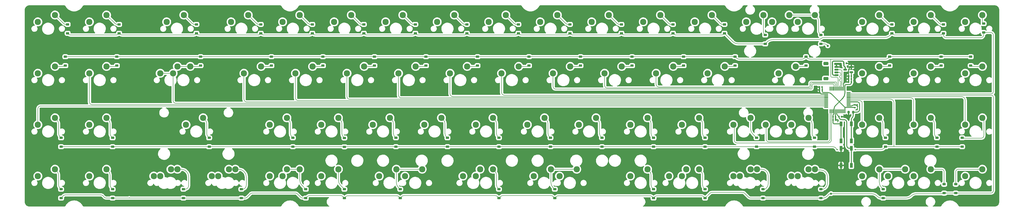
<source format=gbr>
%TF.GenerationSoftware,KiCad,Pcbnew,7.0.7*%
%TF.CreationDate,2024-05-19T12:48:59-06:00*%
%TF.ProjectId,spell,7370656c-6c2e-46b6-9963-61645f706362,rev?*%
%TF.SameCoordinates,Original*%
%TF.FileFunction,Copper,L2,Bot*%
%TF.FilePolarity,Positive*%
%FSLAX46Y46*%
G04 Gerber Fmt 4.6, Leading zero omitted, Abs format (unit mm)*
G04 Created by KiCad (PCBNEW 7.0.7) date 2024-05-19 12:48:59*
%MOMM*%
%LPD*%
G01*
G04 APERTURE LIST*
G04 Aperture macros list*
%AMRoundRect*
0 Rectangle with rounded corners*
0 $1 Rounding radius*
0 $2 $3 $4 $5 $6 $7 $8 $9 X,Y pos of 4 corners*
0 Add a 4 corners polygon primitive as box body*
4,1,4,$2,$3,$4,$5,$6,$7,$8,$9,$2,$3,0*
0 Add four circle primitives for the rounded corners*
1,1,$1+$1,$2,$3*
1,1,$1+$1,$4,$5*
1,1,$1+$1,$6,$7*
1,1,$1+$1,$8,$9*
0 Add four rect primitives between the rounded corners*
20,1,$1+$1,$2,$3,$4,$5,0*
20,1,$1+$1,$4,$5,$6,$7,0*
20,1,$1+$1,$6,$7,$8,$9,0*
20,1,$1+$1,$8,$9,$2,$3,0*%
G04 Aperture macros list end*
%TA.AperFunction,ComponentPad*%
%ADD10C,2.300000*%
%TD*%
%TA.AperFunction,ComponentPad*%
%ADD11C,0.600000*%
%TD*%
%TA.AperFunction,SMDPad,CuDef*%
%ADD12RoundRect,0.225000X0.375000X-0.225000X0.375000X0.225000X-0.375000X0.225000X-0.375000X-0.225000X0*%
%TD*%
%TA.AperFunction,SMDPad,CuDef*%
%ADD13RoundRect,0.225000X-0.375000X0.225000X-0.375000X-0.225000X0.375000X-0.225000X0.375000X0.225000X0*%
%TD*%
%TA.AperFunction,SMDPad,CuDef*%
%ADD14RoundRect,0.140000X0.140000X0.170000X-0.140000X0.170000X-0.140000X-0.170000X0.140000X-0.170000X0*%
%TD*%
%TA.AperFunction,SMDPad,CuDef*%
%ADD15R,1.000000X1.700000*%
%TD*%
%TA.AperFunction,SMDPad,CuDef*%
%ADD16RoundRect,0.150000X0.512500X0.150000X-0.512500X0.150000X-0.512500X-0.150000X0.512500X-0.150000X0*%
%TD*%
%TA.AperFunction,SMDPad,CuDef*%
%ADD17RoundRect,0.075000X0.075000X-0.662500X0.075000X0.662500X-0.075000X0.662500X-0.075000X-0.662500X0*%
%TD*%
%TA.AperFunction,SMDPad,CuDef*%
%ADD18RoundRect,0.075000X0.662500X-0.075000X0.662500X0.075000X-0.662500X0.075000X-0.662500X-0.075000X0*%
%TD*%
%TA.AperFunction,SMDPad,CuDef*%
%ADD19RoundRect,0.140000X-0.140000X-0.170000X0.140000X-0.170000X0.140000X0.170000X-0.140000X0.170000X0*%
%TD*%
%TA.AperFunction,SMDPad,CuDef*%
%ADD20RoundRect,0.150000X0.625000X-0.150000X0.625000X0.150000X-0.625000X0.150000X-0.625000X-0.150000X0*%
%TD*%
%TA.AperFunction,SMDPad,CuDef*%
%ADD21RoundRect,0.250000X0.650000X-0.350000X0.650000X0.350000X-0.650000X0.350000X-0.650000X-0.350000X0*%
%TD*%
%TA.AperFunction,SMDPad,CuDef*%
%ADD22RoundRect,0.140000X0.170000X-0.140000X0.170000X0.140000X-0.170000X0.140000X-0.170000X-0.140000X0*%
%TD*%
%TA.AperFunction,SMDPad,CuDef*%
%ADD23RoundRect,0.200000X0.200000X0.275000X-0.200000X0.275000X-0.200000X-0.275000X0.200000X-0.275000X0*%
%TD*%
%TA.AperFunction,ViaPad*%
%ADD24C,0.500000*%
%TD*%
%TA.AperFunction,ViaPad*%
%ADD25C,0.800000*%
%TD*%
%TA.AperFunction,Conductor*%
%ADD26C,0.200000*%
%TD*%
%TA.AperFunction,Conductor*%
%ADD27C,0.300000*%
%TD*%
%TA.AperFunction,Conductor*%
%ADD28C,0.400000*%
%TD*%
G04 APERTURE END LIST*
D10*
%TO.P,MX81,1,1*%
%TO.N,COL03*%
X83700164Y-54075000D03*
%TO.P,MX81,2,2*%
%TO.N,Net-(D21-A)*%
X90050164Y-51535000D03*
%TD*%
%TO.P,MX32,1,1*%
%TO.N,COL13*%
X286106414Y-54075000D03*
%TO.P,MX32,2,2*%
%TO.N,Net-(D31-A)*%
X292456414Y-51535000D03*
%TD*%
%TO.P,MX57,1,1*%
%TO.N,COL03*%
X81318914Y-92175000D03*
%TO.P,MX57,2,2*%
%TO.N,Net-(D56-A)*%
X87668914Y-89635000D03*
%TD*%
%TO.P,MX14,1,1*%
%TO.N,COL14*%
X300393914Y-35025000D03*
%TO.P,MX14,2,2*%
%TO.N,Net-(D14-A)*%
X306743914Y-32485000D03*
%TD*%
%TO.P,MX41,1,1*%
%TO.N,COL05*%
X143231414Y-73125000D03*
%TO.P,MX41,2,2*%
%TO.N,Net-(D40-A)*%
X149581414Y-70585000D03*
%TD*%
%TO.P,MX31,1,1*%
%TO.N,COL12*%
X267056414Y-54075000D03*
%TO.P,MX31,2,2*%
%TO.N,Net-(D30-A)*%
X273406414Y-51535000D03*
%TD*%
%TO.P,MX29,1,1*%
%TO.N,COL10*%
X228956414Y-54075000D03*
%TO.P,MX29,2,2*%
%TO.N,Net-(D28-A)*%
X235306414Y-51535000D03*
%TD*%
%TO.P,MX26,1,1*%
%TO.N,COL07*%
X171806414Y-54075000D03*
%TO.P,MX26,2,2*%
%TO.N,Net-(D25-A)*%
X178156414Y-51535000D03*
%TD*%
%TO.P,MX25,1,1*%
%TO.N,COL06*%
X152756414Y-54075000D03*
%TO.P,MX25,2,2*%
%TO.N,Net-(D24-A)*%
X159106414Y-51535000D03*
%TD*%
%TO.P,MX64,1,1*%
%TO.N,COL15*%
X352781414Y-92175000D03*
%TO.P,MX64,2,2*%
%TO.N,Net-(D62-A)*%
X359131414Y-89635000D03*
%TD*%
%TO.P,MX58,1,1*%
%TO.N,COL04*%
X102750164Y-92175000D03*
%TO.P,MX58,2,2*%
%TO.N,Net-(D57-A)*%
X109100164Y-89635000D03*
%TD*%
%TO.P,MX10,1,1*%
%TO.N,COL10*%
X224193914Y-35025000D03*
%TO.P,MX10,2,2*%
%TO.N,Net-(D10-A)*%
X230543914Y-32485000D03*
%TD*%
%TO.P,MX19,1,1*%
%TO.N,COL17*%
X381356414Y-35025000D03*
%TO.P,MX19,2,2*%
%TO.N,Net-(D18-A)*%
X387706414Y-32485000D03*
%TD*%
%TO.P,MX7,1,1*%
%TO.N,COL07*%
X167043914Y-35025000D03*
%TO.P,MX7,2,2*%
%TO.N,Net-(D7-A)*%
X173393914Y-32485000D03*
%TD*%
%TO.P,MX70,1,1*%
%TO.N,COL03*%
X83700164Y-92175000D03*
%TO.P,MX70,2,2*%
%TO.N,Net-(D56-A)*%
X90050164Y-89635000D03*
%TD*%
%TO.P,MX55,1,1*%
%TO.N,COL01*%
X38456414Y-92175000D03*
%TO.P,MX55,2,2*%
%TO.N,Net-(D54-A)*%
X44806414Y-89635000D03*
%TD*%
%TO.P,MX36,1,1*%
%TO.N,COL17*%
X381356414Y-54075000D03*
%TO.P,MX36,2,2*%
%TO.N,Net-(D35-A)*%
X387706414Y-51535000D03*
%TD*%
%TO.P,MX42,1,1*%
%TO.N,COL06*%
X162281414Y-73125000D03*
%TO.P,MX42,2,2*%
%TO.N,Net-(D41-A)*%
X168631414Y-70585000D03*
%TD*%
%TO.P,MX13,1,1*%
%TO.N,COL13*%
X281343914Y-35025000D03*
%TO.P,MX13,2,2*%
%TO.N,Net-(D13-A)*%
X287693914Y-32485000D03*
%TD*%
%TO.P,MX77,1,1*%
%TO.N,COL10*%
X257531414Y-92175000D03*
%TO.P,MX77,2,2*%
%TO.N,Net-(D69-A)*%
X263881414Y-89635000D03*
%TD*%
%TO.P,MX52,1,1*%
%TO.N,COL15*%
X343256414Y-73125000D03*
%TO.P,MX52,2,2*%
%TO.N,Net-(D51-A)*%
X349606414Y-70585000D03*
%TD*%
%TO.P,MX40,1,1*%
%TO.N,COL04*%
X124181414Y-73125000D03*
%TO.P,MX40,2,2*%
%TO.N,Net-(D39-A)*%
X130531414Y-70585000D03*
%TD*%
%TO.P,MX28,1,1*%
%TO.N,COL09*%
X209906414Y-54075000D03*
%TO.P,MX28,2,2*%
%TO.N,Net-(D27-A)*%
X216256414Y-51535000D03*
%TD*%
D11*
%TO.P,,MP*%
%TO.N,N/C*%
X330400000Y-55750000D03*
%TD*%
D10*
%TO.P,MX76,1,1*%
%TO.N,COL09*%
X221812664Y-92175000D03*
%TO.P,MX76,2,2*%
%TO.N,Net-(D68-A)*%
X228162664Y-89635000D03*
%TD*%
%TO.P,MX11,1,1*%
%TO.N,COL11*%
X243243914Y-35025000D03*
%TO.P,MX11,2,2*%
%TO.N,Net-(D11-A)*%
X249593914Y-32485000D03*
%TD*%
%TO.P,MX21,1,1*%
%TO.N,COL02*%
X57506414Y-54075000D03*
%TO.P,MX21,2,2*%
%TO.N,Net-(D20-A)*%
X63856414Y-51535000D03*
%TD*%
%TO.P,MX27,1,1*%
%TO.N,COL08*%
X190856414Y-54075000D03*
%TO.P,MX27,2,2*%
%TO.N,Net-(D26-A)*%
X197206414Y-51535000D03*
%TD*%
%TO.P,MX46,1,1*%
%TO.N,COL10*%
X238481414Y-73125000D03*
%TO.P,MX46,2,2*%
%TO.N,Net-(D45-A)*%
X244831414Y-70585000D03*
%TD*%
%TO.P,MX9,1,1*%
%TO.N,COL09*%
X205143914Y-35025000D03*
%TO.P,MX9,2,2*%
%TO.N,Net-(D9-A)*%
X211493914Y-32485000D03*
%TD*%
%TO.P,MX2,1,1*%
%TO.N,COL02*%
X57506414Y-35025000D03*
%TO.P,MX2,2,2*%
%TO.N,Net-(D2-A)*%
X63856414Y-32485000D03*
%TD*%
%TO.P,MX71,1,1*%
%TO.N,COL04*%
X105131414Y-92175000D03*
%TO.P,MX71,2,2*%
%TO.N,Net-(D57-A)*%
X111481414Y-89635000D03*
%TD*%
%TO.P,MX61,1,1*%
%TO.N,COL12*%
X298012664Y-92175000D03*
%TO.P,MX61,2,2*%
%TO.N,Net-(D60-A)*%
X304362664Y-89635000D03*
%TD*%
%TO.P,MX37,1,1*%
%TO.N,COL01*%
X38456414Y-73125000D03*
%TO.P,MX37,2,2*%
%TO.N,Net-(D36-A)*%
X44806414Y-70585000D03*
%TD*%
%TO.P,MX67,1,1*%
%TO.N,COL11*%
X271818914Y-92175000D03*
%TO.P,MX67,2,2*%
%TO.N,Net-(D59-A)*%
X278168914Y-89635000D03*
%TD*%
%TO.P,MX17,1,1*%
%TO.N,COL15*%
X343256414Y-35025000D03*
%TO.P,MX17,2,2*%
%TO.N,Net-(D16-A)*%
X349606414Y-32485000D03*
%TD*%
%TO.P,MX63,1,1*%
%TO.N,COL15*%
X343256414Y-92175000D03*
%TO.P,MX63,2,2*%
%TO.N,Net-(D62-A)*%
X349606414Y-89635000D03*
%TD*%
%TO.P,MX12,1,1*%
%TO.N,COL12*%
X262293914Y-35025000D03*
%TO.P,MX12,2,2*%
%TO.N,Net-(D12-A)*%
X268643914Y-32485000D03*
%TD*%
%TO.P,MX56,1,1*%
%TO.N,COL02*%
X57506414Y-92175000D03*
%TO.P,MX56,2,2*%
%TO.N,Net-(D55-A)*%
X63856414Y-89635000D03*
%TD*%
%TO.P,MX68,1,1*%
%TO.N,COL12*%
X295631414Y-92175000D03*
%TO.P,MX68,2,2*%
%TO.N,Net-(D60-A)*%
X301981414Y-89635000D03*
%TD*%
%TO.P,MX20,1,1*%
%TO.N,COL01*%
X38456414Y-54075000D03*
%TO.P,MX20,2,2*%
%TO.N,Net-(D19-A)*%
X44806414Y-51535000D03*
%TD*%
D11*
%TO.P,,MP*%
%TO.N,N/C*%
X330400000Y-50200000D03*
%TD*%
D10*
%TO.P,MX35,1,1*%
%TO.N,COL16*%
X362306414Y-54075000D03*
%TO.P,MX35,2,2*%
%TO.N,Net-(D34-A)*%
X368656414Y-51535000D03*
%TD*%
D11*
%TO.P,,MP*%
%TO.N,N/C*%
X330360001Y-50760000D03*
%TD*%
D10*
%TO.P,MX73,1,1*%
%TO.N,COL06*%
X143231414Y-92175000D03*
%TO.P,MX73,2,2*%
%TO.N,Net-(D65-A)*%
X149581414Y-89635000D03*
%TD*%
%TO.P,MX34,1,1*%
%TO.N,COL15*%
X343256414Y-54075000D03*
%TO.P,MX34,2,2*%
%TO.N,Net-(D33-A)*%
X349606414Y-51535000D03*
%TD*%
%TO.P,MX15,1,1*%
%TO.N,COL14*%
X309918914Y-35025000D03*
%TO.P,MX15,2,2*%
%TO.N,Net-(D15-A)*%
X316268914Y-32485000D03*
%TD*%
%TO.P,MX53,1,1*%
%TO.N,COL16*%
X362306414Y-73125000D03*
%TO.P,MX53,2,2*%
%TO.N,Net-(D52-A)*%
X368656414Y-70585000D03*
%TD*%
%TO.P,MX60,1,1*%
%TO.N,COL11*%
X276581414Y-92175000D03*
%TO.P,MX60,2,2*%
%TO.N,Net-(D59-A)*%
X282931414Y-89635000D03*
%TD*%
%TO.P,MX78,1,1*%
%TO.N,COL07*%
X164662664Y-92175000D03*
%TO.P,MX78,2,2*%
%TO.N,Net-(D66-A)*%
X171012664Y-89635000D03*
%TD*%
%TO.P,MX62,1,1*%
%TO.N,COL13*%
X319443914Y-92175000D03*
%TO.P,MX62,2,2*%
%TO.N,Net-(D61-A)*%
X325793914Y-89635000D03*
%TD*%
%TO.P,MX23,1,1*%
%TO.N,COL04*%
X114656414Y-54075000D03*
%TO.P,MX23,2,2*%
%TO.N,Net-(D22-A)*%
X121006414Y-51535000D03*
%TD*%
%TO.P,MX72,1,1*%
%TO.N,COL05*%
X128943914Y-92175000D03*
%TO.P,MX72,2,2*%
%TO.N,Net-(D58-A)*%
X135293914Y-89635000D03*
%TD*%
%TO.P,MX45,1,1*%
%TO.N,COL09*%
X219431414Y-73125000D03*
%TO.P,MX45,2,2*%
%TO.N,Net-(D44-A)*%
X225781414Y-70585000D03*
%TD*%
%TO.P,MX43,1,1*%
%TO.N,COL07*%
X181331414Y-73125000D03*
%TO.P,MX43,2,2*%
%TO.N,Net-(D42-A)*%
X187681414Y-70585000D03*
%TD*%
%TO.P,MX47,1,1*%
%TO.N,COL11*%
X257531414Y-73125000D03*
%TO.P,MX47,2,2*%
%TO.N,Net-(D46-A)*%
X263881414Y-70585000D03*
%TD*%
%TO.P,MX54,1,1*%
%TO.N,COL17*%
X381356414Y-73125000D03*
%TO.P,MX54,2,2*%
%TO.N,Net-(D53-A)*%
X387706414Y-70585000D03*
%TD*%
%TO.P,MX75,1,1*%
%TO.N,COL08*%
X200381414Y-92175000D03*
%TO.P,MX75,2,2*%
%TO.N,Net-(D67-A)*%
X206731414Y-89635000D03*
%TD*%
%TO.P,MX8,1,1*%
%TO.N,COL08*%
X186093914Y-35025000D03*
%TO.P,MX8,2,2*%
%TO.N,Net-(D8-A)*%
X192443914Y-32485000D03*
%TD*%
%TO.P,MX44,1,1*%
%TO.N,COL08*%
X200381414Y-73125000D03*
%TO.P,MX44,2,2*%
%TO.N,Net-(D43-A)*%
X206731414Y-70585000D03*
%TD*%
%TO.P,MX39,1,1*%
%TO.N,COL03*%
X93225164Y-73125000D03*
%TO.P,MX39,2,2*%
%TO.N,Net-(D38-A)*%
X99575164Y-70585000D03*
%TD*%
D11*
%TO.P,,MP*%
%TO.N,N/C*%
X330410001Y-56320001D03*
%TD*%
D10*
%TO.P,MX65,1,1*%
%TO.N,COL16*%
X362306414Y-92175000D03*
%TO.P,MX65,2,2*%
%TO.N,Net-(D63-A)*%
X368656414Y-89635000D03*
%TD*%
%TO.P,MX4,1,1*%
%TO.N,COL04*%
X109893914Y-35025000D03*
%TO.P,MX4,2,2*%
%TO.N,Net-(D4-A)*%
X116243914Y-32485000D03*
%TD*%
%TO.P,MX38,1,1*%
%TO.N,COL02*%
X57506414Y-73125000D03*
%TO.P,MX38,2,2*%
%TO.N,Net-(D37-A)*%
X63856414Y-70585000D03*
%TD*%
%TO.P,MX48,1,1*%
%TO.N,COL12*%
X276581414Y-73125000D03*
%TO.P,MX48,2,2*%
%TO.N,Net-(D47-A)*%
X282931414Y-70585000D03*
%TD*%
%TO.P,MX5,1,1*%
%TO.N,COL05*%
X128943914Y-35025000D03*
%TO.P,MX5,2,2*%
%TO.N,Net-(D5-A)*%
X135293914Y-32485000D03*
%TD*%
%TO.P,MX66,1,1*%
%TO.N,COL17*%
X381356414Y-92175000D03*
%TO.P,MX66,2,2*%
%TO.N,Net-(D64-A)*%
X387706414Y-89635000D03*
%TD*%
%TO.P,MX6,1,1*%
%TO.N,COL06*%
X147993914Y-35025000D03*
%TO.P,MX6,2,2*%
%TO.N,Net-(D6-A)*%
X154343914Y-32485000D03*
%TD*%
%TO.P,MX74,1,1*%
%TO.N,COL07*%
X174187664Y-92175000D03*
%TO.P,MX74,2,2*%
%TO.N,Net-(D66-A)*%
X180537664Y-89635000D03*
%TD*%
D11*
%TO.P,,MP*%
%TO.N,N/C*%
X329320001Y-50750001D03*
%TD*%
D10*
%TO.P,MX16,1,1*%
%TO.N,COL14*%
X319443914Y-35025000D03*
%TO.P,MX16,2,2*%
%TO.N,Net-(D15-A)*%
X325793914Y-32485000D03*
%TD*%
%TO.P,MX22,1,1*%
%TO.N,COL03*%
X88462664Y-54075000D03*
%TO.P,MX22,2,2*%
%TO.N,Net-(D21-A)*%
X94812664Y-51535000D03*
%TD*%
%TO.P,MX59,1,1*%
%TO.N,COL05*%
X124181414Y-92175000D03*
%TO.P,MX59,2,2*%
%TO.N,Net-(D58-A)*%
X130531414Y-89635000D03*
%TD*%
D11*
%TO.P,,MP*%
%TO.N,N/C*%
X329360002Y-55740001D03*
%TD*%
D10*
%TO.P,MX30,1,1*%
%TO.N,COL11*%
X248006414Y-54075000D03*
%TO.P,MX30,2,2*%
%TO.N,Net-(D29-A)*%
X254356414Y-51535000D03*
%TD*%
%TO.P,MX18,1,1*%
%TO.N,COL16*%
X362306414Y-35025000D03*
%TO.P,MX18,2,2*%
%TO.N,Net-(D17-A)*%
X368656414Y-32485000D03*
%TD*%
%TO.P,MX79,1,1*%
%TO.N,COL08*%
X195618914Y-92175000D03*
%TO.P,MX79,2,2*%
%TO.N,Net-(D67-A)*%
X201968914Y-89635000D03*
%TD*%
D11*
%TO.P,,MP*%
%TO.N,N/C*%
X329840001Y-50770001D03*
%TD*%
D10*
%TO.P,MX50,1,1*%
%TO.N,COL14*%
X317062664Y-73125000D03*
%TO.P,MX50,2,2*%
%TO.N,Net-(D49-A)*%
X323412664Y-70585000D03*
%TD*%
%TO.P,MX51,1,1*%
%TO.N,COL14*%
X307537664Y-73125000D03*
%TO.P,MX51,2,2*%
%TO.N,Net-(D49-A)*%
X313887664Y-70585000D03*
%TD*%
%TO.P,MX80,1,1*%
%TO.N,COL09*%
X231337664Y-92175000D03*
%TO.P,MX80,2,2*%
%TO.N,Net-(D68-A)*%
X237687664Y-89635000D03*
%TD*%
%TO.P,MX33,1,1*%
%TO.N,COL14*%
X312300164Y-54075000D03*
%TO.P,MX33,2,2*%
%TO.N,Net-(D32-A)*%
X318650164Y-51535000D03*
%TD*%
D11*
%TO.P,,MP*%
%TO.N,N/C*%
X329880000Y-55730001D03*
%TD*%
D10*
%TO.P,MX1,1,1*%
%TO.N,COL01*%
X38456414Y-35025000D03*
%TO.P,MX1,2,2*%
%TO.N,Net-(D1-A)*%
X44806414Y-32485000D03*
%TD*%
%TO.P,MX3,1,1*%
%TO.N,COL03*%
X86081414Y-35025000D03*
%TO.P,MX3,2,2*%
%TO.N,Net-(D3-A)*%
X92431414Y-32485000D03*
%TD*%
%TO.P,MX24,1,1*%
%TO.N,COL05*%
X133706414Y-54075000D03*
%TO.P,MX24,2,2*%
%TO.N,Net-(D23-A)*%
X140056414Y-51535000D03*
%TD*%
%TO.P,MX69,1,1*%
%TO.N,COL13*%
X317062664Y-92175000D03*
%TO.P,MX69,2,2*%
%TO.N,Net-(D61-A)*%
X323412664Y-89635000D03*
%TD*%
%TO.P,MX49,1,1*%
%TO.N,COL13*%
X295631414Y-73125000D03*
%TO.P,MX49,2,2*%
%TO.N,Net-(D48-A)*%
X301981414Y-70585000D03*
%TD*%
D12*
%TO.P,D4,1,K*%
%TO.N,ROW1*%
X120906414Y-39268750D03*
%TO.P,D4,2,A*%
%TO.N,Net-(D4-A)*%
X120906414Y-35968750D03*
%TD*%
D13*
%TO.P,D20,1,K*%
%TO.N,ROW2*%
X67666414Y-47925000D03*
%TO.P,D20,2,A*%
%TO.N,Net-(D20-A)*%
X67666414Y-51225000D03*
%TD*%
D12*
%TO.P,D49,1,K*%
%TO.N,ROW3*%
X325635164Y-81283750D03*
%TO.P,D49,2,A*%
%TO.N,Net-(D49-A)*%
X325635164Y-77983750D03*
%TD*%
%TO.P,D67,1,K*%
%TO.N,ROW4*%
X208953914Y-100333750D03*
%TO.P,D67,2,A*%
%TO.N,Net-(D67-A)*%
X208953914Y-97033750D03*
%TD*%
%TO.P,D39,1,K*%
%TO.N,ROW3*%
X132753914Y-81283750D03*
%TO.P,D39,2,A*%
%TO.N,Net-(D39-A)*%
X132753914Y-77983750D03*
%TD*%
D13*
%TO.P,D33,1,K*%
%TO.N,ROW2*%
X353416414Y-47925000D03*
%TO.P,D33,2,A*%
%TO.N,Net-(D33-A)*%
X353416414Y-51225000D03*
%TD*%
D12*
%TO.P,D58,1,K*%
%TO.N,ROW4*%
X137516414Y-100333750D03*
%TO.P,D58,2,A*%
%TO.N,Net-(D58-A)*%
X137516414Y-97033750D03*
%TD*%
%TO.P,D48,1,K*%
%TO.N,ROW3*%
X304203914Y-81283750D03*
%TO.P,D48,2,A*%
%TO.N,Net-(D48-A)*%
X304203914Y-77983750D03*
%TD*%
%TO.P,D38,1,K*%
%TO.N,ROW3*%
X101797664Y-81283750D03*
%TO.P,D38,2,A*%
%TO.N,Net-(D38-A)*%
X101797664Y-77983750D03*
%TD*%
D13*
%TO.P,D26,1,K*%
%TO.N,ROW2*%
X201016414Y-47925000D03*
%TO.P,D26,2,A*%
%TO.N,Net-(D26-A)*%
X201016414Y-51225000D03*
%TD*%
D12*
%TO.P,D60,1,K*%
%TO.N,ROW4*%
X306585164Y-100333750D03*
%TO.P,D60,2,A*%
%TO.N,Net-(D60-A)*%
X306585164Y-97033750D03*
%TD*%
%TO.P,D45,1,K*%
%TO.N,ROW3*%
X247053914Y-81283750D03*
%TO.P,D45,2,A*%
%TO.N,Net-(D45-A)*%
X247053914Y-77983750D03*
%TD*%
%TO.P,D46,1,K*%
%TO.N,ROW3*%
X266103914Y-81283750D03*
%TO.P,D46,2,A*%
%TO.N,Net-(D46-A)*%
X266103914Y-77983750D03*
%TD*%
D14*
%TO.P,C4,1*%
%TO.N,+3V3*%
X339200000Y-56230000D03*
%TO.P,C4,2*%
%TO.N,GND*%
X338240000Y-56230000D03*
%TD*%
D12*
%TO.P,D52,1,K*%
%TO.N,ROW3*%
X370878914Y-81283750D03*
%TO.P,D52,2,A*%
%TO.N,Net-(D52-A)*%
X370878914Y-77983750D03*
%TD*%
%TO.P,D53,1,K*%
%TO.N,ROW3*%
X380206250Y-81283750D03*
%TO.P,D53,2,A*%
%TO.N,Net-(D53-A)*%
X380206250Y-77983750D03*
%TD*%
D15*
%TO.P,SW2,1,1*%
%TO.N,+3V3*%
X335445102Y-72832848D03*
X335445102Y-79132848D03*
%TO.P,SW2,2,2*%
%TO.N,BOOT0*%
X339245102Y-72832848D03*
X339245102Y-79132848D03*
%TD*%
D16*
%TO.P,U2,1,GND*%
%TO.N,GND*%
X339207500Y-51760000D03*
%TO.P,U2,2,VO*%
%TO.N,+3V3*%
X339207500Y-53660000D03*
%TO.P,U2,3,VI*%
%TO.N,+5V*%
X336932500Y-52710000D03*
%TD*%
D12*
%TO.P,D11,1,K*%
%TO.N,ROW1*%
X254256414Y-39268750D03*
%TO.P,D11,2,A*%
%TO.N,Net-(D11-A)*%
X254256414Y-35968750D03*
%TD*%
D14*
%TO.P,C9,1*%
%TO.N,+3V3*%
X328430884Y-59166912D03*
%TO.P,C9,2*%
%TO.N,GND*%
X327470884Y-59166912D03*
%TD*%
D12*
%TO.P,D1,1,K*%
%TO.N,ROW1*%
X49468914Y-39268750D03*
%TO.P,D1,2,A*%
%TO.N,Net-(D1-A)*%
X49468914Y-35968750D03*
%TD*%
D13*
%TO.P,D32,1,K*%
%TO.N,ROW2*%
X322460164Y-47925000D03*
%TO.P,D32,2,A*%
%TO.N,Net-(D32-A)*%
X322460164Y-51225000D03*
%TD*%
D12*
%TO.P,D13,1,K*%
%TO.N,ROW1*%
X292356414Y-39268750D03*
%TO.P,D13,2,A*%
%TO.N,Net-(D13-A)*%
X292356414Y-35968750D03*
%TD*%
D13*
%TO.P,D34,1,K*%
%TO.N,ROW2*%
X372466414Y-47925000D03*
%TO.P,D34,2,A*%
%TO.N,Net-(D34-A)*%
X372466414Y-51225000D03*
%TD*%
D12*
%TO.P,D42,1,K*%
%TO.N,ROW3*%
X189903914Y-81283750D03*
%TO.P,D42,2,A*%
%TO.N,Net-(D42-A)*%
X189903914Y-77983750D03*
%TD*%
D15*
%TO.P,SW1,1,1*%
%TO.N,~{RST}*%
X339250000Y-88200000D03*
X339250000Y-81900000D03*
%TO.P,SW1,2,2*%
%TO.N,GND*%
X335450000Y-88200000D03*
X335450000Y-81900000D03*
%TD*%
D12*
%TO.P,D56,1,K*%
%TO.N,ROW4*%
X92272664Y-100333750D03*
%TO.P,D56,2,A*%
%TO.N,Net-(D56-A)*%
X92272664Y-97033750D03*
%TD*%
D13*
%TO.P,D22,1,K*%
%TO.N,ROW2*%
X124816414Y-47925000D03*
%TO.P,D22,2,A*%
%TO.N,Net-(D22-A)*%
X124816414Y-51225000D03*
%TD*%
D12*
%TO.P,D68,1,K*%
%TO.N,ROW4*%
X229591414Y-100333750D03*
%TO.P,D68,2,A*%
%TO.N,Net-(D68-A)*%
X229591414Y-97033750D03*
%TD*%
%TO.P,D59,1,K*%
%TO.N,ROW4*%
X285153914Y-100333750D03*
%TO.P,D59,2,A*%
%TO.N,Net-(D59-A)*%
X285153914Y-97033750D03*
%TD*%
%TO.P,D9,1,K*%
%TO.N,ROW1*%
X216156414Y-39268750D03*
%TO.P,D9,2,A*%
%TO.N,Net-(D9-A)*%
X216156414Y-35968750D03*
%TD*%
D13*
%TO.P,D24,1,K*%
%TO.N,ROW2*%
X162916414Y-47925000D03*
%TO.P,D24,2,A*%
%TO.N,Net-(D24-A)*%
X162916414Y-51225000D03*
%TD*%
D12*
%TO.P,D3,1,K*%
%TO.N,ROW1*%
X97093914Y-39268750D03*
%TO.P,D3,2,A*%
%TO.N,Net-(D3-A)*%
X97093914Y-35968750D03*
%TD*%
%TO.P,D16,1,K*%
%TO.N,ROW1*%
X354268914Y-39268750D03*
%TO.P,D16,2,A*%
%TO.N,Net-(D16-A)*%
X354268914Y-35968750D03*
%TD*%
%TO.P,D17,1,K*%
%TO.N,ROW1*%
X373318914Y-39268750D03*
%TO.P,D17,2,A*%
%TO.N,Net-(D17-A)*%
X373318914Y-35968750D03*
%TD*%
%TO.P,D10,1,K*%
%TO.N,ROW1*%
X235206414Y-39268750D03*
%TO.P,D10,2,A*%
%TO.N,Net-(D10-A)*%
X235206414Y-35968750D03*
%TD*%
%TO.P,D40,1,K*%
%TO.N,ROW3*%
X151803914Y-81346250D03*
%TO.P,D40,2,A*%
%TO.N,Net-(D40-A)*%
X151803914Y-78046250D03*
%TD*%
%TO.P,D41,1,K*%
%TO.N,ROW3*%
X170853914Y-81283750D03*
%TO.P,D41,2,A*%
%TO.N,Net-(D41-A)*%
X170853914Y-77983750D03*
%TD*%
%TO.P,D8,1,K*%
%TO.N,ROW1*%
X197106414Y-39268750D03*
%TO.P,D8,2,A*%
%TO.N,Net-(D8-A)*%
X197106414Y-35968750D03*
%TD*%
%TO.P,D6,1,K*%
%TO.N,ROW1*%
X159006414Y-39268750D03*
%TO.P,D6,2,A*%
%TO.N,Net-(D6-A)*%
X159006414Y-35968750D03*
%TD*%
D17*
%TO.P,U1,1,VBAT*%
%TO.N,+3V3*%
X336845100Y-68107848D03*
%TO.P,U1,2,PC13*%
%TO.N,unconnected-(U1-PC13-Pad2)*%
X336345100Y-68107848D03*
%TO.P,U1,3,PC14*%
%TO.N,unconnected-(U1-PC14-Pad3)*%
X335845100Y-68107848D03*
%TO.P,U1,4,PC15*%
%TO.N,unconnected-(U1-PC15-Pad4)*%
X335345100Y-68107848D03*
%TO.P,U1,5,PF0*%
%TO.N,unconnected-(U1-PF0-Pad5)*%
X334845100Y-68107848D03*
%TO.P,U1,6,PF1*%
%TO.N,unconnected-(U1-PF1-Pad6)*%
X334345100Y-68107848D03*
%TO.P,U1,7,NRST*%
%TO.N,~{RST}*%
X333845100Y-68107848D03*
%TO.P,U1,8,VSSA*%
%TO.N,GND*%
X333345100Y-68107848D03*
%TO.P,U1,9,VDDA*%
%TO.N,+3V3*%
X332845100Y-68107848D03*
%TO.P,U1,10,PA0*%
%TO.N,unconnected-(U1-PA0-Pad10)*%
X332345100Y-68107848D03*
%TO.P,U1,11,PA1*%
%TO.N,COL13*%
X331845100Y-68107848D03*
%TO.P,U1,12,PA2*%
%TO.N,COL14*%
X331345100Y-68107848D03*
D18*
%TO.P,U1,13,PA3*%
%TO.N,unconnected-(U1-PA3-Pad13)*%
X329932600Y-66695348D03*
%TO.P,U1,14,PA4*%
%TO.N,COL01*%
X329932600Y-66195348D03*
%TO.P,U1,15,PA5*%
%TO.N,COL02*%
X329932600Y-65695348D03*
%TO.P,U1,16,PA6*%
%TO.N,COL03*%
X329932600Y-65195348D03*
%TO.P,U1,17,PA7*%
%TO.N,COL04*%
X329932600Y-64695348D03*
%TO.P,U1,18,PB0*%
%TO.N,COL05*%
X329932600Y-64195348D03*
%TO.P,U1,19,PB1*%
%TO.N,COL06*%
X329932600Y-63695348D03*
%TO.P,U1,20,PB2*%
%TO.N,COL07*%
X329932600Y-63195348D03*
%TO.P,U1,21,PB10*%
%TO.N,COL08*%
X329932600Y-62695348D03*
%TO.P,U1,22,PB11*%
%TO.N,COL09*%
X329932600Y-62195348D03*
%TO.P,U1,23,VSS*%
%TO.N,GND*%
X329932600Y-61695348D03*
%TO.P,U1,24,VDD*%
%TO.N,+3V3*%
X329932600Y-61195348D03*
D17*
%TO.P,U1,25,PB12*%
%TO.N,unconnected-(U1-PB12-Pad25)*%
X331345100Y-59782848D03*
%TO.P,U1,26,PB13*%
%TO.N,unconnected-(U1-PB13-Pad26)*%
X331845100Y-59782848D03*
%TO.P,U1,27,PB14*%
%TO.N,unconnected-(U1-PB14-Pad27)*%
X332345100Y-59782848D03*
%TO.P,U1,28,PB15*%
%TO.N,COL10*%
X332845100Y-59782848D03*
%TO.P,U1,29,PA8*%
%TO.N,COL11*%
X333345100Y-59782848D03*
%TO.P,U1,30,PA9*%
%TO.N,COL12*%
X333845100Y-59782848D03*
%TO.P,U1,31,PA10*%
%TO.N,ROW2*%
X334345100Y-59782848D03*
%TO.P,U1,32,PA11*%
%TO.N,D-*%
X334845100Y-59782848D03*
%TO.P,U1,33,PA12*%
%TO.N,D+*%
X335345100Y-59782848D03*
%TO.P,U1,34,PA13*%
%TO.N,unconnected-(U1-PA13-Pad34)*%
X335845100Y-59782848D03*
%TO.P,U1,35,VSS*%
%TO.N,GND*%
X336345100Y-59782848D03*
%TO.P,U1,36,VDDIO2*%
%TO.N,+3V3*%
X336845100Y-59782848D03*
D18*
%TO.P,U1,37,PA14*%
%TO.N,unconnected-(U1-PA14-Pad37)*%
X338257600Y-61195348D03*
%TO.P,U1,38,PA15*%
%TO.N,ROW1*%
X338257600Y-61695348D03*
%TO.P,U1,39,PB3*%
%TO.N,ROW4*%
X338257600Y-62195348D03*
%TO.P,U1,40,PB4*%
%TO.N,COL17*%
X338257600Y-62695348D03*
%TO.P,U1,41,PB5*%
%TO.N,COL16*%
X338257600Y-63195348D03*
%TO.P,U1,42,PB6*%
%TO.N,ROW3*%
X338257600Y-63695348D03*
%TO.P,U1,43,PB7*%
%TO.N,COL15*%
X338257600Y-64195348D03*
%TO.P,U1,44,BOOT0*%
%TO.N,BOOT0*%
X338257600Y-64695348D03*
%TO.P,U1,45,PB8*%
%TO.N,unconnected-(U1-PB8-Pad45)*%
X338257600Y-65195348D03*
%TO.P,U1,46,PB9*%
%TO.N,unconnected-(U1-PB9-Pad46)*%
X338257600Y-65695348D03*
%TO.P,U1,47,VSS*%
%TO.N,GND*%
X338257600Y-66195348D03*
%TO.P,U1,48,VDD*%
%TO.N,+3V3*%
X338257600Y-66695348D03*
%TD*%
D19*
%TO.P,C1,1*%
%TO.N,~{RST}*%
X334680041Y-70189958D03*
%TO.P,C1,2*%
%TO.N,GND*%
X335640041Y-70189958D03*
%TD*%
D12*
%TO.P,D2,1,K*%
%TO.N,ROW1*%
X68518914Y-39268750D03*
%TO.P,D2,2,A*%
%TO.N,Net-(D2-A)*%
X68518914Y-35968750D03*
%TD*%
D14*
%TO.P,C8,1*%
%TO.N,+3V3*%
X328460002Y-60270001D03*
%TO.P,C8,2*%
%TO.N,GND*%
X327500002Y-60270001D03*
%TD*%
D13*
%TO.P,D21,1,K*%
%TO.N,ROW2*%
X98622664Y-47925000D03*
%TO.P,D21,2,A*%
%TO.N,Net-(D21-A)*%
X98622664Y-51225000D03*
%TD*%
%TO.P,D29,1,K*%
%TO.N,ROW2*%
X258166414Y-47925000D03*
%TO.P,D29,2,A*%
%TO.N,Net-(D29-A)*%
X258166414Y-51225000D03*
%TD*%
D12*
%TO.P,D14,1,K*%
%TO.N,ROW1*%
X307378914Y-43183750D03*
%TO.P,D14,2,A*%
%TO.N,Net-(D14-A)*%
X307378914Y-39883750D03*
%TD*%
%TO.P,D36,1,K*%
%TO.N,ROW3*%
X47028914Y-81283750D03*
%TO.P,D36,2,A*%
%TO.N,Net-(D36-A)*%
X47028914Y-77983750D03*
%TD*%
D14*
%TO.P,C7,1*%
%TO.N,+3V3*%
X339200002Y-57304800D03*
%TO.P,C7,2*%
%TO.N,GND*%
X338240002Y-57304800D03*
%TD*%
D13*
%TO.P,D23,1,K*%
%TO.N,ROW2*%
X143866414Y-47925000D03*
%TO.P,D23,2,A*%
%TO.N,Net-(D23-A)*%
X143866414Y-51225000D03*
%TD*%
D12*
%TO.P,D66,1,K*%
%TO.N,ROW4*%
X172441414Y-100333750D03*
%TO.P,D66,2,A*%
%TO.N,Net-(D66-A)*%
X172441414Y-97033750D03*
%TD*%
D13*
%TO.P,D27,1,K*%
%TO.N,ROW2*%
X220066414Y-47925000D03*
%TO.P,D27,2,A*%
%TO.N,Net-(D27-A)*%
X220066414Y-51225000D03*
%TD*%
D19*
%TO.P,C6,1*%
%TO.N,+3V3*%
X332430000Y-70218484D03*
%TO.P,C6,2*%
%TO.N,GND*%
X333390000Y-70218484D03*
%TD*%
D12*
%TO.P,D63,1,K*%
%TO.N,ROW4*%
X373566414Y-98487500D03*
%TO.P,D63,2,A*%
%TO.N,Net-(D63-A)*%
X373566414Y-95187500D03*
%TD*%
%TO.P,D69,1,K*%
%TO.N,ROW4*%
X266103914Y-100333750D03*
%TO.P,D69,2,A*%
%TO.N,Net-(D69-A)*%
X266103914Y-97033750D03*
%TD*%
D13*
%TO.P,D31,1,K*%
%TO.N,ROW2*%
X296266414Y-47925000D03*
%TO.P,D31,2,A*%
%TO.N,Net-(D31-A)*%
X296266414Y-51225000D03*
%TD*%
D19*
%TO.P,C2,1*%
%TO.N,+5V*%
X336430000Y-50410000D03*
%TO.P,C2,2*%
%TO.N,GND*%
X337390000Y-50410000D03*
%TD*%
D12*
%TO.P,D51,1,K*%
%TO.N,ROW3*%
X351828914Y-81283750D03*
%TO.P,D51,2,A*%
%TO.N,Net-(D51-A)*%
X351828914Y-77983750D03*
%TD*%
D20*
%TO.P,J1,1,Pin_1*%
%TO.N,+5V*%
X333700000Y-54750000D03*
%TO.P,J1,2,Pin_2*%
%TO.N,D-*%
X333700000Y-53750000D03*
%TO.P,J1,3,Pin_3*%
%TO.N,D+*%
X333700000Y-52750000D03*
%TO.P,J1,4,Pin_4*%
%TO.N,GND*%
X333700000Y-51750000D03*
D21*
%TO.P,J1,MP*%
%TO.N,N/C*%
X329825000Y-56050000D03*
X329825000Y-50450000D03*
%TD*%
D12*
%TO.P,D5,1,K*%
%TO.N,ROW1*%
X139956414Y-39268750D03*
%TO.P,D5,2,A*%
%TO.N,Net-(D5-A)*%
X139956414Y-35968750D03*
%TD*%
D13*
%TO.P,D35,1,K*%
%TO.N,ROW2*%
X383381250Y-47925000D03*
%TO.P,D35,2,A*%
%TO.N,Net-(D35-A)*%
X383381250Y-51225000D03*
%TD*%
D12*
%TO.P,D54,1,K*%
%TO.N,ROW4*%
X47028914Y-100333750D03*
%TO.P,D54,2,A*%
%TO.N,Net-(D54-A)*%
X47028914Y-97033750D03*
%TD*%
D13*
%TO.P,D19,1,K*%
%TO.N,ROW2*%
X48616414Y-47925000D03*
%TO.P,D19,2,A*%
%TO.N,Net-(D19-A)*%
X48616414Y-51225000D03*
%TD*%
D12*
%TO.P,D43,1,K*%
%TO.N,ROW3*%
X208953914Y-81283750D03*
%TO.P,D43,2,A*%
%TO.N,Net-(D43-A)*%
X208953914Y-77983750D03*
%TD*%
%TO.P,D12,1,K*%
%TO.N,ROW1*%
X273306414Y-39268750D03*
%TO.P,D12,2,A*%
%TO.N,Net-(D12-A)*%
X273306414Y-35968750D03*
%TD*%
%TO.P,D15,1,K*%
%TO.N,ROW4*%
X328016414Y-43183750D03*
%TO.P,D15,2,A*%
%TO.N,Net-(D15-A)*%
X328016414Y-39883750D03*
%TD*%
%TO.P,D61,1,K*%
%TO.N,ROW4*%
X328016414Y-100333750D03*
%TO.P,D61,2,A*%
%TO.N,Net-(D61-A)*%
X328016414Y-97033750D03*
%TD*%
D19*
%TO.P,C3,1*%
%TO.N,+3V3*%
X332430328Y-71397341D03*
%TO.P,C3,2*%
%TO.N,GND*%
X333390328Y-71397341D03*
%TD*%
D13*
%TO.P,D28,1,K*%
%TO.N,ROW2*%
X239116414Y-47925000D03*
%TO.P,D28,2,A*%
%TO.N,Net-(D28-A)*%
X239116414Y-51225000D03*
%TD*%
D12*
%TO.P,D55,1,K*%
%TO.N,ROW4*%
X66078914Y-100333750D03*
%TO.P,D55,2,A*%
%TO.N,Net-(D55-A)*%
X66078914Y-97033750D03*
%TD*%
D22*
%TO.P,C5,1*%
%TO.N,+3V3*%
X340537901Y-66777901D03*
%TO.P,C5,2*%
%TO.N,GND*%
X340537901Y-65817901D03*
%TD*%
D23*
%TO.P,R1,1*%
%TO.N,BOOT0*%
X339910041Y-68464958D03*
%TO.P,R1,2*%
%TO.N,GND*%
X338260041Y-68464958D03*
%TD*%
D12*
%TO.P,D37,1,K*%
%TO.N,ROW3*%
X66078914Y-81283750D03*
%TO.P,D37,2,A*%
%TO.N,Net-(D37-A)*%
X66078914Y-77983750D03*
%TD*%
D13*
%TO.P,D30,1,K*%
%TO.N,ROW2*%
X277216414Y-47925000D03*
%TO.P,D30,2,A*%
%TO.N,Net-(D30-A)*%
X277216414Y-51225000D03*
%TD*%
D12*
%TO.P,D18,1,K*%
%TO.N,ROW1*%
X388143750Y-38956250D03*
%TO.P,D18,2,A*%
%TO.N,Net-(D18-A)*%
X388143750Y-35656250D03*
%TD*%
%TO.P,D44,1,K*%
%TO.N,ROW3*%
X228003914Y-81283750D03*
%TO.P,D44,2,A*%
%TO.N,Net-(D44-A)*%
X228003914Y-77983750D03*
%TD*%
D13*
%TO.P,D25,1,K*%
%TO.N,ROW2*%
X181966414Y-47925000D03*
%TO.P,D25,2,A*%
%TO.N,Net-(D25-A)*%
X181966414Y-51225000D03*
%TD*%
D12*
%TO.P,D57,1,K*%
%TO.N,ROW4*%
X113703914Y-100333750D03*
%TO.P,D57,2,A*%
%TO.N,Net-(D57-A)*%
X113703914Y-97033750D03*
%TD*%
D14*
%TO.P,C10,1*%
%TO.N,+3V3*%
X339227705Y-55081732D03*
%TO.P,C10,2*%
%TO.N,GND*%
X338267705Y-55081732D03*
%TD*%
D12*
%TO.P,D64,1,K*%
%TO.N,ROW4*%
X377825000Y-98487500D03*
%TO.P,D64,2,A*%
%TO.N,Net-(D64-A)*%
X377825000Y-95187500D03*
%TD*%
%TO.P,D62,1,K*%
%TO.N,ROW4*%
X351035164Y-100333750D03*
%TO.P,D62,2,A*%
%TO.N,Net-(D62-A)*%
X351035164Y-97033750D03*
%TD*%
%TO.P,D7,1,K*%
%TO.N,ROW1*%
X178056414Y-39268750D03*
%TO.P,D7,2,A*%
%TO.N,Net-(D7-A)*%
X178056414Y-35968750D03*
%TD*%
%TO.P,D47,1,K*%
%TO.N,ROW3*%
X285153914Y-81283750D03*
%TO.P,D47,2,A*%
%TO.N,Net-(D47-A)*%
X285153914Y-77983750D03*
%TD*%
%TO.P,D65,1,K*%
%TO.N,ROW4*%
X151803914Y-100333750D03*
%TO.P,D65,2,A*%
%TO.N,Net-(D65-A)*%
X151803914Y-97033750D03*
%TD*%
D24*
%TO.N,GND*%
X337160000Y-56200000D03*
X334300000Y-71420000D03*
X338240000Y-69530000D03*
X336410000Y-70260000D03*
X326630000Y-60270000D03*
X312556414Y-47285000D03*
X326630000Y-59220000D03*
X358510000Y-77720000D03*
X273336414Y-44245000D03*
X341537901Y-66347901D03*
X122026414Y-101265000D03*
X339786414Y-33475000D03*
X328880000Y-68810000D03*
X86846414Y-51155000D03*
X374100000Y-67610000D03*
X337120000Y-55080000D03*
X335140000Y-51760000D03*
X303475164Y-56668750D03*
X310540000Y-68520000D03*
X120118914Y-86037500D03*
X335450000Y-84899999D03*
X347510000Y-66850000D03*
X317900000Y-77730000D03*
X304420000Y-68330000D03*
D25*
%TO.N,ROW4*%
X331726414Y-98683750D03*
X330526414Y-43915000D03*
D24*
%TO.N,ROW3*%
X334020000Y-82350000D03*
X340680000Y-82350000D03*
%TD*%
D26*
%TO.N,Net-(D21-A)*%
X90050164Y-51535000D02*
X94812664Y-51535000D01*
%TO.N,COL03*%
X83700164Y-54075000D02*
X88462664Y-54075000D01*
D27*
%TO.N,GND*%
X337190000Y-56230000D02*
X337160000Y-56200000D01*
X338240000Y-56230000D02*
X337190000Y-56230000D01*
X338240002Y-57304800D02*
X338240002Y-56230002D01*
X338240002Y-56230002D02*
X338240000Y-56230000D01*
X337121732Y-55081732D02*
X337120000Y-55080000D01*
X338267705Y-55081732D02*
X337121732Y-55081732D01*
%TO.N,~{RST}*%
X333845093Y-69147910D02*
G75*
G03*
X333991546Y-69501463I500007J10D01*
G01*
X334680041Y-70189958D02*
X333991546Y-69501463D01*
X333845100Y-69147910D02*
X333845100Y-68107848D01*
%TO.N,+3V3*%
X332698657Y-69251349D02*
G75*
G03*
X332845100Y-68897793I-353557J353549D01*
G01*
X332576444Y-69373550D02*
G75*
G03*
X332430000Y-69727107I353556J-353550D01*
G01*
X332430252Y-72332848D02*
G75*
G03*
X332930328Y-72832848I500048J48D01*
G01*
X332930328Y-72832848D02*
X335445102Y-72832848D01*
X332430328Y-71397341D02*
X332430328Y-72332848D01*
X332845100Y-68897793D02*
X332845100Y-68107848D01*
X332576447Y-69373553D02*
X332698654Y-69251346D01*
X332430000Y-70218484D02*
X332430000Y-69727107D01*
%TO.N,GND*%
X334277341Y-71397341D02*
X334300000Y-71420000D01*
X333390328Y-71397341D02*
X334277341Y-71397341D01*
X333345100Y-68107848D02*
X333345100Y-70173584D01*
X333345100Y-70173584D02*
X333390000Y-70218484D01*
X338260041Y-69509959D02*
X338240000Y-69530000D01*
X338260041Y-68464958D02*
X338260041Y-69509959D01*
X336339958Y-70189958D02*
X336410000Y-70260000D01*
X335640041Y-70189958D02*
X336339958Y-70189958D01*
X327470884Y-60299119D02*
X327500002Y-60270001D01*
X327470884Y-61095348D02*
X327470884Y-60299119D01*
X326630001Y-60270001D02*
X326630000Y-60270000D01*
X327500002Y-60270001D02*
X326630001Y-60270001D01*
%TO.N,+3V3*%
X332845101Y-67384942D02*
X332845101Y-67385039D01*
X332845101Y-67363525D02*
X332845101Y-67363533D01*
X332845101Y-67382183D02*
X332845101Y-67382153D01*
X332845101Y-67437989D02*
X332845101Y-67438198D01*
X332845100Y-67335889D02*
X332845101Y-67335931D01*
X332845101Y-67341889D02*
X332845101Y-67342037D01*
X332845100Y-67491205D02*
X332845101Y-67491801D01*
X332845101Y-67411079D02*
X332845101Y-67411103D01*
X332845100Y-67336814D02*
X332845101Y-67336835D01*
X332845101Y-67381648D02*
X332845101Y-67381681D01*
X332845101Y-67517997D02*
X332845101Y-67518436D01*
X332845101Y-67371665D02*
X332845101Y-67372253D01*
X332845101Y-67387060D02*
X332845101Y-67387108D01*
X332845101Y-67333496D02*
X332845101Y-67333532D01*
X332845101Y-67381922D02*
X332845100Y-67381940D01*
X332845100Y-67336005D02*
X332845101Y-67336060D01*
X332845101Y-67433118D02*
X332845101Y-67433232D01*
X332845101Y-67350995D02*
X332845100Y-67350983D01*
X332845101Y-67375915D02*
X332845101Y-67376014D01*
X332845101Y-67343358D02*
X332845101Y-67343486D01*
X332845101Y-67435202D02*
X332845100Y-67435229D01*
X332845101Y-67356772D02*
X332845100Y-67357125D01*
X332845101Y-67478809D02*
X332845101Y-67480418D01*
X332845100Y-67377119D02*
X332845101Y-67377151D01*
X332845100Y-67334895D02*
X332845101Y-67334944D01*
X332845101Y-67500634D02*
X332845101Y-67500697D01*
X332845101Y-67355908D02*
X332845101Y-67355898D01*
X332845101Y-67436619D02*
X332845101Y-67436691D01*
X332845101Y-67342262D02*
X332845100Y-67342362D01*
X332845101Y-67434658D02*
X332845100Y-67434730D01*
X332845100Y-67426693D02*
X332845101Y-67426719D01*
X332845101Y-67388159D02*
X332845101Y-67388236D01*
X332845101Y-67451809D02*
X332845101Y-67451113D01*
X332845101Y-67342445D02*
X332845100Y-67342362D01*
X332845100Y-67332751D02*
X332845101Y-67332807D01*
X332845101Y-67498274D02*
X332845101Y-67498319D01*
X332845100Y-67384258D02*
X332845101Y-67384238D01*
X332845101Y-67519882D02*
X332845101Y-67520081D01*
X332845101Y-67338553D02*
X332845101Y-67338595D01*
X332845101Y-67432809D02*
X332845101Y-67433118D01*
X332845100Y-67436383D02*
X332845100Y-67436284D01*
X332845101Y-67501524D02*
X332845101Y-67501624D01*
X332845101Y-67342998D02*
X332845101Y-67343015D01*
X332845100Y-67376815D02*
X332845101Y-67376862D01*
X332845101Y-67377731D02*
X332845101Y-67377789D01*
X332845101Y-67446221D02*
X332845100Y-67446229D01*
X332845101Y-67334214D02*
X332845101Y-67334238D01*
X332845100Y-67356084D02*
X332845101Y-67356427D01*
X332845101Y-67350929D02*
X332845101Y-67350948D01*
X332845101Y-67341097D02*
X332845101Y-67341445D01*
X332845100Y-67498364D02*
X332845101Y-67498376D01*
X332845101Y-67363146D02*
X332845101Y-67363169D01*
X332845100Y-67362434D02*
X332845101Y-67362618D01*
X332845101Y-67428734D02*
X332845101Y-67428757D01*
X332845100Y-67335042D02*
X332845101Y-67335081D01*
X332845101Y-67368760D02*
X332845101Y-67369059D01*
X332845101Y-67332364D02*
X332845101Y-67332349D01*
X332845101Y-67503365D02*
X332845100Y-67503653D01*
X332845100Y-67490812D02*
X332845100Y-67491205D01*
X332845100Y-67382954D02*
X332845101Y-67382919D01*
X332845101Y-67417377D02*
X332845101Y-67417399D01*
X332845101Y-67381884D02*
X332845100Y-67381868D01*
X329932600Y-61195348D02*
X328860002Y-61195348D01*
X332845101Y-67334129D02*
X332845101Y-67334166D01*
X332845100Y-67519724D02*
X332845101Y-67519747D01*
X332845101Y-67337206D02*
X332845100Y-67337227D01*
X332845101Y-67345191D02*
X332845100Y-67345220D01*
X332845101Y-67502012D02*
X332845101Y-67502300D01*
X332845101Y-67352681D02*
X332845101Y-67352708D01*
X332845101Y-67389911D02*
X332845101Y-67390138D01*
X332845101Y-67380538D02*
X332845100Y-67380485D01*
X332845101Y-67335763D02*
X332845101Y-67335805D01*
X332845100Y-67509747D02*
X332845100Y-67511461D01*
X332845101Y-67383566D02*
X332845101Y-67383598D01*
X332845101Y-67516821D02*
X332845101Y-67517159D01*
X332845100Y-67495476D02*
X332845101Y-67495721D01*
X332845100Y-67448718D02*
X332845101Y-67448808D01*
X332845100Y-67364606D02*
X332845101Y-67364638D01*
X332845101Y-67437087D02*
X332845101Y-67437187D01*
X332845101Y-67507230D02*
X332845101Y-67507102D01*
X332845101Y-67378489D02*
X332845101Y-67378448D01*
X332845101Y-67387022D02*
X332845101Y-67387060D01*
X332845101Y-67414239D02*
X332845101Y-67414217D01*
X332845101Y-67386994D02*
X332845101Y-67387022D01*
X332845100Y-67446229D02*
X332845101Y-67447096D01*
X332845100Y-67343977D02*
X332845101Y-67344002D01*
X332845101Y-67438326D02*
X332845101Y-67438352D01*
X332845100Y-67333304D02*
X332845101Y-67333347D01*
X332845101Y-67469681D02*
X332845101Y-67470072D01*
X332845101Y-67378227D02*
X332845101Y-67378186D01*
X332845101Y-67334944D02*
X332845101Y-67334993D01*
X332845101Y-67380389D02*
X332845101Y-67380438D01*
X332845101Y-67410227D02*
X332845101Y-67410211D01*
X332845101Y-67373856D02*
X332845101Y-67374021D01*
X332845101Y-67332680D02*
X332845100Y-67332693D01*
X332845101Y-67377092D02*
X332845100Y-67377119D01*
X332845101Y-67338862D02*
X332845101Y-67338885D01*
X332845101Y-67331885D02*
X332845101Y-67331913D01*
X332845101Y-67376951D02*
X332845100Y-67377003D01*
X332845101Y-67432809D02*
X332845101Y-67432614D01*
X332845101Y-67500773D02*
X332845101Y-67500852D01*
X332845101Y-67498397D02*
X332845101Y-67498418D01*
X332845101Y-67381617D02*
X332845101Y-67381648D01*
X332845101Y-67354388D02*
X332845100Y-67354616D01*
X332845101Y-67448011D02*
X332845100Y-67448145D01*
X332845100Y-67504090D02*
X332845101Y-67504331D01*
X332845101Y-67334440D02*
X332845100Y-67334479D01*
X332845101Y-67377458D02*
X332845101Y-67377534D01*
X332845100Y-67351447D02*
X332845100Y-67351468D01*
X332845101Y-67489340D02*
X332845101Y-67489406D01*
X332845101Y-67386145D02*
X332845101Y-67386280D01*
X332845101Y-67331794D02*
X332845101Y-67331832D01*
X332845101Y-67342759D02*
X332845101Y-67342793D01*
X332845101Y-67472346D02*
X332845101Y-67473104D01*
X332845101Y-67362872D02*
X332845101Y-67362896D01*
X332845101Y-67337626D02*
X332845101Y-67337905D01*
X332845101Y-67515704D02*
X332845101Y-67516263D01*
X332845101Y-67452159D02*
X332845101Y-67452509D01*
X332845101Y-67331429D02*
X332845101Y-67331418D01*
X332845101Y-67470830D02*
X332845101Y-67470543D01*
X332845101Y-67364670D02*
X332845101Y-67364702D01*
X332845101Y-67353504D02*
X332845100Y-67353677D01*
X332845101Y-67431899D02*
X332845101Y-67431913D01*
X332845101Y-67436855D02*
X332845101Y-67436928D01*
X332845101Y-67489205D02*
X332845101Y-67489239D01*
X332845101Y-67435202D02*
X332845101Y-67435145D01*
X332845101Y-67410514D02*
X332845101Y-67410601D01*
X332845101Y-67354219D02*
X332845101Y-67354241D01*
X332845101Y-67436709D02*
X332845101Y-67436744D01*
X332845101Y-67410427D02*
X332845101Y-67410514D01*
X332845101Y-67338595D02*
X332845100Y-67338637D01*
X332845101Y-67380108D02*
X332845101Y-67380201D01*
X332845101Y-67343521D02*
X332845101Y-67343579D01*
X332845100Y-67332205D02*
X332845101Y-67332192D01*
X332845101Y-67449979D02*
X332845100Y-67450152D01*
X332845101Y-67335245D02*
X332845101Y-67335275D01*
X332845101Y-67379118D02*
X332845100Y-67379174D01*
X332845101Y-67503077D02*
X332845101Y-67503365D01*
X332845101Y-67346337D02*
X332845100Y-67346572D01*
X332845101Y-67437347D02*
X332845100Y-67437438D01*
X332845101Y-67335215D02*
X332845101Y-67335245D01*
X332845100Y-67384258D02*
X332845101Y-67384300D01*
X332845101Y-67375649D02*
X332845101Y-67375782D01*
X332845101Y-67334189D02*
X332845101Y-67334214D01*
X332845101Y-67335450D02*
X332845101Y-67335495D01*
X332845101Y-67346810D02*
X332845100Y-67347521D01*
X332845101Y-67344194D02*
X332845101Y-67344224D01*
X332845101Y-67340797D02*
X332845101Y-67340872D01*
X332845101Y-67410737D02*
X332845101Y-67410775D01*
X332845100Y-67494943D02*
X332845101Y-67495188D01*
X332845101Y-67508007D02*
X332845101Y-67508596D01*
X332845101Y-67336508D02*
X332845101Y-67336564D01*
X332845101Y-67503896D02*
X332845100Y-67504090D01*
X332845101Y-67498715D02*
X332845101Y-67498783D01*
X332845101Y-67339749D02*
X332845101Y-67339779D01*
X332845100Y-67489569D02*
X332845101Y-67489667D01*
X332845101Y-67338280D02*
X332845101Y-67338476D01*
X332845101Y-67421068D02*
X332845101Y-67421091D01*
X332845101Y-67500428D02*
X332845101Y-67500531D01*
X332845101Y-67496052D02*
X332845101Y-67496095D01*
X332845101Y-67343804D02*
X332845101Y-67343783D01*
X332845101Y-67381173D02*
X332845101Y-67381254D01*
X332845101Y-67363640D02*
X332845101Y-67363664D01*
X332845101Y-67447840D02*
X332845101Y-67447621D01*
X335445102Y-79132848D02*
X335445102Y-72832848D01*
X332845101Y-67343276D02*
X332845101Y-67343312D01*
X332845101Y-67498418D02*
X332845101Y-67498451D01*
X332845101Y-67489406D02*
X332845100Y-67489569D01*
X332845101Y-67361306D02*
X332845101Y-67361742D01*
X332845101Y-67484135D02*
X332845101Y-67484054D01*
X332845101Y-67332491D02*
X332845100Y-67332519D01*
X332845101Y-67381286D02*
X332845101Y-67381310D01*
X332845101Y-67333966D02*
X332845100Y-67334004D01*
X332845101Y-67339363D02*
X332845100Y-67339375D01*
X332845101Y-67411219D02*
X332845101Y-67411315D01*
X332845101Y-67344369D02*
X332845101Y-67344337D01*
X332845100Y-67355862D02*
X332845101Y-67355884D01*
X332845101Y-67389703D02*
X332845101Y-67389730D01*
X332845101Y-67344224D02*
X332845101Y-67344239D01*
X332845101Y-67363077D02*
X332845101Y-67363105D01*
X332845101Y-67420955D02*
X332845100Y-67420667D01*
X332845101Y-67380538D02*
X332845101Y-67380692D01*
X332845101Y-67339335D02*
X332845101Y-67339359D01*
X332845101Y-67436928D02*
X332845100Y-67437001D01*
X332845101Y-67438198D02*
X332845101Y-67438301D01*
X332845101Y-67343614D02*
X332845101Y-67343644D01*
X332845101Y-67483934D02*
X332845101Y-67484054D01*
X332845101Y-67353374D02*
X332845101Y-67353461D01*
X332845101Y-67382335D02*
X332845101Y-67382408D01*
X332845101Y-67414075D02*
X332845101Y-67414103D01*
X332845101Y-67391203D02*
X332845100Y-67392141D01*
X332845100Y-67500136D02*
X332845101Y-67500158D01*
X332845101Y-67448849D02*
X332845101Y-67449021D01*
X332845101Y-67410367D02*
X332845101Y-67410400D01*
X332845101Y-67339852D02*
X332845101Y-67339997D01*
X332845101Y-67519520D02*
X332845101Y-67519554D01*
X332845101Y-67332397D02*
X332845100Y-67332386D01*
X332845101Y-67489137D02*
X332845101Y-67488686D01*
X332845101Y-67414602D02*
X332845100Y-67414730D01*
X332845101Y-67421004D02*
X332845101Y-67421021D01*
X332845101Y-67411757D02*
X332845101Y-67412107D01*
X332845101Y-67435804D02*
X332845101Y-67435754D01*
X332845101Y-67338970D02*
X332845101Y-67339019D01*
X332845101Y-67375874D02*
X332845101Y-67375915D01*
X332845101Y-67344468D02*
X332845100Y-67344503D01*
X332845101Y-67363119D02*
X332845101Y-67363146D01*
X332845101Y-67363343D02*
X332845101Y-67363374D01*
X332845101Y-67352551D02*
X332845101Y-67352616D01*
X332845101Y-67364702D02*
X332845101Y-67364734D01*
X332845100Y-67377211D02*
X332845100Y-67377238D01*
X332845101Y-67448808D02*
X332845101Y-67448849D01*
X332845100Y-67343608D02*
X332845101Y-67343579D01*
X332845100Y-67382851D02*
X332845101Y-67382871D01*
X332845101Y-67420060D02*
X332845101Y-67419153D01*
X332845100Y-67440995D02*
X332845101Y-67441670D01*
X332845101Y-67448628D02*
X332845101Y-67448497D01*
X332845101Y-67352551D02*
X332845101Y-67352529D01*
X332845101Y-67334518D02*
X332845101Y-67334542D01*
X332845101Y-67385386D02*
X332845101Y-67385353D01*
X332845100Y-67361038D02*
X332845101Y-67361306D01*
X332845100Y-67363049D02*
X332845101Y-67363077D01*
X332845101Y-67363316D02*
X332845101Y-67363343D01*
X332845101Y-67334766D02*
X332845101Y-67334815D01*
X332845100Y-67414730D02*
X332845100Y-67414839D01*
X332845101Y-67359625D02*
X332845101Y-67359681D01*
X332845101Y-67363740D02*
X332845101Y-67363671D01*
X332845101Y-67415980D02*
X332845101Y-67416064D01*
X332845101Y-67342882D02*
X332845101Y-67342865D01*
X332845100Y-67358477D02*
X332845101Y-67358925D01*
X332845101Y-67359906D02*
X332845100Y-67359737D01*
X332845100Y-67410339D02*
X332845101Y-67410348D01*
X332845101Y-67373856D02*
X332845101Y-67373832D01*
X332845101Y-67377181D02*
X332845100Y-67377211D01*
X332845101Y-67434180D02*
X332845100Y-67433778D01*
X332845101Y-67410775D02*
X332845100Y-67411032D01*
X332845101Y-67500745D02*
X332845101Y-67500773D01*
X332845101Y-67382871D02*
X332845101Y-67382919D01*
X332845100Y-67363438D02*
X332845101Y-67363501D01*
X332845101Y-67410227D02*
X332845100Y-67410250D01*
X332845101Y-67463722D02*
X332845101Y-67464176D01*
X332845101Y-67495188D02*
X332845101Y-67495433D01*
X332845101Y-67496348D02*
X332845101Y-67496242D01*
X332845101Y-67382130D02*
X332845101Y-67382153D01*
X332845100Y-67363233D02*
X332845101Y-67363297D01*
X332845101Y-67381681D02*
X332845101Y-67381778D01*
X332845101Y-67378073D02*
X332845101Y-67378090D01*
X332845101Y-67519411D02*
X332845100Y-67519495D01*
X332845101Y-67475838D02*
X332845101Y-67474645D01*
X332845101Y-67351961D02*
X332845101Y-67352189D01*
X332845101Y-67351097D02*
X332845101Y-67351119D01*
X332845101Y-67442024D02*
X332845100Y-67442057D01*
X332845100Y-67375077D02*
X332845101Y-67375230D01*
X332845101Y-67365148D02*
X332845100Y-67365285D01*
X332845101Y-67383791D02*
X332845101Y-67383829D01*
X332845101Y-67439258D02*
X332845101Y-67439713D01*
X332845101Y-67343015D02*
X332845100Y-67343038D01*
X332845101Y-67334238D02*
X332845100Y-67334260D01*
X332845101Y-67356427D02*
X332845101Y-67356772D01*
X332845101Y-67345628D02*
X332845101Y-67345856D01*
X332845100Y-67462713D02*
X332845101Y-67462940D01*
X332845101Y-67344173D02*
X332845101Y-67344194D01*
X332845100Y-67444823D02*
X332845101Y-67445173D01*
X332845101Y-67495433D02*
X332845100Y-67495476D01*
X332845100Y-67415809D02*
X332845101Y-67415784D01*
X332845100Y-67365422D02*
X332845101Y-67365464D01*
X332845101Y-67416064D02*
X332845101Y-67416152D01*
X332845101Y-67421031D02*
X332845101Y-67421021D01*
X332845101Y-67496885D02*
X332845101Y-67496604D01*
X332845101Y-67341593D02*
X332845100Y-67341741D01*
X332845101Y-67374537D02*
X332845101Y-67374610D01*
X332845100Y-67490034D02*
X332845101Y-67490410D01*
X332845100Y-67482966D02*
X332845101Y-67483091D01*
X332845101Y-67377789D02*
X332845101Y-67377809D01*
X332845101Y-67449979D02*
X332845100Y-67449500D01*
X332845101Y-67410367D02*
X332845101Y-67410348D01*
X332845100Y-67497774D02*
X332845101Y-67497796D01*
X332845101Y-67350808D02*
X332845101Y-67348943D01*
X332845101Y-67494698D02*
X332845100Y-67494943D01*
X332845101Y-67334302D02*
X332845101Y-67334329D01*
X332845100Y-67442057D02*
X332845101Y-67442090D01*
X332845101Y-67352189D02*
X332845100Y-67352308D01*
X332845101Y-67385345D02*
X332845101Y-67385353D01*
X332845101Y-67509185D02*
X332845100Y-67509747D01*
X332845101Y-67489171D02*
X332845101Y-67489205D01*
X332845101Y-67375533D02*
X332845101Y-67375632D01*
X332845101Y-67365011D02*
X332845101Y-67365148D01*
X332845101Y-67335805D02*
X332845101Y-67335847D01*
X332845101Y-67335630D02*
X332845101Y-67335763D01*
X332845101Y-67385943D02*
X332845101Y-67386043D01*
X332845101Y-67435865D02*
X332845100Y-67435850D01*
X332845100Y-67415809D02*
X332845100Y-67415894D01*
X332845100Y-67334004D02*
X332845100Y-67334042D01*
X332845101Y-67382123D02*
X332845101Y-67382098D01*
X332845100Y-67345247D02*
X332845101Y-67345275D01*
X332845100Y-67342478D02*
X332845101Y-67342511D01*
X332845101Y-67482695D02*
X332845100Y-67482966D01*
X332845101Y-67352767D02*
X332845101Y-67352740D01*
X332845101Y-67336877D02*
X332845100Y-67336947D01*
X332845101Y-67500531D02*
X332845101Y-67500634D01*
X332845101Y-67498018D02*
X332845100Y-67498040D01*
X332845101Y-67335081D02*
X332845100Y-67335093D01*
X332845101Y-67436855D02*
X332845101Y-67436828D01*
X332845100Y-67350959D02*
X332845101Y-67350948D01*
X332845101Y-67498263D02*
X332845101Y-67498274D01*
X332845101Y-67411407D02*
X332845101Y-67411499D01*
X332845101Y-67434658D02*
X332845100Y-67434266D01*
X332845101Y-67379200D02*
X332845101Y-67379226D01*
X332845101Y-67380201D02*
X332845100Y-67380236D01*
X332845100Y-67435283D02*
X332845101Y-67435326D01*
X332845101Y-67331913D02*
X332845100Y-67331932D01*
X332845100Y-67376204D02*
X332845101Y-67376113D01*
X332845101Y-67333423D02*
X332845101Y-67333456D01*
X332845101Y-67331633D02*
X332845101Y-67331657D01*
X332845101Y-67343923D02*
X332845101Y-67343952D01*
X332845101Y-67415535D02*
X332845101Y-67415649D01*
X332845101Y-67497385D02*
X332845101Y-67497373D01*
X332845101Y-67364328D02*
X332845101Y-67364175D01*
X332845100Y-67336732D02*
X332845100Y-67336787D01*
X332845101Y-67463162D02*
X332845101Y-67463384D01*
X332845101Y-67420955D02*
X332845100Y-67420988D01*
X332845101Y-67427289D02*
X332845101Y-67427474D01*
X332845101Y-67475838D02*
X332845101Y-67477281D01*
X332845101Y-67447840D02*
X332845100Y-67447926D01*
X332845101Y-67378323D02*
X332845101Y-67378378D01*
X332845101Y-67343897D02*
X332845101Y-67343923D01*
X332845101Y-67374444D02*
X332845101Y-67374485D01*
X332845100Y-67511840D02*
X332845100Y-67511461D01*
X332845101Y-67384328D02*
X332845100Y-67384425D01*
X332845100Y-67350857D02*
X332845101Y-67350873D01*
X332845101Y-67519554D02*
X332845101Y-67519588D01*
X332845101Y-67342972D02*
X332845101Y-67342991D01*
X332845101Y-67335540D02*
X332845100Y-67335585D01*
X332845101Y-67339505D02*
X332845101Y-67339554D01*
X332845101Y-67428734D02*
X332845101Y-67428173D01*
X332845101Y-67389757D02*
X332845101Y-67389784D01*
X332845100Y-67481358D02*
X332845101Y-67481630D01*
X332845101Y-67334403D02*
X332845101Y-67334440D01*
X332845101Y-67473119D02*
X332845101Y-67473882D01*
X332845101Y-67370554D02*
X332845101Y-67371075D01*
X332845101Y-67416501D02*
X332845100Y-67416939D01*
X332845101Y-67438804D02*
X332845101Y-67439258D01*
X332845101Y-67333733D02*
X332845101Y-67333744D01*
X332845101Y-67338838D02*
X332845101Y-67338862D01*
X332845101Y-67334491D02*
X332845101Y-67334518D01*
X332845100Y-67362735D02*
X332845101Y-67362872D01*
X332845101Y-67498319D02*
X332845100Y-67498364D01*
X332845100Y-67392141D02*
X332845100Y-67393097D01*
X332845100Y-67351031D02*
X332845101Y-67351053D01*
X332845100Y-67427745D02*
X332845101Y-67427959D01*
X332845100Y-67342536D02*
X332845101Y-67342619D01*
X332845100Y-67376719D02*
X332845101Y-67376633D01*
X332845101Y-67382538D02*
X332845101Y-67382569D01*
X332845100Y-67446185D02*
X332845100Y-67446209D01*
X332845101Y-67502300D02*
X332845100Y-67502588D01*
X332845101Y-67385039D02*
X332845101Y-67385136D01*
X332845101Y-67366618D02*
X332845101Y-67366790D01*
X332845101Y-67382183D02*
X332845101Y-67382262D01*
X332845101Y-67437074D02*
X332845101Y-67437087D01*
X332845101Y-67377181D02*
X332845101Y-67377158D01*
X332845101Y-67363664D02*
X332845101Y-67363671D01*
X332845101Y-67426654D02*
X332845101Y-67426677D01*
X332845101Y-67335314D02*
X332845101Y-67335361D01*
X332845101Y-67414175D02*
X332845101Y-67414217D01*
X332845101Y-67386043D02*
X332845101Y-67386145D01*
X332845100Y-67360833D02*
X332845101Y-67360975D01*
X332845100Y-67502789D02*
X332845101Y-67503077D01*
X332845100Y-67382510D02*
X332845101Y-67382481D01*
X332845101Y-67343872D02*
X332845101Y-67343897D01*
X332845101Y-67382697D02*
X332845101Y-67382682D01*
X332845100Y-67339272D02*
X332845101Y-67339298D01*
X332845101Y-67410707D02*
X332845101Y-67410737D01*
X332845101Y-67387615D02*
X332845100Y-67387566D01*
X332845100Y-67493055D02*
X332845100Y-67493291D01*
X332845101Y-67519747D02*
X332845100Y-67519826D01*
X332845101Y-67383982D02*
X332845101Y-67383996D01*
X332845101Y-67443086D02*
X332845100Y-67443440D01*
X332845101Y-67381456D02*
X332845101Y-67381553D01*
X332845101Y-67337472D02*
X332845101Y-67337494D01*
X332845101Y-67498647D02*
X332845100Y-67498627D01*
X332845101Y-67353026D02*
X332845101Y-67353114D01*
X332845101Y-67331866D02*
X332845101Y-67331871D01*
X332845100Y-67495923D02*
X332845101Y-67495966D01*
X332845101Y-67426906D02*
X332845101Y-67426960D01*
X332845101Y-67344840D02*
X332845101Y-67344869D01*
X332845101Y-67345489D02*
X332845101Y-67345539D01*
X332845101Y-67352637D02*
X332845101Y-67352660D01*
X332845101Y-67470072D02*
X332845101Y-67470175D01*
X332845101Y-67362326D02*
X332845101Y-67362357D01*
X332845101Y-67435804D02*
X332845101Y-67435827D01*
X332845101Y-67449238D02*
X332845100Y-67449500D01*
X332845101Y-67498783D02*
X332845101Y-67498851D01*
X332845101Y-67343153D02*
X332845101Y-67343124D01*
X332845101Y-67355912D02*
X332845101Y-67355898D01*
X332845101Y-67361742D02*
X332845101Y-67361957D01*
X332845101Y-67428757D02*
X332845101Y-67428780D01*
X332845101Y-67363374D02*
X332845101Y-67363381D01*
X332845101Y-67333766D02*
X332845101Y-67333744D01*
X332845101Y-67340530D02*
X332845101Y-67340633D01*
X332845100Y-67369956D02*
X332845101Y-67370255D01*
X332845101Y-67341022D02*
X332845101Y-67341097D01*
X332845101Y-67339466D02*
X332845101Y-67339505D01*
X332845101Y-67335847D02*
X332845100Y-67335889D01*
X332845101Y-67466792D02*
X332845101Y-67467958D01*
X332845101Y-67335427D02*
X332845100Y-67335435D01*
X332845101Y-67506979D02*
X332845101Y-67507102D01*
X332845101Y-67359681D02*
X332845100Y-67359737D01*
X332845101Y-67495966D02*
X332845101Y-67496008D01*
X332845101Y-67382617D02*
X332845101Y-67382639D01*
X332845101Y-67365464D02*
X332845101Y-67365686D01*
X332845101Y-67333532D02*
X332845100Y-67333642D01*
X332845101Y-67335177D02*
X332845101Y-67335204D01*
X332845101Y-67331473D02*
X332845100Y-67331495D01*
X332845101Y-67409476D02*
X332845101Y-67409543D01*
X332845101Y-67382639D02*
X332845101Y-67382682D01*
X332845101Y-67380692D02*
X332845101Y-67380831D01*
X332845101Y-67498062D02*
X332845101Y-67498196D01*
X332845100Y-67357125D02*
X332845101Y-67357478D01*
X332845101Y-67435919D02*
X332845100Y-67435973D01*
X332845101Y-67342199D02*
X332845101Y-67342184D01*
X332845101Y-67427474D02*
X332845100Y-67427543D01*
X332845101Y-67497385D02*
X332845101Y-67497652D01*
X332845101Y-67381812D02*
X332845101Y-67381840D01*
X332845100Y-67374186D02*
X332845101Y-67374204D01*
X332845101Y-67382697D02*
X332845101Y-67382719D01*
X332845101Y-67351836D02*
X332845101Y-67351961D01*
X331939721Y-61781135D02*
X336837901Y-66679315D01*
X332845101Y-67375840D02*
X332845101Y-67375782D01*
X332845101Y-67495794D02*
X332845101Y-67495721D01*
X332845101Y-67331548D02*
X332845101Y-67331576D01*
X332845100Y-67443440D02*
X332845100Y-67444823D01*
X332845101Y-67360433D02*
X332845101Y-67360558D01*
X332845101Y-67426777D02*
X332845101Y-67426787D01*
X332845101Y-67339186D02*
X332845101Y-67339232D01*
X332845101Y-67383241D02*
X332845101Y-67383348D01*
X332845101Y-67364474D02*
X332845101Y-67364530D01*
X332845100Y-67389287D02*
X332845101Y-67389404D01*
X332845101Y-67339335D02*
X332845101Y-67339324D01*
X339200002Y-57710000D02*
X339200002Y-57304800D01*
X332845101Y-67334648D02*
X332845101Y-67334672D01*
X332845100Y-67386508D02*
X332845101Y-67386622D01*
X332845101Y-67384123D02*
X332845101Y-67384182D01*
X332845101Y-67344792D02*
X332845101Y-67344816D01*
X332845100Y-67420988D02*
X332845101Y-67420999D01*
X335650000Y-63750000D02*
X336048205Y-63351794D01*
X332845101Y-67362896D02*
X332845101Y-67362904D01*
X332845101Y-67362357D02*
X332845100Y-67362434D01*
X332845101Y-67421068D02*
X332845101Y-67421083D01*
X332845100Y-67502588D02*
X332845100Y-67502789D01*
X332845101Y-67383598D02*
X332845101Y-67383627D01*
X332845101Y-67344565D02*
X332845101Y-67344591D01*
X332845101Y-67340722D02*
X332845101Y-67340797D01*
X332845101Y-67495894D02*
X332845100Y-67495923D01*
X332845101Y-67385136D02*
X332845101Y-67385233D01*
X332845101Y-67335135D02*
X332845101Y-67335156D01*
X332845101Y-67339428D02*
X332845101Y-67339398D01*
X332845101Y-67409543D02*
X332845101Y-67409610D01*
X332845101Y-67462940D02*
X332845101Y-67463162D01*
X332845101Y-67334372D02*
X332845101Y-67334338D01*
X332845101Y-67374610D02*
X332845101Y-67374683D01*
X332845101Y-67478809D02*
X332845101Y-67478727D01*
X332845101Y-67351532D02*
X332845101Y-67351597D01*
X332845101Y-67458488D02*
X332845101Y-67459966D01*
X332845101Y-67344061D02*
X332845101Y-67344072D01*
X332845100Y-67332751D02*
X332845101Y-67332723D01*
X332845101Y-67339140D02*
X332845101Y-67339186D01*
X332845101Y-67343644D02*
X332845101Y-67343717D01*
X332845100Y-67332403D02*
X332845100Y-67332430D01*
X332845101Y-67344072D02*
X332845101Y-67344101D01*
X332845101Y-67350965D02*
X332845100Y-67350983D01*
X332845101Y-67385451D02*
X332845101Y-67385475D01*
X332845101Y-67351510D02*
X332845101Y-67351532D01*
X332845101Y-67513744D02*
X332845100Y-67513298D01*
X332845101Y-67374505D02*
X332845101Y-67374537D01*
X332845101Y-67383829D02*
X332845101Y-67383873D01*
X332845100Y-67351468D02*
X332845101Y-67351489D01*
X332845101Y-67448628D02*
X332845100Y-67448718D01*
X337345100Y-58210000D02*
X338700002Y-58210000D01*
X332845101Y-67360299D02*
X332845101Y-67360433D01*
X332845101Y-67470830D02*
X332845101Y-67471588D01*
X332845101Y-67366054D02*
X332845100Y-67366258D01*
X332845101Y-67518674D02*
X332845101Y-67518708D01*
X332845100Y-67493055D02*
X332845101Y-67492899D01*
X332845101Y-67412799D02*
X332845101Y-67412847D01*
X332845101Y-67501002D02*
X332845100Y-67501065D01*
X332845100Y-67498040D02*
X332845101Y-67498062D01*
X332845101Y-67334275D02*
X332845101Y-67334302D01*
X332845101Y-67466774D02*
X332845101Y-67466792D01*
X332845101Y-67377151D02*
X332845101Y-67377158D01*
X332845101Y-67331451D02*
X332845101Y-67331473D01*
X332845100Y-67387358D02*
X332845101Y-67387248D01*
X332845100Y-67469292D02*
X332845101Y-67469681D01*
X332845101Y-67411757D02*
X332845100Y-67411647D01*
X332845101Y-67386280D02*
X332845101Y-67386394D01*
X332845101Y-67410400D02*
X332845101Y-67410427D01*
X332845100Y-67427745D02*
X332845101Y-67427619D01*
X332845101Y-67382791D02*
X332845100Y-67382831D01*
X332845101Y-67501624D02*
X332845100Y-67501727D01*
X332845101Y-67337465D02*
X332845100Y-67337227D01*
X332845101Y-67412769D02*
X332845101Y-67412799D01*
X332845101Y-67334815D02*
X332845101Y-67334865D01*
X332845101Y-67390392D02*
X332845101Y-67390138D01*
X332845101Y-67465644D02*
X332845101Y-67466774D01*
X332845101Y-67517557D02*
X332845101Y-67517396D01*
X332845101Y-67338113D02*
X332845101Y-67338252D01*
X332845100Y-67498873D02*
X332845101Y-67498985D01*
X332845100Y-67462037D02*
X332845100Y-67462713D01*
X332845101Y-67334269D02*
X332845101Y-67334275D01*
X332845101Y-67385345D02*
X332845101Y-67385334D01*
X332845101Y-67334372D02*
X332845101Y-67334403D01*
X332845101Y-67411518D02*
X332845100Y-67411647D01*
X332845101Y-67362703D02*
X332845101Y-67362727D01*
X332845100Y-67382954D02*
X332845101Y-67383071D01*
X332845101Y-67417399D02*
X332845101Y-67417880D01*
X332845101Y-67519310D02*
X332845101Y-67519411D01*
X332845101Y-67436619D02*
X332845100Y-67436601D01*
X336861135Y-66695348D02*
X336845102Y-66679315D01*
X332845101Y-67339749D02*
X332845101Y-67339691D01*
X332845101Y-67367769D02*
X332845101Y-67367799D01*
X332845101Y-67508596D02*
X332845101Y-67509185D01*
X332845101Y-67382408D02*
X332845101Y-67382481D01*
X332845101Y-67382012D02*
X332845101Y-67382034D01*
X332845101Y-67350905D02*
X332845101Y-67350921D01*
X332845101Y-67367094D02*
X332845101Y-67366790D01*
X332845100Y-67436492D02*
X332845100Y-67436601D01*
X332845101Y-67382569D02*
X332845101Y-67382594D01*
X332845101Y-67334865D02*
X332845100Y-67334895D01*
X332845101Y-67332486D02*
X332845100Y-67332430D01*
X332845101Y-67363901D02*
X332845101Y-67364038D01*
X332845101Y-67398776D02*
X332845101Y-67401617D01*
X332845101Y-67378698D02*
X332845101Y-67378770D01*
X332845101Y-67470359D02*
X332845101Y-67470543D01*
X332845101Y-67336287D02*
X332845100Y-67336336D01*
X332845101Y-67415649D02*
X332845101Y-67415784D01*
X332845100Y-67342536D02*
X332845101Y-67342511D01*
X332845101Y-67374204D02*
X332845100Y-67374333D01*
X332845101Y-67410123D02*
X332845101Y-67410145D01*
X332845101Y-67439713D02*
X332845101Y-67440181D01*
X332845101Y-67506856D02*
X332845101Y-67506979D01*
X332845100Y-67377870D02*
X332845101Y-67377900D01*
X332845100Y-67427581D02*
X332845101Y-67427619D01*
X332845101Y-67496348D02*
X332845100Y-67496476D01*
X332845101Y-67331844D02*
X332845101Y-67331866D01*
X332845100Y-67437438D02*
X332845101Y-67437529D01*
X332845101Y-67354284D02*
X332845101Y-67354388D01*
X332845101Y-67394042D02*
X332845101Y-67394987D01*
X332845100Y-67332229D02*
X332845101Y-67332237D01*
X332845101Y-67339335D02*
X332845101Y-67339355D01*
X332845101Y-67335952D02*
X332845101Y-67335972D01*
X332845101Y-67352853D02*
X332845100Y-67352939D01*
X332845101Y-67489137D02*
X332845101Y-67489171D01*
X332845101Y-67381586D02*
X332845101Y-67381553D01*
X332845101Y-67335204D02*
X332845101Y-67335215D01*
X332845101Y-67363740D02*
X332845101Y-67363901D01*
X332845101Y-67410699D02*
X332845101Y-67410601D01*
X332845101Y-67351489D02*
X332845101Y-67351510D01*
X332845101Y-67342678D02*
X332845100Y-67342724D01*
X332845101Y-67345301D02*
X332845100Y-67345312D01*
X332845101Y-67502012D02*
X332845100Y-67501915D01*
X332845101Y-67519622D02*
X332845101Y-67519656D01*
X332845101Y-67453121D02*
X332845101Y-67453994D01*
X332845101Y-67384230D02*
X332845101Y-67384238D01*
X332845101Y-67376345D02*
X332845101Y-67376391D01*
X332845101Y-67433232D02*
X332845100Y-67433313D01*
X332845100Y-67433395D02*
X332845100Y-67433477D01*
X339200002Y-57304800D02*
X339200002Y-53667498D01*
X332845101Y-67351408D02*
X332845101Y-67351381D01*
X332845101Y-67381982D02*
X332845101Y-67382012D01*
X332845101Y-67343312D02*
X332845101Y-67343358D01*
X332845101Y-67380108D02*
X332845100Y-67380096D01*
X332845101Y-67333258D02*
X332845100Y-67333304D01*
X332845100Y-67374500D02*
X332845101Y-67374505D01*
X332845101Y-67383704D02*
X332845101Y-67383720D01*
X332845100Y-67344687D02*
X332845101Y-67344768D01*
X332845101Y-67453994D02*
X332845101Y-67454605D01*
X332845101Y-67411103D02*
X332845101Y-67411125D01*
X332845101Y-67384522D02*
X332845101Y-67384619D01*
X332845101Y-67344239D02*
X332845101Y-67344269D01*
X332845101Y-67334993D02*
X332845100Y-67335042D01*
X332845101Y-67333347D02*
X332845101Y-67333387D01*
X332845100Y-67331607D02*
X332845101Y-67331633D01*
X332845100Y-67383923D02*
X332845101Y-67383982D01*
X332845101Y-67382262D02*
X332845101Y-67382335D01*
X332845101Y-67435004D02*
X332845101Y-67435145D01*
X332845100Y-67421036D02*
X332845100Y-67421063D01*
X332845101Y-67383071D02*
X332845101Y-67383099D01*
X332845101Y-67505212D02*
X332845101Y-67505972D01*
X332845101Y-67344369D02*
X332845101Y-67344468D01*
X332845101Y-67367759D02*
X332845101Y-67367544D01*
X332845101Y-67383566D02*
X332845101Y-67383536D01*
X332845101Y-67438804D02*
X332845100Y-67438694D01*
X332845101Y-67442411D02*
X332845101Y-67442090D01*
X332845101Y-67463606D02*
X332845101Y-67463722D01*
X332845101Y-67344533D02*
X332845101Y-67344565D01*
X332845101Y-67382791D02*
X332845101Y-67382761D01*
X332845101Y-67344039D02*
X332845101Y-67344061D01*
X332845100Y-67352308D02*
X332845101Y-67352421D01*
X332845100Y-67421097D02*
X332845101Y-67421083D01*
X332845100Y-67351031D02*
X332845101Y-67351013D01*
X332845101Y-67410268D02*
X332845100Y-67410274D01*
X332845101Y-67384300D02*
X332845101Y-67384328D01*
X332845101Y-67353461D02*
X332845101Y-67353504D01*
X332845101Y-67364734D02*
X332845101Y-67364745D01*
X332845101Y-67363381D02*
X332845101Y-67363401D01*
X332845101Y-67504331D02*
X332845101Y-67505009D01*
X332845101Y-67378378D02*
X332845100Y-67378413D01*
X332845101Y-67353921D02*
X332845101Y-67354128D01*
X332845101Y-67346102D02*
X332845101Y-67346337D01*
X332845101Y-67335275D02*
X332845101Y-67335314D01*
X332845101Y-67464514D02*
X332845101Y-67465644D01*
X332845101Y-67343486D02*
X332845101Y-67343521D01*
X332845100Y-67381318D02*
X332845100Y-67381359D01*
X332845101Y-67331683D02*
X332845100Y-67331706D01*
X332845101Y-67364570D02*
X332845100Y-67364606D01*
X332845100Y-67336807D02*
X332845100Y-67336787D01*
X332845101Y-67344019D02*
X332845101Y-67344002D01*
X332845100Y-67364401D02*
X332845101Y-67364474D01*
X332845101Y-67346083D02*
X332845101Y-67346102D01*
X332845101Y-67374815D02*
X332845101Y-67374860D01*
X332845101Y-67337017D02*
X332845101Y-67337199D01*
X332845101Y-67341445D02*
X332845101Y-67341593D01*
X332845101Y-67338252D02*
X332845101Y-67338280D01*
X332845101Y-67480418D02*
X332845101Y-67481086D01*
X332845101Y-67501136D02*
X332845101Y-67501341D01*
X332845101Y-67345856D02*
X332845101Y-67346083D01*
X332845101Y-67441991D02*
X332845101Y-67442024D01*
X336845102Y-66679315D02*
X336845101Y-68107848D01*
X332845101Y-67481086D02*
X332845100Y-67481358D01*
X332845101Y-67342945D02*
X332845101Y-67342972D01*
X332845100Y-67512796D02*
X332845101Y-67513265D01*
X332845101Y-67513265D02*
X332845101Y-67513292D01*
X332845101Y-67352421D02*
X332845101Y-67352529D01*
X332845101Y-67353200D02*
X332845101Y-67353287D01*
X332845101Y-67340185D02*
X332845100Y-67340416D01*
X332845100Y-67412739D02*
X332845101Y-67412769D01*
X332845101Y-67340647D02*
X332845101Y-67340722D01*
X332845101Y-67343814D02*
X332845100Y-67343844D01*
X332430328Y-71272749D02*
X332430328Y-70219044D01*
X332845101Y-67344591D02*
X332845101Y-67344616D01*
X332845101Y-67331506D02*
X332845100Y-67331532D01*
X332845101Y-67378979D02*
X332845100Y-67378928D01*
X332845101Y-67342730D02*
X332845100Y-67342748D01*
X332845101Y-67426749D02*
X332845101Y-67426777D01*
X332845100Y-67368348D02*
X332845101Y-67368404D01*
X332845101Y-67363297D02*
X332845101Y-67363316D01*
X332845101Y-67336835D02*
X332845101Y-67336877D01*
X332845101Y-67374860D02*
X332845101Y-67374924D01*
X332845101Y-67377596D02*
X332845100Y-67377658D01*
X332845101Y-67500697D02*
X332845101Y-67500721D01*
X332845101Y-67336238D02*
X332845101Y-67336287D01*
X332845100Y-67377044D02*
X332845101Y-67377092D01*
X332845101Y-67409610D02*
X332845100Y-67409677D01*
X332845101Y-67343153D02*
X332845101Y-67343223D01*
X332845101Y-67434801D02*
X332845101Y-67435004D01*
X332845101Y-67453121D02*
X332845101Y-67452859D01*
X332845101Y-67333708D02*
X332845101Y-67333733D01*
X332845101Y-67344816D02*
X332845101Y-67344840D01*
X332845101Y-67350808D02*
X332845100Y-67350857D01*
X332845100Y-67344902D02*
X332845101Y-67344929D01*
X332845100Y-67436799D02*
X332845101Y-67436828D01*
X332845100Y-67362994D02*
X332845101Y-67362904D01*
X332845101Y-67332093D02*
X332845101Y-67332128D01*
X332845100Y-67351147D02*
X332845101Y-67351180D01*
X332845101Y-67414046D02*
X332845101Y-67414075D01*
X332845101Y-67331657D02*
X332845101Y-67331683D01*
X332845101Y-67382719D02*
X332845101Y-67382740D01*
X332845101Y-67500114D02*
X332845101Y-67499982D01*
X332845100Y-67383749D02*
X332845101Y-67383791D01*
X332845100Y-67342079D02*
X332845101Y-67342143D01*
X332845101Y-67378862D02*
X332845101Y-67378842D01*
X332845101Y-67351408D02*
X332845100Y-67351447D01*
X332845101Y-67379979D02*
X332845100Y-67380096D01*
X332845101Y-67381840D02*
X332845100Y-67381868D01*
X332845100Y-67381359D02*
X332845101Y-67381456D01*
X332845100Y-67361038D02*
X332845101Y-67360975D01*
X332845101Y-67383160D02*
X332845101Y-67383221D01*
X332845101Y-67450413D02*
X332845101Y-67450325D01*
X332845101Y-67376014D02*
X332845101Y-67376113D01*
X332845101Y-67499162D02*
X332845100Y-67499317D01*
X332845101Y-67381884D02*
X332845101Y-67381914D01*
X332845101Y-67364840D02*
X332845101Y-67364798D01*
X332845101Y-67410145D02*
X332845101Y-67410167D01*
X332845101Y-67384025D02*
X332845101Y-67384054D01*
X332845101Y-67385588D02*
X332845101Y-67385701D01*
X332845100Y-67331706D02*
X332845101Y-67331742D01*
X332845101Y-67412847D02*
X332845101Y-67414046D01*
X332845101Y-67339428D02*
X332845101Y-67339466D01*
X332845100Y-67427543D02*
X332845100Y-67427581D01*
X332845100Y-67388082D02*
X332845101Y-67388159D01*
X332845101Y-67496095D02*
X332845100Y-67496138D01*
X332845101Y-67332940D02*
X332845101Y-67333013D01*
X332845101Y-67333387D02*
X332845101Y-67333423D01*
X332845101Y-67380438D02*
X332845100Y-67380485D01*
X332845101Y-67426818D02*
X332845101Y-67426862D01*
X332845100Y-67332693D02*
X332845100Y-67332717D01*
X332845100Y-67440995D02*
X332845101Y-67440181D01*
X332845101Y-67383099D02*
X332845101Y-67383160D01*
X332845101Y-67377900D02*
X332845101Y-67377933D01*
X332845100Y-67376719D02*
X332845100Y-67376767D01*
X332845101Y-67414325D02*
X332845101Y-67414411D01*
X332845101Y-67343107D02*
X332845101Y-67343124D01*
X332845101Y-67416152D02*
X332845100Y-67416413D01*
X332845101Y-67332237D02*
X332845101Y-67332252D01*
X332845100Y-67335585D02*
X332845101Y-67335630D01*
X332845100Y-67334564D02*
X332845101Y-67334600D01*
X332845101Y-67343099D02*
X332845101Y-67343066D01*
X332845101Y-67386851D02*
X332845101Y-67386956D01*
X332845101Y-67498647D02*
X332845101Y-67498715D01*
X332845100Y-67433313D02*
X332845100Y-67433395D01*
X332845101Y-67391203D02*
X332845101Y-67390848D01*
X332845101Y-67364840D02*
X332845100Y-67364978D01*
X332845101Y-67332299D02*
X332845101Y-67332349D01*
X332845101Y-67426719D02*
X332845101Y-67426749D01*
X332845101Y-67411315D02*
X332845101Y-67411407D01*
X332845100Y-67336947D02*
X332845101Y-67337017D01*
X332845101Y-67385310D02*
X332845101Y-67385334D01*
X332845100Y-67345131D02*
X332845101Y-67345160D01*
X332845101Y-67514635D02*
X332845101Y-67515704D01*
X332845100Y-67377003D02*
X332845100Y-67377044D01*
X332845101Y-67373620D02*
X332845101Y-67373832D01*
X332845101Y-67386746D02*
X332845101Y-67386851D01*
X332845101Y-67433550D02*
X332845100Y-67433778D01*
X332845101Y-67342930D02*
X332845101Y-67342945D01*
X332845101Y-67339789D02*
X332845101Y-67339852D01*
X332845101Y-67343223D02*
X332845101Y-67343239D01*
X332845101Y-67377534D02*
X332845101Y-67377596D01*
X332845101Y-67362295D02*
X332845101Y-67362172D01*
X332845100Y-67344663D02*
X332845100Y-67344687D01*
X332845101Y-67361957D02*
X332845101Y-67362172D01*
X332845101Y-67414496D02*
X332845101Y-67414581D01*
X332845101Y-67378275D02*
X332845101Y-67378323D01*
X332845100Y-67344503D02*
X332845101Y-67344533D01*
X332845101Y-67337626D02*
X332845101Y-67337494D01*
X332845100Y-67435973D02*
X332845101Y-67436026D01*
X332845101Y-67389612D02*
X332845101Y-67389703D01*
X332845101Y-67362295D02*
X332845101Y-67362326D01*
X332845100Y-67338750D02*
X332845101Y-67338785D01*
X332845101Y-67473104D02*
X332845101Y-67473119D01*
X332845101Y-67366274D02*
X332845100Y-67366258D01*
X332845100Y-67337975D02*
X332845101Y-67338113D01*
X332845101Y-67340647D02*
X332845101Y-67340633D01*
X332845101Y-67487675D02*
X332845101Y-67487749D01*
X332845101Y-67435865D02*
X332845101Y-67435919D01*
X332845101Y-67386956D02*
X332845101Y-67386994D01*
X332845101Y-67344146D02*
X332845101Y-67344173D01*
X332845101Y-67380916D02*
X332845100Y-67381001D01*
X332845101Y-67383675D02*
X332845101Y-67383704D01*
X332845100Y-67501727D02*
X332845101Y-67501821D01*
X332845101Y-67404458D02*
X332845101Y-67409476D01*
X332845101Y-67335156D02*
X332845101Y-67335177D01*
X332845101Y-67386633D02*
X332845101Y-67386746D01*
X332845101Y-67410301D02*
X332845100Y-67410274D01*
X332845101Y-67445173D02*
X332845101Y-67445856D01*
X335650000Y-63750000D02*
X333292685Y-66107315D01*
X332845100Y-67501065D02*
X332845101Y-67501136D01*
X332845101Y-67335495D02*
X332845101Y-67335540D01*
X332845101Y-67470175D02*
X332845101Y-67470359D01*
X332845101Y-67438326D02*
X332845101Y-67438311D01*
X332845101Y-67410079D02*
X332845101Y-67410101D01*
X332845101Y-67380258D02*
X332845101Y-67380281D01*
X332845100Y-67352939D02*
X332845101Y-67353026D01*
X332845101Y-67506732D02*
X332845101Y-67506856D01*
X340455348Y-66695348D02*
X338257601Y-66695348D01*
X332845101Y-67505009D02*
X332845101Y-67505212D01*
X332845101Y-67483814D02*
X332845101Y-67483613D01*
X332845101Y-67339779D02*
X332845101Y-67339789D01*
X332845101Y-67354128D02*
X332845101Y-67354219D01*
X332845100Y-67414153D02*
X332845101Y-67414135D01*
X332845101Y-67375848D02*
X332845101Y-67375874D01*
X332845101Y-67496008D02*
X332845101Y-67496052D01*
X332845101Y-67460014D02*
X332845101Y-67459966D01*
X332845101Y-67430529D02*
X332845101Y-67431213D01*
X332845100Y-67485503D02*
X332845100Y-67486589D01*
X332845101Y-67388844D02*
X332845101Y-67388730D01*
X332845101Y-67518436D02*
X332845101Y-67518640D01*
X332845101Y-67351619D02*
X332845101Y-67351597D01*
X338257601Y-66695348D02*
X336861135Y-66695348D01*
X332845101Y-67334269D02*
X332845100Y-67334260D01*
X332845101Y-67377339D02*
X332845100Y-67377402D01*
X332845101Y-67331742D02*
X332845101Y-67331794D01*
X332845100Y-67378413D02*
X332845101Y-67378448D01*
X332845101Y-67520081D02*
X332845101Y-67520288D01*
X332845101Y-67365686D02*
X332845101Y-67366054D01*
X332845101Y-67457010D02*
X332845101Y-67458488D01*
X332845101Y-67338785D02*
X332845101Y-67338812D01*
X332845101Y-67468626D02*
X332845100Y-67469200D01*
X332845101Y-67378895D02*
X332845100Y-67378928D01*
X332845101Y-67388236D02*
X332845101Y-67388376D01*
X332845100Y-67419001D02*
X332845101Y-67419077D01*
X332845101Y-67426677D02*
X332845100Y-67426693D01*
X332845101Y-67409811D02*
X332845100Y-67409878D01*
X332845101Y-67461588D02*
X332845100Y-67462037D01*
X332845101Y-67500114D02*
X332845100Y-67500136D01*
X332845101Y-67332252D02*
X332845101Y-67332299D01*
X332845101Y-67380293D02*
X332845101Y-67380341D01*
X332845100Y-67335435D02*
X332845101Y-67335450D01*
X332845100Y-67448145D02*
X332845101Y-67448497D01*
X332845101Y-67409945D02*
X332845101Y-67410012D01*
X332845101Y-67437989D02*
X332845101Y-67437743D01*
X332845101Y-67339355D02*
X332845101Y-67339363D01*
X332845101Y-67342199D02*
X332845101Y-67342225D01*
X332845101Y-67331373D02*
X332845101Y-67331390D01*
X332845100Y-67332519D02*
X332845101Y-67332532D01*
X332845101Y-67384202D02*
X332845101Y-67384230D01*
X332845101Y-67380341D02*
X332845101Y-67380389D01*
X332845101Y-67497129D02*
X332845101Y-67497373D01*
X332845101Y-67374485D02*
X332845100Y-67374500D01*
X332845101Y-67435827D02*
X332845100Y-67435850D01*
X332845100Y-67416939D02*
X332845101Y-67417377D01*
X332845101Y-67496158D02*
X332845100Y-67496138D01*
X332845101Y-67367799D02*
X332845101Y-67368111D01*
X332845101Y-67351119D02*
X332845100Y-67351147D01*
X332845101Y-67374021D02*
X332845100Y-67374186D01*
X332845101Y-67367094D02*
X332845101Y-67367544D01*
X332845101Y-67517278D02*
X332845101Y-67517396D01*
X332845101Y-67419077D02*
X332845101Y-67419153D01*
X332845101Y-67343952D02*
X332845100Y-67343977D01*
X332845101Y-67334716D02*
X332845101Y-67334766D01*
X332845100Y-67351294D02*
X332845101Y-67351381D01*
X332845101Y-67342445D02*
X332845100Y-67342478D01*
X332845100Y-67376767D02*
X332845100Y-67376815D01*
X332845101Y-67507230D02*
X332845101Y-67507609D01*
X332845100Y-67337975D02*
X332845101Y-67337905D01*
X332845101Y-67411149D02*
X332845101Y-67411219D01*
X332845101Y-67334329D02*
X332845101Y-67334338D01*
X332845101Y-67380831D02*
X332845101Y-67380916D01*
X332845101Y-67452509D02*
X332845101Y-67452859D01*
X332845100Y-67450152D02*
X332845101Y-67450325D01*
X332845101Y-67338920D02*
X332845101Y-67338885D01*
X332845101Y-67385233D02*
X332845101Y-67385261D01*
X332845101Y-67377818D02*
X332845101Y-67377845D01*
X332845101Y-67351207D02*
X332845100Y-67351294D01*
X332845101Y-67336113D02*
X332845101Y-67336238D01*
X332845101Y-67501341D02*
X332845101Y-67501524D01*
X332845101Y-67387615D02*
X332845101Y-67387817D01*
X332845100Y-67497818D02*
X332845101Y-67498018D01*
X332845101Y-67344302D02*
X332845101Y-67344337D01*
X332845101Y-67350995D02*
X332845101Y-67351001D01*
X332845101Y-67378770D02*
X332845101Y-67378842D01*
X332845101Y-67435600D02*
X332845101Y-67435677D01*
X332845101Y-67412107D02*
X332845101Y-67412457D01*
X332845101Y-67357478D02*
X332845100Y-67358477D01*
X332845101Y-67348232D02*
X332845101Y-67348943D01*
X332845100Y-67435256D02*
X332845100Y-67435283D01*
X332845100Y-67376204D02*
X332845101Y-67376345D01*
X332845101Y-67501821D02*
X332845100Y-67501915D01*
X332845101Y-67377298D02*
X332845101Y-67377339D01*
X332845101Y-67344115D02*
X332845101Y-67344101D01*
X332845101Y-67351728D02*
X332845101Y-67351836D01*
X332845101Y-67386394D02*
X332845100Y-67386508D01*
X332845101Y-67344616D02*
X332845101Y-67344640D01*
X332845101Y-67383348D02*
X332845101Y-67383443D01*
X332845101Y-67338920D02*
X332845101Y-67338970D01*
X332845101Y-67438352D02*
X332845101Y-67438457D01*
X332845100Y-67368549D02*
X332845101Y-67368516D01*
X332845101Y-67332532D02*
X332845101Y-67332578D01*
X332845100Y-67345220D02*
X332845100Y-67345247D01*
X332845101Y-67426862D02*
X332845101Y-67426906D01*
X332845101Y-67351180D02*
X332845101Y-67351207D01*
X332845101Y-67382836D02*
X332845100Y-67382851D01*
X332845100Y-67379826D02*
X332845101Y-67379967D01*
X332845101Y-67454605D02*
X332845100Y-67456701D01*
X332845101Y-67498196D02*
X332845101Y-67498263D01*
X332845101Y-67468626D02*
X332845101Y-67467958D01*
X332845101Y-67363169D02*
X332845100Y-67363233D01*
X332845100Y-67485503D02*
X332845101Y-67485161D01*
X332845101Y-67491801D02*
X332845101Y-67492350D01*
X332845101Y-67333771D02*
X332845101Y-67333928D01*
X332845101Y-67463384D02*
X332845101Y-67463606D01*
X332845101Y-67368404D02*
X332845101Y-67368461D01*
X332845101Y-67353921D02*
X332845100Y-67353677D01*
X332845101Y-67359906D02*
X332845101Y-67360299D01*
X332845101Y-67388376D02*
X332845101Y-67388730D01*
X332845101Y-67351026D02*
X332845101Y-67351013D01*
X332845101Y-67355218D02*
X332845100Y-67355862D01*
X332845101Y-67495794D02*
X332845101Y-67495894D01*
X332845101Y-67334080D02*
X332845101Y-67334129D01*
X332845100Y-67385842D02*
X332845101Y-67385943D01*
X332845101Y-67333456D02*
X332845101Y-67333496D01*
X332845101Y-67371075D02*
X332845101Y-67371665D01*
X332845101Y-67369059D02*
X332845100Y-67369358D01*
X332845101Y-67426646D02*
X332845101Y-67421107D01*
X332845101Y-67345043D02*
X332845100Y-67345131D01*
X332845101Y-67364745D02*
X332845101Y-67364798D01*
X332845101Y-67333771D02*
X332845101Y-67333744D01*
X332845101Y-67336678D02*
X332845100Y-67336732D01*
X332845101Y-67358925D02*
X332845101Y-67359373D01*
X332845101Y-67492350D02*
X332845101Y-67492899D01*
X332845101Y-67342143D02*
X332845101Y-67342176D01*
X332845101Y-67363401D02*
X332845100Y-67363438D01*
X336837901Y-66679315D02*
X336845102Y-66679315D01*
X332845101Y-67370255D02*
X332845101Y-67370554D01*
X332845100Y-67435229D02*
X332845100Y-67435256D01*
X332845101Y-67363640D02*
X332845101Y-67363533D01*
X332845101Y-67344039D02*
X332845101Y-67344026D01*
X336845100Y-59782848D02*
X336845100Y-58710000D01*
X332845101Y-67490410D02*
X332845100Y-67490812D01*
X332845100Y-67519191D02*
X332845101Y-67519310D01*
X332845100Y-67493291D02*
X332845101Y-67493527D01*
X332845101Y-67383443D02*
X332845101Y-67383536D01*
X332845101Y-67389784D02*
X332845101Y-67389811D01*
X332845101Y-67334491D02*
X332845100Y-67334479D01*
X332845101Y-67382034D02*
X332845101Y-67382098D01*
X332845101Y-67519071D02*
X332845100Y-67519191D01*
X332845101Y-67387171D02*
X332845101Y-67387248D01*
X332845100Y-67336005D02*
X332845101Y-67335972D01*
X332845101Y-67342882D02*
X332845101Y-67342930D01*
X332845100Y-67456701D02*
X332845101Y-67457010D01*
X332845101Y-67499007D02*
X332845101Y-67499162D01*
X332845101Y-67362727D02*
X332845100Y-67362735D01*
X332845100Y-67377402D02*
X332845101Y-67377458D01*
X332845101Y-67409744D02*
X332845101Y-67409811D01*
X332845101Y-67489307D02*
X332845101Y-67489340D01*
X332845101Y-67380281D02*
X332845101Y-67380293D01*
X332845101Y-67334272D02*
X332845100Y-67334260D01*
X332845101Y-67374351D02*
X332845101Y-67374444D01*
X332845101Y-67484699D02*
X332845100Y-67484759D01*
X332845101Y-67379685D02*
X332845100Y-67379826D01*
X332845100Y-67332717D02*
X332845101Y-67332723D01*
X332845101Y-67411499D02*
X332845101Y-67411518D01*
X332845100Y-67511840D02*
X332845100Y-67512796D01*
X332845101Y-67342991D02*
X332845101Y-67342998D01*
X332845101Y-67335361D02*
X332845101Y-67335405D01*
X332845101Y-67410167D02*
X332845101Y-67410201D01*
X332845100Y-67381940D02*
X332845101Y-67381971D01*
X332845101Y-67384619D02*
X332845101Y-67384716D01*
X332845101Y-67385475D02*
X332845101Y-67385588D01*
X332845101Y-67496885D02*
X332845101Y-67497129D01*
X332845100Y-67387358D02*
X332845101Y-67387462D01*
X332845100Y-67338637D02*
X332845101Y-67338707D01*
X332845101Y-67500931D02*
X332845101Y-67501002D01*
X332845101Y-67498451D02*
X332845101Y-67498539D01*
X332845101Y-67517159D02*
X332845101Y-67517278D01*
X332845101Y-67345275D02*
X332845101Y-67345301D01*
X332845101Y-67519071D02*
X332845101Y-67518708D01*
X332845100Y-67340416D02*
X332845101Y-67340530D01*
X332845101Y-67374683D02*
X332845100Y-67374756D01*
X332845101Y-67334672D02*
X332845101Y-67334716D01*
X332845100Y-67382510D02*
X332845101Y-67382538D01*
X332845101Y-67434223D02*
X332845100Y-67434266D01*
X332845101Y-67429120D02*
X332845101Y-67428780D01*
X332845101Y-67498376D02*
X332845101Y-67498397D01*
X332845100Y-67447926D02*
X332845101Y-67448011D01*
X332845101Y-67379967D02*
X332845101Y-67379979D01*
X332845101Y-67506512D02*
X332845100Y-67506610D01*
X332845100Y-67377658D02*
X332845101Y-67377731D01*
X332845101Y-67395934D02*
X332845101Y-67398776D01*
X332845101Y-67496158D02*
X332845101Y-67496242D01*
X332845101Y-67331871D02*
X332845101Y-67331885D01*
X332845101Y-67383653D02*
X332845101Y-67383675D01*
X332845101Y-67414602D02*
X332845101Y-67414581D01*
X332845100Y-67446185D02*
X332845101Y-67445856D01*
X332845101Y-67331548D02*
X332845100Y-67331532D01*
X332845101Y-67379685D02*
X332845101Y-67379498D01*
X332845101Y-67332634D02*
X332845101Y-67332680D01*
X332845101Y-67360691D02*
X332845100Y-67360833D01*
X332845101Y-67368111D02*
X332845101Y-67368288D01*
X332845101Y-67364638D02*
X332845101Y-67364670D01*
X332845100Y-67376907D02*
X332845101Y-67376951D01*
X332845101Y-67383728D02*
X332845100Y-67383749D01*
X332845100Y-67336452D02*
X332845101Y-67336508D01*
X332845100Y-67446209D02*
X332845101Y-67446221D01*
X332845101Y-67359625D02*
X332845101Y-67359373D01*
X332845101Y-67389404D02*
X332845101Y-67389612D01*
X332845100Y-67333642D02*
X332845101Y-67333708D01*
X332845101Y-67493527D02*
X332845101Y-67494236D01*
X332845101Y-67437256D02*
X332845101Y-67437347D01*
X332845100Y-67332205D02*
X332845100Y-67332229D01*
X332845100Y-67335093D02*
X332845100Y-67335114D01*
X332845101Y-67500721D02*
X332845101Y-67500745D01*
X332845100Y-67364978D02*
X332845101Y-67365011D01*
X332845101Y-67339554D02*
X332845101Y-67339691D01*
X332845101Y-67335946D02*
X332845101Y-67335931D01*
X332845101Y-67340872D02*
X332845101Y-67340947D01*
X332845101Y-67354241D02*
X332845101Y-67354263D01*
X332845101Y-67441670D02*
X332845101Y-67441991D01*
X332845101Y-67332807D02*
X332845100Y-67332867D01*
X332845100Y-67347521D02*
X332845101Y-67348232D01*
X332845101Y-67351001D02*
X332845101Y-67351013D01*
X332845101Y-67366274D02*
X332845100Y-67366446D01*
X332845101Y-67473882D02*
X332845101Y-67474645D01*
X332845101Y-67354741D02*
X332845101Y-67355218D01*
X332845101Y-67500428D02*
X332845101Y-67500158D01*
X332845100Y-67410250D02*
X332845101Y-67410268D01*
X332845101Y-67378138D02*
X332845101Y-67378186D01*
X332845100Y-67339375D02*
X332845101Y-67339398D01*
X332845101Y-67517557D02*
X332845101Y-67517997D01*
X332845100Y-67366446D02*
X332845101Y-67366618D01*
X332845101Y-67375434D02*
X332845101Y-67375533D01*
X332845100Y-67506193D02*
X332845101Y-67506512D01*
X332845101Y-67499695D02*
X332845101Y-67499982D01*
X332845101Y-67429120D02*
X332845101Y-67429829D01*
X332845101Y-67334166D02*
X332845101Y-67334189D01*
X332845101Y-67449021D02*
X332845100Y-67449193D01*
X332845101Y-67450764D02*
X332845101Y-67451113D01*
X332845100Y-67376484D02*
X332845100Y-67376535D01*
X332845101Y-67385261D02*
X332845101Y-67385310D01*
X332845101Y-67355895D02*
X332845101Y-67355884D01*
X332845101Y-67503700D02*
X332845101Y-67503896D01*
X332845101Y-67388844D02*
X332845100Y-67389287D01*
X332845100Y-67362994D02*
X332845100Y-67363049D01*
X332845101Y-67364328D02*
X332845100Y-67364401D01*
X332845100Y-67377238D02*
X332845101Y-67377264D01*
X332845100Y-67409677D02*
X332845101Y-67409744D01*
X332845101Y-67411040D02*
X332845100Y-67411053D01*
X332845101Y-67332364D02*
X332845100Y-67332386D01*
X332845101Y-67450413D02*
X332845101Y-67450764D01*
X332845101Y-67489667D02*
X332845100Y-67490034D01*
X332845101Y-67436691D02*
X332845101Y-67436709D01*
X332845100Y-67506610D02*
X332845101Y-67506732D01*
X332845101Y-67516263D02*
X332845101Y-67516821D01*
X332845101Y-67436077D02*
X332845101Y-67436129D01*
X332845101Y-67412457D02*
X332845101Y-67412731D01*
X332845101Y-67438457D02*
X332845100Y-67438694D01*
X332845101Y-67334542D02*
X332845100Y-67334554D01*
X332845101Y-67343049D02*
X332845101Y-67343066D01*
X332845101Y-67331405D02*
X332845101Y-67331390D01*
X332845100Y-67410339D02*
X332845101Y-67410327D01*
X332845101Y-67437570D02*
X332845101Y-67437743D01*
X332845100Y-67376535D02*
X332845101Y-67376584D01*
X332845100Y-67496476D02*
X332845101Y-67496604D01*
X332845101Y-67389730D02*
X332845101Y-67389757D01*
X332845101Y-67519520D02*
X332845100Y-67519495D01*
X332845101Y-67429829D02*
X332845101Y-67430529D01*
X332845101Y-67333013D02*
X332845101Y-67333105D01*
X332845101Y-67340947D02*
X332845101Y-67341022D01*
X332845101Y-67369657D02*
X332845100Y-67369956D01*
X332845101Y-67431213D02*
X332845101Y-67431899D01*
X332845100Y-67381001D02*
X332845101Y-67381089D01*
X332845101Y-67334275D02*
X332845100Y-67334260D01*
X332845100Y-67393097D02*
X332845101Y-67394042D01*
X332845101Y-67368461D02*
X332845101Y-67368516D01*
X332845101Y-67387817D02*
X332845101Y-67388019D01*
X332845101Y-67375434D02*
X332845101Y-67375230D01*
X332845101Y-67339232D02*
X332845100Y-67339272D01*
X332845101Y-67489273D02*
X332845101Y-67489307D01*
X332845101Y-67435326D02*
X332845101Y-67435441D01*
X332845101Y-67483091D02*
X332845101Y-67483613D01*
X332845101Y-67342672D02*
X332845101Y-67342678D01*
X332845101Y-67379308D02*
X332845101Y-67379498D01*
X332845101Y-67482424D02*
X332845101Y-67482695D01*
X332845101Y-67339997D02*
X332845101Y-67340142D01*
X332845101Y-67333928D02*
X332845101Y-67333966D01*
X332845101Y-67383996D02*
X332845101Y-67384025D01*
X332845100Y-67411053D02*
X332845101Y-67411079D01*
X332845101Y-67508007D02*
X332845101Y-67507609D01*
X332845101Y-67394987D02*
X332845101Y-67395934D01*
X332845101Y-67340185D02*
X332845101Y-67340142D01*
X332845100Y-67384845D02*
X332845101Y-67384942D01*
X332845100Y-67409878D02*
X332845101Y-67409945D01*
X332845100Y-67341741D02*
X332845101Y-67341889D01*
X332845100Y-67377969D02*
X332845101Y-67377997D01*
X332845100Y-67345312D02*
X332845101Y-67345362D01*
X332845101Y-67498985D02*
X332845101Y-67499007D01*
X332845101Y-67331581D02*
X332845101Y-67331602D01*
X332845101Y-67331429D02*
X332845101Y-67331451D01*
X332845101Y-67447096D02*
X332845101Y-67447621D01*
X332845100Y-67332017D02*
X332845101Y-67332054D01*
X332845100Y-67419001D02*
X332845101Y-67417880D01*
X332845101Y-67351619D02*
X332845101Y-67351728D01*
X332845100Y-67484759D02*
X332845101Y-67485161D01*
X332845101Y-67342843D02*
X332845101Y-67342865D01*
X332845100Y-67331932D02*
X332845101Y-67331998D01*
X332845101Y-67352708D02*
X332845101Y-67352740D01*
X332845101Y-67333203D02*
X332845101Y-67333258D01*
X332845101Y-67378698D02*
X332845101Y-67378606D01*
X332845101Y-67336060D02*
X332845101Y-67336113D01*
X332845101Y-67497652D02*
X332845100Y-67497774D01*
X332845101Y-67494698D02*
X332845100Y-67494626D01*
X332845101Y-67339140D02*
X332845101Y-67339019D01*
X332845101Y-67437187D02*
X332845101Y-67437256D01*
X332845101Y-67374924D02*
X332845100Y-67375077D01*
X332845101Y-67378052D02*
X332845101Y-67378073D01*
X332845100Y-67384845D02*
X332845101Y-67384716D01*
X332845101Y-67414148D02*
X332845101Y-67414135D01*
X332845100Y-67486589D02*
X332845101Y-67487675D01*
X332845101Y-67498539D02*
X332845100Y-67498627D01*
X332845100Y-67365285D02*
X332845100Y-67365422D01*
X332845101Y-67342654D02*
X332845101Y-67342672D01*
X332845101Y-67377861D02*
X332845101Y-67377845D01*
X332845101Y-67434180D02*
X332845101Y-67434223D01*
X332845100Y-67334042D02*
X332845101Y-67334080D01*
X332845101Y-67410301D02*
X332845101Y-67410327D01*
X332845101Y-67500852D02*
X332845101Y-67500931D01*
X332845100Y-67449193D02*
X332845101Y-67449238D01*
X332845101Y-67383627D02*
X332845101Y-67383653D01*
X332845101Y-67471588D02*
X332845101Y-67472346D01*
X332845101Y-67363501D02*
X332845101Y-67363525D01*
X332845100Y-67414839D02*
X332845101Y-67415186D01*
X332845101Y-67382594D02*
X332845101Y-67382617D01*
X332845101Y-67494236D02*
X332845100Y-67494626D01*
X332845100Y-67484417D02*
X332845101Y-67484699D01*
X332845100Y-67342748D02*
X332845101Y-67342759D01*
X332845101Y-67410101D02*
X332845101Y-67410123D01*
X332845101Y-67460014D02*
X332845101Y-67461588D01*
X332845101Y-67350873D02*
X332845101Y-67350897D01*
X332845101Y-67487749D02*
X332845101Y-67488686D01*
X332845101Y-67426787D02*
X332845101Y-67426818D01*
X332845101Y-67519689D02*
X332845100Y-67519724D01*
X332845101Y-67338553D02*
X332845101Y-67338476D01*
X332845101Y-67344869D02*
X332845100Y-67344902D01*
X332845101Y-67519656D02*
X332845101Y-67519689D01*
X332845101Y-67378489D02*
X332845101Y-67378606D01*
X332845101Y-67372253D02*
X332845101Y-67372843D01*
X332845100Y-67421097D02*
X332845101Y-67421107D01*
X332845101Y-67344768D02*
X332845101Y-67344792D01*
X332845101Y-67331998D02*
X332845100Y-67332017D01*
X332845101Y-67437570D02*
X332845101Y-67437529D01*
X332845101Y-67390620D02*
X332845101Y-67390848D01*
X332845101Y-67477281D02*
X332845101Y-67478727D01*
X332845101Y-67387171D02*
X332845101Y-67387156D01*
X332845101Y-67353287D02*
X332845101Y-67353374D01*
X332845101Y-67435600D02*
X332845101Y-67435441D01*
X332845101Y-67436026D02*
X332845101Y-67436077D01*
X332845101Y-67442411D02*
X332845101Y-67443086D01*
X332845100Y-67342079D02*
X332845101Y-67342037D01*
X332845101Y-67360558D02*
X332845101Y-67360691D01*
X332845101Y-67410012D02*
X332845101Y-67410079D01*
X332845101Y-67499408D02*
X332845101Y-67499695D01*
X332845100Y-67374333D02*
X332845101Y-67374351D01*
X332845101Y-67518640D02*
X332845101Y-67518674D01*
X332845101Y-67381089D02*
X332845101Y-67381173D01*
X332845101Y-67342619D02*
X332845101Y-67342654D01*
X332845101Y-67519882D02*
X332845100Y-67519826D01*
X332845101Y-67414411D02*
X332845101Y-67414496D01*
X332845101Y-67345362D02*
X332845101Y-67345439D01*
X332845101Y-67377933D02*
X332845100Y-67377969D01*
X332845101Y-67431913D02*
X332845101Y-67432614D01*
X332845100Y-67437001D02*
X332845101Y-67437074D01*
X332845100Y-67384425D02*
X332845101Y-67384522D01*
X332845100Y-67379174D02*
X332845101Y-67379200D01*
X332845101Y-67415186D02*
X332845101Y-67415535D01*
X332845101Y-67483814D02*
X332845101Y-67483934D01*
X328459998Y-59216621D02*
X328460000Y-60270000D01*
X332845101Y-67416501D02*
X332845100Y-67416413D01*
X332845101Y-67332578D02*
X332845101Y-67332634D01*
X332845101Y-67401617D02*
X332845101Y-67404458D01*
X332845101Y-67345539D02*
X332845101Y-67345628D01*
X332845101Y-67384202D02*
X332845101Y-67384182D01*
X339200002Y-53667498D02*
X339207500Y-53660000D01*
X332845101Y-67484135D02*
X332845100Y-67484417D01*
X332845101Y-67381254D02*
X332845101Y-67381286D01*
X332845101Y-67338707D02*
X332845100Y-67338750D01*
X332845101Y-67421102D02*
X332845101Y-67421091D01*
X332845101Y-67345439D02*
X332845101Y-67345489D01*
X332845101Y-67332128D02*
X332845101Y-67332161D01*
X332845101Y-67336564D02*
X332845101Y-67336622D01*
X332845101Y-67382740D02*
X332845101Y-67382761D01*
X332845101Y-67384123D02*
X332845101Y-67384054D01*
X332845101Y-67385386D02*
X332845101Y-67385451D01*
X332845100Y-67346572D02*
X332845101Y-67346810D01*
X332845101Y-67386633D02*
X332845101Y-67386622D01*
X332845101Y-67364038D02*
X332845101Y-67364175D01*
X332845101Y-67344929D02*
X332845101Y-67345019D01*
X332845101Y-67354263D02*
X332845101Y-67354284D01*
X332845101Y-67344640D02*
X332845100Y-67344663D01*
X332845100Y-67343844D02*
X332845101Y-67343872D01*
X332845101Y-67353200D02*
X332845101Y-67353114D01*
X332845101Y-67334600D02*
X332845101Y-67334624D01*
X332845100Y-67436383D02*
X332845100Y-67436492D01*
X332845100Y-67368549D02*
X332845101Y-67368671D01*
X332845100Y-67336452D02*
X332845100Y-67336336D01*
X332845101Y-67375632D02*
X332845101Y-67375649D01*
X332845100Y-67332867D02*
X332845101Y-67332940D01*
X332845101Y-67376584D02*
X332845101Y-67376633D01*
X332845101Y-67383221D02*
X332845101Y-67383241D01*
X332845101Y-67377997D02*
X332845100Y-67378027D01*
X332845100Y-67374756D02*
X332845100Y-67374770D01*
X332845101Y-67344269D02*
X332845101Y-67344302D01*
X332845101Y-67338812D02*
X332845101Y-67338838D01*
X336845101Y-61427916D02*
X336845101Y-59924774D01*
X332845101Y-67352660D02*
X332845101Y-67352681D01*
X332845101Y-67381778D02*
X332845101Y-67381812D01*
X332845101Y-67332176D02*
X332845101Y-67332161D01*
X332845101Y-67372843D02*
X332845101Y-67373432D01*
X332845101Y-67336622D02*
X332845101Y-67336678D01*
X332845101Y-67331844D02*
X332845101Y-67331832D01*
X332845101Y-67381310D02*
X332845100Y-67381318D01*
X332845100Y-67469200D02*
X332845100Y-67469292D01*
X332845101Y-67513292D02*
X332845100Y-67513298D01*
X332845101Y-67339298D02*
X332845101Y-67339324D01*
X332845101Y-67378227D02*
X332845101Y-67378275D01*
X332845101Y-67436744D02*
X332845101Y-67436781D01*
X332845101Y-67503700D02*
X332845100Y-67503653D01*
X332845101Y-67343717D02*
X332845101Y-67343783D01*
X332845101Y-67345043D02*
X332845101Y-67345019D01*
X332845101Y-67376862D02*
X332845100Y-67376907D01*
X332845101Y-67383873D02*
X332845100Y-67383923D01*
X332845101Y-67411125D02*
X332845101Y-67411149D01*
X332845101Y-67352767D02*
X332845101Y-67352853D01*
X332845100Y-67369358D02*
X332845101Y-67369657D01*
X332845101Y-67364530D02*
X332845101Y-67364570D01*
X332845101Y-67376391D02*
X332845101Y-67376438D01*
X332845101Y-67427959D02*
X332845101Y-67428173D01*
X332845100Y-67380236D02*
X332845101Y-67380258D01*
X332845101Y-67335405D02*
X332845101Y-67335427D01*
X332845101Y-67342225D02*
X332845101Y-67342262D01*
X332845101Y-67414239D02*
X332845101Y-67414325D01*
X332845101Y-67435677D02*
X332845101Y-67435754D01*
X332845101Y-67519588D02*
X332845101Y-67519622D01*
X332845100Y-67433477D02*
X332845101Y-67433550D01*
X332845101Y-67378979D02*
X332845101Y-67379118D01*
X332845101Y-67436129D02*
X332845100Y-67436284D01*
X332845101Y-67377264D02*
X332845101Y-67377298D01*
X332845101Y-67520288D02*
X332845101Y-67520520D01*
X332845101Y-67427111D02*
X332845101Y-67427289D01*
X332845101Y-67351053D02*
X332845100Y-67351075D01*
X332845101Y-67389811D02*
X332845101Y-67389911D01*
X332845101Y-67376438D02*
X332845100Y-67376484D01*
X332845101Y-67332054D02*
X332845101Y-67332093D01*
X332845101Y-67451809D02*
X332845101Y-67452159D01*
X332845100Y-67356084D02*
X332845101Y-67355912D01*
X332845100Y-67434730D02*
X332845101Y-67434801D01*
X332845100Y-67506193D02*
X332845101Y-67505972D01*
X332845101Y-67414103D02*
X332845101Y-67414131D01*
X332845101Y-67362618D02*
X332845101Y-67362703D01*
X332845101Y-67497796D02*
X332845100Y-67497818D01*
X332845100Y-67374770D02*
X332845101Y-67374815D01*
X332845101Y-67342793D02*
X332845100Y-67342837D01*
X332845101Y-67464514D02*
X332845101Y-67464176D01*
X332845101Y-67499408D02*
X332845100Y-67499317D01*
X332845101Y-67343239D02*
X332845101Y-67343276D01*
X332845101Y-67368671D02*
X332845101Y-67368760D01*
X332845101Y-67344123D02*
X332845101Y-67344146D01*
X332845101Y-67387108D02*
X332845101Y-67387156D01*
X332845101Y-67481630D02*
X332845101Y-67482424D01*
X328460002Y-60795348D02*
X328460002Y-60270001D01*
X332845101Y-67354741D02*
X332845100Y-67354616D01*
X332845101Y-67513744D02*
X332845101Y-67514635D01*
X332845101Y-67426960D02*
X332845101Y-67427111D01*
X332845101Y-67345160D02*
X332845101Y-67345191D01*
X332845100Y-67415894D02*
X332845101Y-67415980D01*
X332845101Y-67333105D02*
X332845100Y-67333154D01*
X332845101Y-67352637D02*
X332845101Y-67352616D01*
X332845101Y-67373432D02*
X332845101Y-67373620D01*
X332845100Y-67333154D02*
X332845101Y-67333203D01*
X332845101Y-67420060D02*
X332845100Y-67420667D01*
X332845101Y-67498851D02*
X332845100Y-67498873D01*
X332845100Y-67414153D02*
X332845101Y-67414175D01*
X332845101Y-67379226D02*
X332845101Y-67379308D01*
X332845101Y-67489239D02*
X332845101Y-67489273D01*
X332845100Y-67385842D02*
X332845101Y-67385701D01*
X332845101Y-67378090D02*
X332845101Y-67378138D01*
X332845101Y-67381586D02*
X332845101Y-67381617D01*
X332845101Y-67334624D02*
X332845101Y-67334648D01*
X332845100Y-67368348D02*
X332845101Y-67368288D01*
X332845101Y-67378862D02*
X332845101Y-67378895D01*
X332845101Y-67387462D02*
X332845100Y-67387566D01*
X332845100Y-67388082D02*
X332845101Y-67388019D01*
X332845101Y-67390392D02*
X332845101Y-67390620D01*
X332845100Y-67335114D02*
X332845101Y-67335135D01*
X332845100Y-67351075D02*
X332845101Y-67351097D01*
X332845101Y-67331505D02*
G75*
G03*
X332845100Y-67331495I-1J5D01*
G01*
X332845101Y-67339359D02*
G75*
G03*
X332845101Y-67339355I-1406586925J2D01*
G01*
X332845100Y-67414148D02*
G75*
G03*
X332845101Y-67414148I0J48D01*
G01*
X332845101Y-67334260D02*
G75*
G03*
X332845100Y-67334260I-1J-40D01*
G01*
X332845100Y-67342843D02*
G75*
G03*
X332845101Y-67342843I0J43D01*
G01*
X332845101Y-67438311D02*
G75*
G03*
X332845101Y-67438301I-1406586925J5D01*
G01*
X332845102Y-67421083D02*
G75*
G03*
X332845101Y-67421083I-2J-17D01*
G01*
X332845100Y-67336807D02*
G75*
G02*
X332845100Y-67336807I0J7D01*
G01*
X332845100Y-67342730D02*
G75*
G03*
X332845101Y-67342730I0J30D01*
G01*
X332845101Y-67410707D02*
G75*
G03*
X332845101Y-67410699I-1406586925J4D01*
G01*
X332845101Y-67367759D02*
G75*
G03*
X332845101Y-67367759I-1J-41D01*
G01*
X332845101Y-67350959D02*
G75*
G03*
X332845100Y-67350959I-1J-41D01*
G01*
X332845103Y-67332176D02*
G75*
G03*
X332845101Y-67332176I-3J-24D01*
G01*
X332845100Y-67382836D02*
G75*
G03*
X332845101Y-67382836I0J36D01*
G01*
X332845100Y-67337201D02*
G75*
G03*
X332845101Y-67337199I0J1D01*
G01*
X332845101Y-67375848D02*
G75*
G03*
X332845101Y-67375840I-1406586925J4D01*
G01*
X332845101Y-67333771D02*
G75*
G03*
X332845101Y-67333766I-1406586925J2D01*
G01*
X332845101Y-67355908D02*
G75*
G03*
X332845101Y-67355895I-1406586925J6D01*
G01*
X332845101Y-67350921D02*
G75*
G03*
X332845101Y-67350921I-1J21D01*
G01*
X338700002Y-58210002D02*
G75*
G03*
X339200002Y-57710000I-2J500002D01*
G01*
X336048202Y-63351791D02*
G75*
G03*
X336845101Y-61427916I-1923902J1923891D01*
G01*
X332845101Y-67421103D02*
G75*
G03*
X332845100Y-67421097I-1J3D01*
G01*
X332845101Y-67344026D02*
G75*
G03*
X332845101Y-67344019I-1406586925J3D01*
G01*
X332845101Y-67377870D02*
G75*
G03*
X332845100Y-67377870I-1J-30D01*
G01*
X332845101Y-67343814D02*
G75*
G03*
X332845101Y-67343804I-1406586925J5D01*
G01*
X332845100Y-67410201D02*
G75*
G03*
X332845101Y-67410201I0J1D01*
G01*
X332845100Y-67411040D02*
G75*
G03*
X332845101Y-67411040I0J40D01*
G01*
X332845101Y-67383728D02*
G75*
G03*
X332845101Y-67383720I-1406586925J4D01*
G01*
X332845101Y-67378052D02*
G75*
G03*
X332845101Y-67378042I-1406586925J5D01*
G01*
X332845101Y-67426654D02*
G75*
G03*
X332845101Y-67426646I-1406586925J4D01*
G01*
X332845101Y-67381922D02*
G75*
G03*
X332845101Y-67381914I-1406586925J4D01*
G01*
X332845100Y-67332403D02*
G75*
G03*
X332845101Y-67332397I0J3D01*
G01*
X332845100Y-67351026D02*
G75*
G03*
X332845101Y-67351026I0J26D01*
G01*
X332845101Y-67355908D02*
G75*
G03*
X332845101Y-67355908I-1J8D01*
G01*
X332845100Y-67343614D02*
G75*
G03*
X332845101Y-67343614I0J14D01*
G01*
X332845101Y-67344123D02*
G75*
G03*
X332845101Y-67344115I-1406586925J4D01*
G01*
X332845101Y-67351026D02*
G75*
G03*
X332845101Y-67351013I-1406586925J6D01*
G01*
X332845101Y-67331581D02*
G75*
G03*
X332845101Y-67331576I-1406586925J2D01*
G01*
X337345100Y-58210000D02*
G75*
G03*
X336845100Y-58710000I0J-500000D01*
G01*
X332845101Y-67377818D02*
G75*
G03*
X332845101Y-67377809I-1406586925J4D01*
G01*
X332845101Y-67331418D02*
G75*
G03*
X332845101Y-67331405I-1406586925J6D01*
G01*
X332845102Y-67436799D02*
G75*
G03*
X332845100Y-67436781I-102J-1D01*
G01*
X332845100Y-67421031D02*
G75*
G03*
X332845101Y-67421031I0J31D01*
G01*
X332845101Y-67337472D02*
G75*
G03*
X332845101Y-67337465I-1406586925J3D01*
G01*
X333394161Y-66005856D02*
G75*
G03*
X332845101Y-67331373I1325539J-1325544D01*
G01*
X332845100Y-67343101D02*
G75*
G03*
X332845101Y-67343099I0J1D01*
G01*
X332845100Y-67412731D02*
G75*
G03*
X332845101Y-67412731I0J31D01*
G01*
X332845100Y-67334564D02*
G75*
G02*
X332845100Y-67334564I0J-36D01*
G01*
X332845101Y-67342176D02*
G75*
G03*
X332845101Y-67342176I-1J-24D01*
G01*
X332845100Y-67331602D02*
G75*
G03*
X332845101Y-67331602I0J2D01*
G01*
X332845100Y-67343049D02*
G75*
G03*
X332845101Y-67343049I0J49D01*
G01*
X332845100Y-67421001D02*
G75*
G03*
X332845101Y-67420999I0J1D01*
G01*
X332845101Y-67414148D02*
G75*
G03*
X332845101Y-67414131I-1406586925J8D01*
G01*
X332845101Y-67363119D02*
G75*
G03*
X332845101Y-67363105I-1406586925J7D01*
G01*
X332845101Y-67335952D02*
G75*
G03*
X332845101Y-67335946I-1406586925J3D01*
G01*
X332845101Y-67381982D02*
G75*
G03*
X332845101Y-67381971I-1406586925J5D01*
G01*
X328459952Y-60795348D02*
G75*
G03*
X328860002Y-61195348I400048J48D01*
G01*
X332845100Y-67421097D02*
G75*
G03*
X332845100Y-67421097I0J-3D01*
G01*
X331939708Y-61781148D02*
G75*
G03*
X330525507Y-61195348I-1414208J-1414152D01*
G01*
X332845095Y-67378040D02*
G75*
G03*
X332845099Y-67378027I-95J40D01*
G01*
X332845101Y-67350905D02*
G75*
G03*
X332845101Y-67350897I-1406586925J4D01*
G01*
X332845101Y-67421063D02*
G75*
G03*
X332845100Y-67421063I-1J-37D01*
G01*
X332845101Y-67382130D02*
G75*
G03*
X332845101Y-67382123I-1406586925J3D01*
G01*
X332845101Y-67334272D02*
G75*
G03*
X332845101Y-67334269I-1406586925J1D01*
G01*
X332845101Y-67332491D02*
G75*
G03*
X332845101Y-67332486I-1406586925J2D01*
G01*
%TO.N,GND*%
X338707500Y-50410000D02*
X337390000Y-50410000D01*
X327470884Y-59166912D02*
X326683088Y-59166912D01*
X338240002Y-55109435D02*
X338267705Y-55081732D01*
X340537901Y-65817901D02*
X341007901Y-65817901D01*
X333390000Y-70343218D02*
X333390000Y-71396782D01*
X326683088Y-59166912D02*
X326630000Y-59220000D01*
X339241926Y-66195348D02*
X338257601Y-66195348D01*
X336345100Y-59782848D02*
X336345100Y-57804800D01*
X329932600Y-61695348D02*
X328070884Y-61695348D01*
X335450000Y-81900000D02*
X335450000Y-84899999D01*
X339207500Y-51946028D02*
X339207500Y-51760000D01*
X339207500Y-51760000D02*
X339207500Y-50910000D01*
X335130000Y-51750000D02*
X335140000Y-51760000D01*
X338990000Y-51760000D02*
X338195000Y-52555000D01*
X333700000Y-51750000D02*
X335130000Y-51750000D01*
X341007901Y-65817901D02*
X341537901Y-66347901D01*
X336845100Y-57304800D02*
X338240002Y-57304800D01*
X338195000Y-52555000D02*
X338195000Y-55009027D01*
X340537901Y-65817901D02*
X340116429Y-65817901D01*
X338195000Y-55009027D02*
X338267705Y-55081732D01*
X339207500Y-51583115D02*
X339207500Y-51760000D01*
X339692165Y-65993637D02*
X339666190Y-66019612D01*
X335450000Y-88200000D02*
X335450000Y-84899999D01*
X335679999Y-70150000D02*
X335640041Y-70189958D01*
X339207500Y-51760000D02*
X338990000Y-51760000D01*
X336845100Y-57304800D02*
G75*
G03*
X336345100Y-57804800I0J-500000D01*
G01*
X340116429Y-65817922D02*
G75*
G03*
X339692165Y-65993637I-29J-599978D01*
G01*
X327470852Y-61095348D02*
G75*
G03*
X328070884Y-61695348I600048J48D01*
G01*
X339241926Y-66195381D02*
G75*
G03*
X339666190Y-66019612I-26J599981D01*
G01*
X339207500Y-50910000D02*
G75*
G03*
X338707500Y-50410000I-500000J0D01*
G01*
%TO.N,~{RST}*%
X335680041Y-71250000D02*
X336550000Y-71250000D01*
X338550000Y-81900000D02*
X339250000Y-81900000D01*
X337550000Y-72250000D02*
X337550000Y-80900000D01*
X339250000Y-81900000D02*
X339250000Y-88200000D01*
X337550000Y-80900000D02*
G75*
G03*
X338550000Y-81900000I1000000J0D01*
G01*
X337550000Y-72250000D02*
G75*
G03*
X336550000Y-71250000I-1000000J0D01*
G01*
X334680000Y-70250000D02*
G75*
G03*
X335680041Y-71250000I1000000J0D01*
G01*
D28*
%TO.N,+5V*%
X332729360Y-49530000D02*
X335930000Y-49530000D01*
X336430000Y-51165736D02*
X336430000Y-50410000D01*
X336844632Y-51704632D02*
X336517868Y-51377868D01*
X336932500Y-52710000D02*
X336932500Y-51916764D01*
X332229360Y-54250000D02*
X332229360Y-50030000D01*
X333700000Y-54750000D02*
X332729360Y-54750000D01*
X336430000Y-50030000D02*
X336430000Y-50410000D01*
X336932525Y-51916764D02*
G75*
G03*
X336844632Y-51704632I-300025J-36D01*
G01*
X336430000Y-50030000D02*
G75*
G03*
X335930000Y-49530000I-500000J0D01*
G01*
X336429975Y-51165736D02*
G75*
G03*
X336517868Y-51377868I300025J36D01*
G01*
X332729360Y-49529960D02*
G75*
G03*
X332229360Y-50030000I40J-500040D01*
G01*
X332229400Y-54250000D02*
G75*
G03*
X332729360Y-54750000I500000J0D01*
G01*
D26*
%TO.N,ROW1*%
X253163609Y-39908900D02*
X236299218Y-39908900D01*
X215063609Y-39908900D02*
X198199218Y-39908900D01*
X272213609Y-39908900D02*
X255349218Y-39908900D01*
X388150000Y-39880000D02*
X388150000Y-38962500D01*
X291263609Y-39908900D02*
X274399218Y-39908900D01*
X329010142Y-40793750D02*
X351665576Y-40793750D01*
X327093859Y-41587500D02*
X310102145Y-41587500D01*
X374318914Y-40880000D02*
X387150000Y-40880000D01*
X69611718Y-39908900D02*
X96001109Y-39908900D01*
X121999218Y-39908900D02*
X138863609Y-39908900D01*
X176963609Y-39908900D02*
X160099218Y-39908900D01*
X119813609Y-39908900D02*
X98186718Y-39908900D01*
X234113609Y-39908900D02*
X217249218Y-39908900D01*
X295474517Y-42386853D02*
X292676489Y-39588825D01*
X308178267Y-42384396D02*
X307378914Y-43183750D01*
X353506414Y-40031250D02*
X353948839Y-39588825D01*
X141049218Y-39908900D02*
X157913609Y-39908900D01*
X372226109Y-39908900D02*
X355361718Y-39908900D01*
X179110778Y-39908900D02*
X196052050Y-39908900D01*
X388143750Y-38956250D02*
X390760000Y-38956250D01*
X67426109Y-39908900D02*
X50561718Y-39908900D01*
X390948530Y-61695348D02*
X338257600Y-61695348D01*
X388150000Y-38962500D02*
X388143750Y-38956250D01*
X391760000Y-39956250D02*
X391760000Y-60883878D01*
X307378914Y-43183750D02*
X297398395Y-43183750D01*
X373318914Y-39268750D02*
X373318914Y-39880000D01*
X157913609Y-39908908D02*
G75*
G03*
X158686339Y-39588825I-9J1092808D01*
G01*
X121226481Y-39588833D02*
G75*
G03*
X121999218Y-39908900I772719J772733D01*
G01*
X351665576Y-40793729D02*
G75*
G03*
X353506414Y-40031250I24J2603329D01*
G01*
X119813609Y-39908908D02*
G75*
G03*
X120586339Y-39588825I-9J1092808D01*
G01*
X235526481Y-39588833D02*
G75*
G03*
X236299218Y-39908900I772719J772733D01*
G01*
X97413981Y-39588833D02*
G75*
G03*
X98186718Y-39908900I772719J772733D01*
G01*
X176963609Y-39908908D02*
G75*
G03*
X177736339Y-39588825I-9J1092808D01*
G01*
X178403682Y-39615996D02*
G75*
G03*
X179110778Y-39908900I707118J707096D01*
G01*
X253163609Y-39908908D02*
G75*
G03*
X253936339Y-39588825I-9J1092808D01*
G01*
X234113609Y-39908908D02*
G75*
G03*
X234886339Y-39588825I-9J1092808D01*
G01*
X68838981Y-39588833D02*
G75*
G03*
X69611718Y-39908900I772719J772733D01*
G01*
X391522343Y-61457691D02*
G75*
G03*
X391760000Y-60883878I-573843J573791D01*
G01*
X215063609Y-39908908D02*
G75*
G03*
X215836339Y-39588825I-9J1092808D01*
G01*
X159326481Y-39588833D02*
G75*
G03*
X160099218Y-39908900I772719J772733D01*
G01*
X67426109Y-39908908D02*
G75*
G03*
X68198839Y-39588825I-9J1092808D01*
G01*
X254576481Y-39588833D02*
G75*
G03*
X255349218Y-39908900I772719J772733D01*
G01*
X390948530Y-61695375D02*
G75*
G03*
X391522325Y-61457673I-30J811475D01*
G01*
X373318900Y-39880000D02*
G75*
G03*
X374318914Y-40880000I1000000J0D01*
G01*
X295474524Y-42386846D02*
G75*
G03*
X297398395Y-43183750I1923876J1923846D01*
G01*
X329010142Y-40793790D02*
G75*
G03*
X328052001Y-41190625I-42J-1355010D01*
G01*
X49788981Y-39588833D02*
G75*
G03*
X50561718Y-39908900I772719J772733D01*
G01*
X273626481Y-39588833D02*
G75*
G03*
X274399218Y-39908900I772719J772733D01*
G01*
X138863609Y-39908908D02*
G75*
G03*
X139636339Y-39588825I-9J1092808D01*
G01*
X391759950Y-39956250D02*
G75*
G03*
X390760000Y-38956250I-999950J50D01*
G01*
X291263609Y-39908908D02*
G75*
G03*
X292036339Y-39588825I-9J1092808D01*
G01*
X387150000Y-40880000D02*
G75*
G03*
X388150000Y-39880000I0J1000000D01*
G01*
X327093859Y-41587476D02*
G75*
G03*
X328052001Y-41190625I41J1354976D01*
G01*
X96001109Y-39908908D02*
G75*
G03*
X96773839Y-39588825I-9J1092808D01*
G01*
X372226109Y-39908908D02*
G75*
G03*
X372998839Y-39588825I-9J1092808D01*
G01*
X354588981Y-39588833D02*
G75*
G03*
X355361718Y-39908900I772719J772733D01*
G01*
X196052050Y-39908864D02*
G75*
G03*
X196759156Y-39616006I50J999964D01*
G01*
X272213609Y-39908908D02*
G75*
G03*
X272986339Y-39588825I-9J1092808D01*
G01*
X216476481Y-39588833D02*
G75*
G03*
X217249218Y-39908900I772719J772733D01*
G01*
X310102145Y-41587540D02*
G75*
G03*
X308178268Y-42384397I-45J-2720760D01*
G01*
X140276481Y-39588833D02*
G75*
G03*
X141049218Y-39908900I772719J772733D01*
G01*
X197426481Y-39588833D02*
G75*
G03*
X198199218Y-39908900I772719J772733D01*
G01*
%TO.N,Net-(D1-A)*%
X48879539Y-35968750D02*
X49468914Y-35968750D01*
X47873412Y-35551998D02*
X44806414Y-32485000D01*
X47873398Y-35552012D02*
G75*
G03*
X48879539Y-35968750I1006102J1006112D01*
G01*
%TO.N,Net-(D2-A)*%
X66923412Y-35551998D02*
X63856414Y-32485000D01*
X67929539Y-35968750D02*
X68518914Y-35968750D01*
X66923398Y-35552012D02*
G75*
G03*
X67929539Y-35968750I1006102J1006112D01*
G01*
%TO.N,Net-(D3-A)*%
X95498412Y-35551998D02*
X92431414Y-32485000D01*
X96504539Y-35968750D02*
X97093914Y-35968750D01*
X95498398Y-35552012D02*
G75*
G03*
X96504539Y-35968750I1006102J1006112D01*
G01*
%TO.N,Net-(D4-A)*%
X120317039Y-35968750D02*
X120906414Y-35968750D01*
X119310912Y-35551998D02*
X116243914Y-32485000D01*
X119310898Y-35552012D02*
G75*
G03*
X120317039Y-35968750I1006102J1006112D01*
G01*
%TO.N,Net-(D5-A)*%
X138360912Y-35551998D02*
X135293914Y-32485000D01*
X139367039Y-35968750D02*
X139956414Y-35968750D01*
X138360898Y-35552012D02*
G75*
G03*
X139367039Y-35968750I1006102J1006112D01*
G01*
%TO.N,Net-(D6-A)*%
X158417039Y-35968750D02*
X159006414Y-35968750D01*
X157410912Y-35551998D02*
X154343914Y-32485000D01*
X157410898Y-35552012D02*
G75*
G03*
X158417039Y-35968750I1006102J1006112D01*
G01*
%TO.N,Net-(D7-A)*%
X176460912Y-35551998D02*
X173393914Y-32485000D01*
X177467039Y-35968750D02*
X178056414Y-35968750D01*
X176460898Y-35552012D02*
G75*
G03*
X177467039Y-35968750I1006102J1006112D01*
G01*
%TO.N,Net-(D8-A)*%
X195510912Y-35551998D02*
X192443914Y-32485000D01*
X196517039Y-35968750D02*
X197106414Y-35968750D01*
X195510898Y-35552012D02*
G75*
G03*
X196517039Y-35968750I1006102J1006112D01*
G01*
%TO.N,Net-(D9-A)*%
X214560912Y-35551998D02*
X211493914Y-32485000D01*
X215567039Y-35968750D02*
X216156414Y-35968750D01*
X214560898Y-35552012D02*
G75*
G03*
X215567039Y-35968750I1006102J1006112D01*
G01*
%TO.N,Net-(D10-A)*%
X233610912Y-35551998D02*
X230543914Y-32485000D01*
X234617039Y-35968750D02*
X235206414Y-35968750D01*
X233610898Y-35552012D02*
G75*
G03*
X234617039Y-35968750I1006102J1006112D01*
G01*
%TO.N,Net-(D11-A)*%
X253667039Y-35968750D02*
X254256414Y-35968750D01*
X252660912Y-35551998D02*
X249593914Y-32485000D01*
X252660898Y-35552012D02*
G75*
G03*
X253667039Y-35968750I1006102J1006112D01*
G01*
%TO.N,Net-(D12-A)*%
X271710912Y-35551998D02*
X268643914Y-32485000D01*
X272717039Y-35968750D02*
X273306414Y-35968750D01*
X271710898Y-35552012D02*
G75*
G03*
X272717039Y-35968750I1006102J1006112D01*
G01*
%TO.N,Net-(D13-A)*%
X290760912Y-35551998D02*
X287693914Y-32485000D01*
X291767039Y-35968750D02*
X292356414Y-35968750D01*
X290760898Y-35552012D02*
G75*
G03*
X291767039Y-35968750I1006102J1006112D01*
G01*
%TO.N,Net-(D14-A)*%
X306743914Y-38799737D02*
X306743914Y-32485000D01*
X306743880Y-38799737D02*
G75*
G03*
X307061414Y-39566250I1084020J37D01*
G01*
%TO.N,ROW4*%
X69697732Y-100333750D02*
X69696469Y-100333750D01*
X69124844Y-100333750D02*
X69124279Y-100333750D01*
X71639773Y-100333750D02*
X71622578Y-100333750D01*
X72117145Y-100333750D02*
X72113525Y-100333750D01*
X68963094Y-100333750D02*
X68943440Y-100333750D01*
X71913075Y-100333750D02*
X71914432Y-100333750D01*
X67782822Y-100333750D02*
X67754668Y-100333750D01*
X68867022Y-100333750D02*
X68863097Y-100333750D01*
X69696469Y-100333750D02*
X69695206Y-100333750D01*
X71069189Y-100333750D02*
X71059677Y-100333750D01*
X68886326Y-100333750D02*
X68887696Y-100333750D01*
X68166973Y-100333750D02*
X68146210Y-100333750D01*
X67754668Y-100333750D02*
X67749755Y-100333750D01*
X66805876Y-100333750D02*
X66737990Y-100333750D01*
X67568348Y-100333750D02*
X67563435Y-100333750D01*
X69436737Y-100333750D02*
X69419780Y-100333750D01*
X72189090Y-100333750D02*
X72188185Y-100333750D01*
X68707378Y-100333750D02*
X68709552Y-100333750D01*
X71109734Y-100333750D02*
X71104979Y-100333750D01*
X67137512Y-100333750D02*
X67077420Y-100333750D01*
X71358989Y-100333750D02*
X71330030Y-100333750D01*
X71943391Y-100333750D02*
X71950631Y-100333750D01*
X70162809Y-100333750D02*
X70161561Y-100333750D01*
X67413894Y-100333750D02*
X67396745Y-100333750D01*
X68901871Y-100333750D02*
X68896392Y-100333750D01*
X67233128Y-100333750D02*
X67197604Y-100333750D01*
X67696354Y-100333750D02*
X67690992Y-100333750D01*
X71191652Y-100333750D02*
X71193874Y-100333750D01*
X68840083Y-100333750D02*
X68839518Y-100333750D01*
X70123687Y-100333750D02*
X70111278Y-100333750D01*
X69631211Y-100333750D02*
X69628297Y-100333750D01*
X69773676Y-100333750D02*
X69770372Y-100333750D01*
X71908550Y-100333750D02*
X71911265Y-100333750D01*
X69999565Y-100333750D02*
X69987149Y-100333750D01*
X71494835Y-100333750D02*
X71490597Y-100333750D01*
X69124279Y-100333750D02*
X69123714Y-100333750D01*
X69166272Y-100333750D02*
X69166131Y-100333750D01*
X72601474Y-100333750D02*
X72191353Y-100333750D01*
X152409771Y-99727893D02*
X151803914Y-100333750D01*
X69186632Y-100333750D02*
X69166272Y-100333750D01*
X68268038Y-100333750D02*
X68257124Y-100333750D01*
X70429223Y-100333750D02*
X70445773Y-100333750D01*
X69644986Y-100333750D02*
X69649578Y-100333750D01*
X70180785Y-100333750D02*
X70173345Y-100333750D01*
X67744842Y-100333750D02*
X67729421Y-100333750D01*
X68890914Y-100333750D02*
X68887696Y-100333750D01*
X70173345Y-100333750D02*
X70165905Y-100333750D01*
X68877698Y-100333750D02*
X68875438Y-100333750D01*
X71782305Y-100333750D02*
X71775065Y-100333750D01*
X70131747Y-100333750D02*
X70130510Y-100333750D01*
X70161561Y-100333750D02*
X70160313Y-100333750D01*
X67964795Y-100333750D02*
X67924357Y-100333750D01*
X68358251Y-100333750D02*
X68339663Y-100333750D01*
X69839245Y-100333750D02*
X69834897Y-100333750D01*
X68619979Y-100333750D02*
X68602499Y-100333750D01*
X68086109Y-100333750D02*
X68045671Y-100333750D01*
X71191652Y-100333750D02*
X71189375Y-100333750D01*
X68558756Y-100333750D02*
X68541320Y-100333750D01*
X67197604Y-100333750D02*
X67185984Y-100333750D01*
X69140892Y-100333750D02*
X69131135Y-100333750D01*
X171835557Y-99727893D02*
X172441414Y-100333750D01*
X71104979Y-100333750D02*
X71104516Y-100333750D01*
X68820429Y-100333750D02*
X68819864Y-100333750D01*
X69851246Y-100333750D02*
X69839245Y-100333750D01*
X70066591Y-100333750D02*
X70044247Y-100333750D01*
X71048713Y-100333750D02*
X71037750Y-100333750D01*
X69609446Y-100333750D02*
X69606142Y-100333750D01*
X69166131Y-100333750D02*
X69146053Y-100333750D01*
X68659372Y-100333750D02*
X68659330Y-100333750D01*
X72109905Y-100333750D02*
X72106285Y-100333750D01*
X71181461Y-100333750D02*
X71172463Y-100333750D01*
X286959771Y-98527893D02*
X285153914Y-100333750D01*
X66727541Y-100333750D02*
X66638758Y-100333750D01*
X228238450Y-99395000D02*
X210306878Y-99395000D01*
X69140892Y-100333750D02*
X69146053Y-100333750D01*
X71012571Y-100333750D02*
X71009367Y-100333750D01*
X69676012Y-100333750D02*
X69662795Y-100333750D01*
X68629806Y-100333750D02*
X68627632Y-100333750D01*
X69640953Y-100333750D02*
X69636920Y-100333750D01*
X69336917Y-100333750D02*
X69317199Y-100333750D01*
X71904025Y-100333750D02*
X71899500Y-100333750D01*
X70369654Y-100333750D02*
X70367578Y-100333750D01*
X68752600Y-100333750D02*
X68766340Y-100333750D01*
X69834897Y-100333750D02*
X69831593Y-100333750D01*
X92272664Y-100333750D02*
X113703914Y-100333750D01*
X71908550Y-100333750D02*
X71904025Y-100333750D01*
X72164653Y-100333750D02*
X72160129Y-100333750D01*
X72120765Y-100333750D02*
X72117145Y-100333750D01*
X69612750Y-100333750D02*
X69609446Y-100333750D01*
X69436737Y-100333750D02*
X69452043Y-100333750D01*
X70155969Y-100333750D02*
X70146033Y-100333750D01*
X67525454Y-100333750D02*
X67520541Y-100333750D01*
X69987149Y-100333750D02*
X69974733Y-100333750D01*
X67626054Y-100333750D02*
X67618352Y-100333750D01*
X229591414Y-100333750D02*
X228945557Y-99687893D01*
X70741558Y-100333750D02*
X70719431Y-100333750D01*
X391072144Y-62195348D02*
X338257600Y-62195348D01*
X66941648Y-100333750D02*
X66926625Y-100333750D01*
X70478471Y-100333750D02*
X70462122Y-100333750D01*
X70883244Y-100333750D02*
X70892761Y-100333750D01*
X71114489Y-100333750D02*
X71116404Y-100333750D01*
X70342384Y-100333750D02*
X70328010Y-100333750D01*
X150440950Y-99385000D02*
X138879378Y-99385000D01*
X69895509Y-100333750D02*
X69934398Y-100333750D01*
X71653801Y-100333750D02*
X71650181Y-100333750D01*
X72046557Y-100333750D02*
X72026648Y-100333750D01*
X71081602Y-100333750D02*
X71080151Y-100333750D01*
X67632030Y-100333750D02*
X67626054Y-100333750D01*
X67000356Y-100333750D02*
X67017328Y-100333750D01*
X68594857Y-100333750D02*
X68592661Y-100333750D01*
X69532093Y-100333750D02*
X69484088Y-100333750D01*
X68895827Y-100333750D02*
X68896392Y-100333750D01*
X69474176Y-100333750D02*
X69470872Y-100333750D01*
X391780000Y-97487500D02*
X391780000Y-62903203D01*
X67359377Y-100333750D02*
X67287052Y-100333750D01*
X70462122Y-100333750D02*
X70445773Y-100333750D01*
X69049307Y-100333750D02*
X69079317Y-100333750D01*
X68275157Y-100333750D02*
X68274049Y-100333750D01*
X71075960Y-100333750D02*
X71071930Y-100333750D01*
X71661041Y-100333750D02*
X71657421Y-100333750D01*
X67525454Y-100333750D02*
X67558522Y-100333750D01*
X70764104Y-100333750D02*
X70773773Y-100333750D01*
X207610950Y-99405000D02*
X173784378Y-99405000D01*
X70355720Y-100333750D02*
X70361350Y-100333750D01*
X67712438Y-100333750D02*
X67710645Y-100333750D01*
X71083618Y-100333750D02*
X71081602Y-100333750D01*
X71149655Y-100333750D02*
X71135588Y-100333750D01*
X70574892Y-100333750D02*
X70519697Y-100333750D01*
X70088935Y-100333750D02*
X70066591Y-100333750D01*
X68657166Y-100333750D02*
X68652796Y-100333750D01*
X70198161Y-100333750D02*
X70195677Y-100333750D01*
X151148057Y-99677893D02*
X151803914Y-100333750D01*
X68647286Y-100333750D02*
X68645111Y-100333750D01*
X69119189Y-100333750D02*
X69123714Y-100333750D01*
X363337145Y-98683750D02*
X373557664Y-98683750D01*
X71124989Y-100333750D02*
X71116404Y-100333750D01*
X69599728Y-100333750D02*
X69583596Y-100333750D01*
X283860950Y-99455000D02*
X267396878Y-99455000D01*
X72057869Y-100333750D02*
X72056964Y-100333750D01*
X71250599Y-100333750D02*
X71236532Y-100333750D01*
X68509579Y-100333750D02*
X68507319Y-100333750D01*
X47944771Y-99417893D02*
X47028914Y-100333750D01*
X71836601Y-100333750D02*
X71822122Y-100333750D01*
X68420006Y-100333750D02*
X68400352Y-100333750D01*
X69465697Y-100333750D02*
X69452043Y-100333750D01*
X72185923Y-100333750D02*
X72182303Y-100333750D01*
X70998454Y-100333750D02*
X70992247Y-100333750D01*
X69356635Y-100333750D02*
X69336917Y-100333750D01*
X71229912Y-100333750D02*
X71229086Y-100333750D01*
X71979137Y-100333750D02*
X71978233Y-100333750D01*
X70831739Y-100333750D02*
X70825326Y-100333750D01*
X68439660Y-100333750D02*
X68450617Y-100333750D01*
X68246210Y-100333750D02*
X68245655Y-100333750D01*
X72123931Y-100333750D02*
X72123027Y-100333750D01*
X70802782Y-100333750D02*
X70786650Y-100333750D01*
X68884478Y-100333750D02*
X68885368Y-100333750D01*
X67616626Y-100333750D02*
X67618352Y-100333750D01*
X67563435Y-100333750D02*
X67558522Y-100333750D01*
X67729421Y-100333750D02*
X67718697Y-100333750D01*
X69099677Y-100333750D02*
X69089497Y-100333750D01*
X72099045Y-100333750D02*
X72095425Y-100333750D01*
X69688051Y-100333750D02*
X69684431Y-100333750D01*
X69477480Y-100333750D02*
X69474176Y-100333750D01*
X70813277Y-100333750D02*
X70808418Y-100333750D01*
X68895827Y-100333750D02*
X68891479Y-100333750D01*
X70390175Y-100333750D02*
X70375802Y-100333750D01*
X72187280Y-100333750D02*
X72185923Y-100333750D01*
X71089100Y-100333750D02*
X71096858Y-100333750D01*
X69631211Y-100333750D02*
X69632109Y-100333750D01*
X68943440Y-100333750D02*
X68937961Y-100333750D01*
X171128450Y-99435000D02*
X153116878Y-99435000D01*
X299789307Y-98527893D02*
X301302271Y-100040857D01*
X70970272Y-100333750D02*
X70957757Y-100333750D01*
X68886326Y-100333750D02*
X68885847Y-100333750D01*
X68272941Y-100333750D02*
X68268038Y-100333750D01*
X70367578Y-100333750D02*
X70365502Y-100333750D01*
X71764205Y-100333750D02*
X71775065Y-100333750D01*
X66965030Y-100333750D02*
X66957236Y-100333750D01*
X69628297Y-100333750D02*
X69625383Y-100333750D01*
X70622795Y-100333750D02*
X70609258Y-100333750D01*
X71100687Y-100333750D02*
X71096858Y-100333750D01*
X72106285Y-100333750D02*
X72099045Y-100333750D01*
X70595721Y-100333750D02*
X70574892Y-100333750D01*
X68086109Y-100333750D02*
X68087195Y-100333750D01*
X68799080Y-100333750D02*
X68778861Y-100333750D01*
X68696420Y-100333750D02*
X68694202Y-100333750D01*
X68180638Y-100333750D02*
X68174072Y-100333750D01*
X67787736Y-100333750D02*
X67782822Y-100333750D01*
X71807643Y-100333750D02*
X71793164Y-100333750D01*
X68652796Y-100333750D02*
X68647286Y-100333750D01*
X67608124Y-100333750D02*
X67603873Y-100333750D01*
X68281168Y-100333750D02*
X68275157Y-100333750D01*
X68339663Y-100333750D02*
X68321075Y-100333750D01*
X67494181Y-100333750D02*
X67446373Y-100333750D01*
X66965030Y-100333750D02*
X66974207Y-100333750D01*
X70957757Y-100333750D02*
X70945242Y-100333750D01*
X68871646Y-100333750D02*
X68870382Y-100333750D01*
X68700812Y-100333750D02*
X68698638Y-100333750D01*
X71135588Y-100333750D02*
X71124989Y-100333750D01*
X68685504Y-100333750D02*
X68676807Y-100333750D01*
X68193770Y-100333750D02*
X68187204Y-100333750D01*
X70985990Y-100333750D02*
X70979683Y-100333750D01*
X68129806Y-100333750D02*
X68087195Y-100333750D01*
X68767948Y-100333750D02*
X68766340Y-100333750D01*
X135672271Y-100040857D02*
X134369307Y-98737893D01*
X70111278Y-100333750D02*
X70108795Y-100333750D01*
X68857477Y-100333750D02*
X68852422Y-100333750D01*
X67137512Y-100333750D02*
X67161416Y-100333750D01*
X67520541Y-100333750D02*
X67515628Y-100333750D01*
X72122123Y-100333750D02*
X72120765Y-100333750D01*
X67710645Y-100333750D02*
X67708852Y-100333750D01*
X68698638Y-100333750D02*
X68696420Y-100333750D01*
X69831593Y-100333750D02*
X69828289Y-100333750D01*
X70979683Y-100333750D02*
X70970272Y-100333750D01*
X71200595Y-100333750D02*
X71193874Y-100333750D01*
X67708852Y-100333750D02*
X67705284Y-100333750D01*
X70764104Y-100333750D02*
X70741558Y-100333750D01*
X70786650Y-100333750D02*
X70780187Y-100333750D01*
X72066466Y-100333750D02*
X72057869Y-100333750D01*
X72173706Y-100333750D02*
X72172800Y-100333750D01*
X68997248Y-100333750D02*
X68993704Y-100333750D01*
X69957149Y-100333750D02*
X69962317Y-100333750D01*
X68245655Y-100333750D02*
X68233632Y-100333750D01*
X68976465Y-100333750D02*
X68977270Y-100333750D01*
X71181461Y-100333750D02*
X71184821Y-100333750D01*
X71988639Y-100333750D02*
X71979137Y-100333750D01*
X69711191Y-100333750D02*
X69707887Y-100333750D01*
X67671338Y-100333750D02*
X67651684Y-100333750D01*
X70854285Y-100333750D02*
X70845442Y-100333750D01*
X71077249Y-100333750D02*
X71075960Y-100333750D01*
X70609258Y-100333750D02*
X70595721Y-100333750D01*
X70232915Y-100333750D02*
X70215538Y-100333750D01*
X68257124Y-100333750D02*
X68246210Y-100333750D01*
X71603574Y-100333750D02*
X71582760Y-100333750D01*
X71264666Y-100333750D02*
X71250599Y-100333750D01*
X69714495Y-100333750D02*
X69711191Y-100333750D01*
X66957236Y-100333750D02*
X66949442Y-100333750D01*
X62427485Y-99417893D02*
X63050449Y-100040857D01*
X70312599Y-100333750D02*
X70297188Y-100333750D01*
X71229912Y-100333750D02*
X71236532Y-100333750D01*
X70215538Y-100333750D02*
X70198161Y-100333750D01*
X208953914Y-100333750D02*
X209599771Y-99687893D01*
X72190900Y-100333750D02*
X72189995Y-100333750D01*
X68642936Y-100333750D02*
X68631980Y-100333750D01*
X68274049Y-100333750D02*
X68272941Y-100333750D01*
X69749040Y-100333750D02*
X69734561Y-100333750D01*
X70162809Y-100333750D02*
X70165905Y-100333750D01*
X351035164Y-100333750D02*
X350272664Y-100333750D01*
X71918051Y-100333750D02*
X71914432Y-100333750D01*
X70702880Y-100333750D02*
X70686329Y-100333750D01*
X70630087Y-100333750D02*
X70622795Y-100333750D01*
X69612750Y-100333750D02*
X69618968Y-100333750D01*
X70494820Y-100333750D02*
X70478471Y-100333750D01*
X70234775Y-100333750D02*
X70232915Y-100333750D01*
X68541320Y-100333750D02*
X68519406Y-100333750D01*
X61720378Y-99125000D02*
X48651878Y-99125000D01*
X72178683Y-100333750D02*
X72175063Y-100333750D01*
X69828289Y-100333750D02*
X69824985Y-100333750D01*
X68769556Y-100333750D02*
X68767948Y-100333750D01*
X68752600Y-100333750D02*
X68734815Y-100333750D01*
X70044247Y-100333750D02*
X69999565Y-100333750D01*
X373566414Y-98487500D02*
X377825000Y-98487500D01*
X68872182Y-100333750D02*
X68871914Y-100333750D01*
X68631980Y-100333750D02*
X68629806Y-100333750D01*
X70818913Y-100333750D02*
X70818136Y-100333750D01*
X68907350Y-100333750D02*
X68901871Y-100333750D01*
X70123687Y-100333750D02*
X70129273Y-100333750D01*
X69480784Y-100333750D02*
X69477480Y-100333750D01*
X70818136Y-100333750D02*
X70813277Y-100333750D01*
X72155151Y-100333750D02*
X72140672Y-100333750D01*
X71582760Y-100333750D02*
X71561946Y-100333750D01*
X68731380Y-100333750D02*
X68720466Y-100333750D01*
X70108795Y-100333750D02*
X70091419Y-100333750D01*
X68734815Y-100333750D02*
X68731380Y-100333750D01*
X69703320Y-100333750D02*
X69700016Y-100333750D01*
X71939771Y-100333750D02*
X71936151Y-100333750D01*
X67792650Y-100333750D02*
X67787736Y-100333750D01*
X68923786Y-100333750D02*
X68921526Y-100333750D01*
X66638758Y-100333750D02*
X66505698Y-100333750D01*
X71172463Y-100333750D02*
X71163722Y-100333750D01*
X68509579Y-100333750D02*
X68519406Y-100333750D01*
X68233632Y-100333750D02*
X68211782Y-100333750D01*
X67185984Y-100333750D02*
X67173700Y-100333750D01*
X71205094Y-100333750D02*
X71200595Y-100333750D01*
X68580627Y-100333750D02*
X68558756Y-100333750D01*
X68867587Y-100333750D02*
X68867022Y-100333750D01*
X70088935Y-100333750D02*
X70091419Y-100333750D01*
X71865563Y-100333750D02*
X71851083Y-100333750D01*
X68645111Y-100333750D02*
X68642936Y-100333750D01*
X68882218Y-100333750D02*
X68879958Y-100333750D01*
X136379378Y-100333750D02*
X137516414Y-100333750D01*
X69119189Y-100333750D02*
X69109574Y-100333750D01*
X67396745Y-100333750D02*
X67359377Y-100333750D01*
X72008548Y-100333750D02*
X71988639Y-100333750D01*
X68875438Y-100333750D02*
X68873178Y-100333750D01*
X70912611Y-100333750D02*
X70902686Y-100333750D01*
X71228260Y-100333750D02*
X71220813Y-100333750D01*
X70160313Y-100333750D02*
X70155969Y-100333750D01*
X71682307Y-100333750D02*
X71691809Y-100333750D01*
X71561946Y-100333750D02*
X71494835Y-100333750D01*
X92272664Y-100333750D02*
X72601474Y-100333750D01*
X69125409Y-100333750D02*
X69124844Y-100333750D01*
X68676807Y-100333750D02*
X68668110Y-100333750D01*
X69625383Y-100333750D02*
X69622469Y-100333750D01*
X69693396Y-100333750D02*
X69691039Y-100333750D01*
X69126539Y-100333750D02*
X69125974Y-100333750D01*
X69606142Y-100333750D02*
X69599728Y-100333750D01*
X72113525Y-100333750D02*
X72109905Y-100333750D01*
X70130510Y-100333750D02*
X70129273Y-100333750D01*
X68659456Y-100333750D02*
X68661598Y-100333750D01*
X71004661Y-100333750D02*
X70998454Y-100333750D01*
X71657421Y-100333750D02*
X71653801Y-100333750D01*
X72140672Y-100333750D02*
X72135695Y-100333750D01*
X69622469Y-100333750D02*
X69622273Y-100333750D01*
X63757556Y-100333750D02*
X65603607Y-100333750D01*
X70780187Y-100333750D02*
X70776980Y-100333750D01*
X69356635Y-100333750D02*
X69402823Y-100333750D01*
X67431043Y-100333750D02*
X67446373Y-100333750D01*
X67705284Y-100333750D02*
X67696354Y-100333750D01*
X69688051Y-100333750D02*
X69691039Y-100333750D01*
X68166973Y-100333750D02*
X68174072Y-100333750D01*
X69186632Y-100333750D02*
X69186773Y-100333750D01*
X68480098Y-100333750D02*
X68462704Y-100333750D01*
X68462704Y-100333750D02*
X68455137Y-100333750D01*
X70902686Y-100333750D02*
X70892761Y-100333750D01*
X71603574Y-100333750D02*
X71622578Y-100333750D01*
X72056964Y-100333750D02*
X72056059Y-100333750D01*
X70365502Y-100333750D02*
X70363426Y-100333750D01*
X72190900Y-100333750D02*
X72191353Y-100333750D01*
X66926625Y-100333750D02*
X66888785Y-100333750D01*
X71078700Y-100333750D02*
X71077249Y-100333750D01*
X68665925Y-100333750D02*
X68668110Y-100333750D01*
X67616626Y-100333750D02*
X67612375Y-100333750D01*
X71928911Y-100333750D02*
X71936151Y-100333750D01*
X71053832Y-100333750D02*
X71048713Y-100333750D01*
X67600023Y-100333750D02*
X67603873Y-100333750D01*
X71452486Y-100333750D02*
X71380502Y-100333750D01*
X68455137Y-100333750D02*
X68452877Y-100333750D01*
X68400352Y-100333750D02*
X68358251Y-100333750D01*
X71104516Y-100333750D02*
X71100687Y-100333750D01*
X70680946Y-100333750D02*
X70675161Y-100333750D01*
X69684431Y-100333750D02*
X69680811Y-100333750D01*
X70719431Y-100333750D02*
X70702880Y-100333750D01*
X266103914Y-100333750D02*
X265518057Y-99747893D01*
X68497492Y-100333750D02*
X68480098Y-100333750D01*
X69974733Y-100333750D02*
X69962317Y-100333750D01*
X70986040Y-100333750D02*
X70985990Y-100333750D01*
X68309052Y-100333750D02*
X68303594Y-100333750D01*
X69662795Y-100333750D02*
X69649578Y-100333750D01*
X68720466Y-100333750D02*
X68709552Y-100333750D01*
X70883244Y-100333750D02*
X70854285Y-100333750D01*
X70375802Y-100333750D02*
X70369654Y-100333750D01*
X68691984Y-100333750D02*
X68691473Y-100333750D01*
X71009367Y-100333750D02*
X71006163Y-100333750D01*
X71851083Y-100333750D02*
X71836601Y-100333750D01*
X69314513Y-100333750D02*
X69317199Y-100333750D01*
X72155151Y-100333750D02*
X72160129Y-100333750D01*
X68799080Y-100333750D02*
X68804276Y-100333750D01*
X69776980Y-100333750D02*
X69773676Y-100333750D01*
X71187098Y-100333750D02*
X71184821Y-100333750D01*
X115033450Y-100333750D02*
X113703914Y-100333750D01*
X266103914Y-100333750D02*
X266689771Y-99747893D01*
X68211782Y-100333750D02*
X68197585Y-100333750D01*
X71639773Y-100333750D02*
X71646561Y-100333750D01*
X69207416Y-100333750D02*
X69186773Y-100333750D01*
X70355720Y-100333750D02*
X70342384Y-100333750D01*
X68507319Y-100333750D02*
X68505059Y-100333750D01*
X71006163Y-100333750D02*
X71004661Y-100333750D01*
X72189995Y-100333750D02*
X72189090Y-100333750D01*
X71928911Y-100333750D02*
X71925289Y-100333750D01*
X71977329Y-100333750D02*
X71968731Y-100333750D01*
X67651684Y-100333750D02*
X67632030Y-100333750D01*
X69636920Y-100333750D02*
X69634345Y-100333750D01*
X69703320Y-100333750D02*
X69707887Y-100333750D01*
X68452877Y-100333750D02*
X68450617Y-100333750D01*
X71921670Y-100333750D02*
X71918051Y-100333750D01*
X68505059Y-100333750D02*
X68497492Y-100333750D01*
X71913075Y-100333750D02*
X71912170Y-100333750D01*
X68921526Y-100333750D02*
X68919266Y-100333750D01*
X71968731Y-100333750D02*
X71950631Y-100333750D01*
X299082200Y-98235000D02*
X287666878Y-98235000D01*
X67077420Y-100333750D02*
X67017328Y-100333750D01*
X68045671Y-100333750D02*
X68005233Y-100333750D01*
X68862532Y-100333750D02*
X68857477Y-100333750D01*
X68969377Y-100333750D02*
X68963094Y-100333750D01*
X172441414Y-100333750D02*
X173077271Y-99697893D01*
X66873762Y-100333750D02*
X66888785Y-100333750D01*
X70834169Y-100333750D02*
X70831739Y-100333750D01*
X71682307Y-100333750D02*
X71666923Y-100333750D01*
X68819299Y-100333750D02*
X68818734Y-100333750D01*
X68694202Y-100333750D02*
X68691984Y-100333750D01*
X70808418Y-100333750D02*
X70802782Y-100333750D01*
X70255872Y-100333750D02*
X70234775Y-100333750D01*
X306585164Y-100333750D02*
X328016414Y-100333750D01*
X68993704Y-100333750D02*
X68988226Y-100333750D01*
X71764205Y-100333750D02*
X71735246Y-100333750D01*
X71308518Y-100333750D02*
X71294452Y-100333750D01*
X66949442Y-100333750D02*
X66941648Y-100333750D01*
X68937961Y-100333750D02*
X68929264Y-100333750D01*
X67600023Y-100333750D02*
X67588071Y-100333750D01*
X69695206Y-100333750D02*
X69693943Y-100333750D01*
X69419780Y-100333750D02*
X69402823Y-100333750D01*
X67000356Y-100333750D02*
X66974207Y-100333750D01*
X72188185Y-100333750D02*
X72187280Y-100333750D01*
X67749755Y-100333750D02*
X67744842Y-100333750D01*
X69693943Y-100333750D02*
X69693396Y-100333750D01*
X68838953Y-100333750D02*
X68838388Y-100333750D01*
X69633227Y-100333750D02*
X69632109Y-100333750D01*
X72131170Y-100333750D02*
X72126645Y-100333750D01*
X68884478Y-100333750D02*
X68882218Y-100333750D01*
X70146033Y-100333750D02*
X70136097Y-100333750D01*
X69895509Y-100333750D02*
X69880204Y-100333750D01*
X229591414Y-100333750D02*
X230177271Y-99747893D01*
X117043521Y-98737893D02*
X115740557Y-100040857D01*
X69770372Y-100333750D02*
X69767068Y-100333750D01*
X71726197Y-100333750D02*
X71691809Y-100333750D01*
X71380502Y-100333750D02*
X71358989Y-100333750D01*
X72046557Y-100333750D02*
X72056059Y-100333750D01*
X72026648Y-100333750D02*
X72008548Y-100333750D01*
X67714231Y-100333750D02*
X67712438Y-100333750D01*
X67792650Y-100333750D02*
X67811640Y-100333750D01*
X71055284Y-100333750D02*
X71059677Y-100333750D01*
X361413267Y-99480646D02*
X361357059Y-99536853D01*
X69484088Y-100333750D02*
X69480784Y-100333750D01*
X70686329Y-100333750D02*
X70680946Y-100333750D01*
X68146210Y-100333750D02*
X68129806Y-100333750D01*
X71080151Y-100333750D02*
X71078700Y-100333750D01*
X68321075Y-100333750D02*
X68309052Y-100333750D01*
X69109574Y-100333750D02*
X69099677Y-100333750D01*
X359433182Y-100333750D02*
X351035164Y-100333750D01*
X68193770Y-100333750D02*
X68197585Y-100333750D01*
X69535397Y-100333750D02*
X69532093Y-100333750D01*
X70945242Y-100333750D02*
X70912611Y-100333750D01*
X68839518Y-100333750D02*
X68838953Y-100333750D01*
X67690992Y-100333750D02*
X67671338Y-100333750D01*
X68840083Y-100333750D02*
X68852422Y-100333750D01*
X69780284Y-100333750D02*
X69776980Y-100333750D01*
X71490597Y-100333750D02*
X71486359Y-100333750D01*
X71894523Y-100333750D02*
X71880043Y-100333750D01*
X71012571Y-100333750D02*
X71017276Y-100333750D01*
X285153914Y-100333750D02*
X284568057Y-99747893D01*
X69542005Y-100333750D02*
X69538701Y-100333750D01*
X71735246Y-100333750D02*
X71726197Y-100333750D01*
X68303594Y-100333750D02*
X68298136Y-100333750D01*
X72169177Y-100333750D02*
X72164653Y-100333750D01*
X71322584Y-100333750D02*
X71308518Y-100333750D01*
X68665925Y-100333750D02*
X68661598Y-100333750D01*
X71089100Y-100333750D02*
X71083618Y-100333750D01*
X71054558Y-100333750D02*
X71053832Y-100333750D01*
X208953914Y-100333750D02*
X208318057Y-99697893D01*
X68870382Y-100333750D02*
X68867587Y-100333750D01*
X329280226Y-43185000D02*
X328018547Y-43185000D01*
X67268652Y-100333750D02*
X67233128Y-100333750D01*
X71822122Y-100333750D02*
X71807643Y-100333750D01*
X68005233Y-100333750D02*
X67964795Y-100333750D01*
X67431043Y-100333750D02*
X67413894Y-100333750D01*
X69780284Y-100333750D02*
X69821681Y-100333750D01*
X68594857Y-100333750D02*
X68602499Y-100333750D01*
X69767068Y-100333750D02*
X69749040Y-100333750D01*
X68627632Y-100333750D02*
X68619979Y-100333750D01*
X69634345Y-100333750D02*
X69633227Y-100333750D01*
X69538701Y-100333750D02*
X69535397Y-100333750D01*
X69228059Y-100333750D02*
X69207416Y-100333750D01*
X68982748Y-100333750D02*
X68977270Y-100333750D01*
X69264333Y-100333750D02*
X69228059Y-100333750D01*
X70675161Y-100333750D02*
X70669376Y-100333750D01*
X68657166Y-100333750D02*
X68659330Y-100333750D01*
X68691473Y-100333750D02*
X68688233Y-100333750D01*
X68926046Y-100333750D02*
X68929264Y-100333750D01*
X70328010Y-100333750D02*
X70312599Y-100333750D01*
X70658208Y-100333750D02*
X70669376Y-100333750D01*
X66873762Y-100333750D02*
X66805876Y-100333750D01*
X71899500Y-100333750D02*
X71894523Y-100333750D01*
X68580627Y-100333750D02*
X68590465Y-100333750D01*
X68187204Y-100333750D02*
X68180638Y-100333750D01*
X69698995Y-100333750D02*
X69697732Y-100333750D01*
X69009814Y-100333750D02*
X68997248Y-100333750D01*
X69698995Y-100333750D02*
X69700016Y-100333750D01*
X67287052Y-100333750D02*
X67268652Y-100333750D01*
X72172800Y-100333750D02*
X72171894Y-100333750D01*
X69734561Y-100333750D02*
X69720082Y-100333750D01*
X68685504Y-100333750D02*
X68688233Y-100333750D01*
X71294452Y-100333750D02*
X71280386Y-100333750D01*
X71912170Y-100333750D02*
X71911265Y-100333750D01*
X72175063Y-100333750D02*
X72173706Y-100333750D01*
X71880043Y-100333750D02*
X71865563Y-100333750D01*
X68976465Y-100333750D02*
X68969377Y-100333750D01*
X70845442Y-100333750D02*
X70834169Y-100333750D01*
X70494820Y-100333750D02*
X70519697Y-100333750D01*
X69126539Y-100333750D02*
X69131135Y-100333750D01*
X138172271Y-99677893D02*
X137516414Y-100333750D01*
X67854535Y-100333750D02*
X67811640Y-100333750D01*
X69851246Y-100333750D02*
X69864899Y-100333750D01*
X72095425Y-100333750D02*
X72091805Y-100333750D01*
X69680811Y-100333750D02*
X69676012Y-100333750D01*
X68862532Y-100333750D02*
X68863097Y-100333750D01*
X70390175Y-100333750D02*
X70398400Y-100333750D01*
X71943391Y-100333750D02*
X71939771Y-100333750D01*
X69880204Y-100333750D02*
X69864899Y-100333750D01*
X67173700Y-100333750D02*
X67161416Y-100333750D01*
X69039197Y-100333750D02*
X69029087Y-100333750D01*
X69583596Y-100333750D02*
X69567464Y-100333750D01*
X72171894Y-100333750D02*
X72169177Y-100333750D01*
X69644986Y-100333750D02*
X69640953Y-100333750D01*
X68819864Y-100333750D02*
X68819299Y-100333750D01*
X68707378Y-100333750D02*
X68700812Y-100333750D01*
X69314513Y-100333750D02*
X69289423Y-100333750D01*
X69009814Y-100333750D02*
X69029087Y-100333750D01*
X71189375Y-100333750D02*
X71187098Y-100333750D01*
X70183269Y-100333750D02*
X70180785Y-100333750D01*
X67494181Y-100333750D02*
X67515628Y-100333750D01*
X71220813Y-100333750D02*
X71205094Y-100333750D01*
X302009378Y-100333750D02*
X306585164Y-100333750D01*
X68659414Y-100333750D02*
X68659372Y-100333750D01*
X67612375Y-100333750D02*
X67608124Y-100333750D01*
X68907350Y-100333750D02*
X68919266Y-100333750D01*
X346733182Y-98683750D02*
X331726414Y-98683750D01*
X72123027Y-100333750D02*
X72122123Y-100333750D01*
X68820429Y-100333750D02*
X68838388Y-100333750D01*
X68814103Y-100333750D02*
X68804276Y-100333750D01*
X72123931Y-100333750D02*
X72126645Y-100333750D01*
X70658208Y-100333750D02*
X70630087Y-100333750D01*
X71452486Y-100333750D02*
X71486359Y-100333750D01*
X70825326Y-100333750D02*
X70818913Y-100333750D01*
X331002262Y-98872901D02*
X330080582Y-99794580D01*
X68592661Y-100333750D02*
X68590465Y-100333750D01*
X71163722Y-100333750D02*
X71149655Y-100333750D01*
X331726414Y-98683750D02*
X331458914Y-98683750D01*
X68988226Y-100333750D02*
X68982748Y-100333750D01*
X71322584Y-100333750D02*
X71330030Y-100333750D01*
X72084565Y-100333750D02*
X72066466Y-100333750D01*
X69289423Y-100333750D02*
X69264333Y-100333750D01*
X71264666Y-100333750D02*
X71280386Y-100333750D01*
X71114489Y-100333750D02*
X71109734Y-100333750D01*
X72091805Y-100333750D02*
X72084565Y-100333750D01*
X67897430Y-100333750D02*
X67924357Y-100333750D01*
X69957149Y-100333750D02*
X69934398Y-100333750D01*
X71978233Y-100333750D02*
X71977329Y-100333750D01*
X68873178Y-100333750D02*
X68872182Y-100333750D01*
X71229086Y-100333750D02*
X71228260Y-100333750D01*
X67588071Y-100333750D02*
X67568348Y-100333750D01*
X68814103Y-100333750D02*
X68818734Y-100333750D01*
X69545309Y-100333750D02*
X69542005Y-100333750D01*
X68871914Y-100333750D02*
X68871646Y-100333750D01*
X71789545Y-100333750D02*
X71782305Y-100333750D01*
X71650181Y-100333750D02*
X71646561Y-100333750D01*
X69622273Y-100333750D02*
X69618968Y-100333750D01*
X70363426Y-100333750D02*
X70361350Y-100333750D01*
X70195677Y-100333750D02*
X70183269Y-100333750D01*
X68778861Y-100333750D02*
X68769556Y-100333750D01*
X71925289Y-100333750D02*
X71921670Y-100333750D01*
X68879958Y-100333750D02*
X68877698Y-100333750D01*
X69089497Y-100333750D02*
X69079317Y-100333750D01*
X68890914Y-100333750D02*
X68891479Y-100333750D01*
X69824985Y-100333750D02*
X69821681Y-100333750D01*
X330526414Y-43915000D02*
X330161414Y-43550000D01*
X72135695Y-100333750D02*
X72131170Y-100333750D01*
X68885847Y-100333750D02*
X68885368Y-100333750D01*
X66727541Y-100333750D02*
X66737990Y-100333750D01*
X68439660Y-100333750D02*
X68420006Y-100333750D01*
X69049307Y-100333750D02*
X69039197Y-100333750D01*
X70136097Y-100333750D02*
X70131747Y-100333750D01*
X68659456Y-100333750D02*
X68659414Y-100333750D01*
X70429223Y-100333750D02*
X70398400Y-100333750D01*
X71055284Y-100333750D02*
X71054558Y-100333750D01*
X70992247Y-100333750D02*
X70986040Y-100333750D01*
X328778914Y-100333750D02*
X328016414Y-100333750D01*
X69470872Y-100333750D02*
X69465697Y-100333750D01*
X69125974Y-100333750D02*
X69125409Y-100333750D01*
X377825000Y-98487500D02*
X390780000Y-98487500D01*
X70776980Y-100333750D02*
X70773773Y-100333750D01*
X69714495Y-100333750D02*
X69720082Y-100333750D01*
X71069189Y-100333750D02*
X71071930Y-100333750D01*
X67714231Y-100333750D02*
X67718697Y-100333750D01*
X71666923Y-100333750D02*
X71661041Y-100333750D01*
X68294299Y-100333750D02*
X68298136Y-100333750D01*
X71793164Y-100333750D02*
X71789545Y-100333750D01*
X71029891Y-100333750D02*
X71017276Y-100333750D01*
X71029891Y-100333750D02*
X71037750Y-100333750D01*
X133662200Y-98445000D02*
X117750628Y-98445000D01*
X67897430Y-100333750D02*
X67854535Y-100333750D01*
X72182303Y-100333750D02*
X72178683Y-100333750D01*
X69567464Y-100333750D02*
X69545309Y-100333750D01*
X230884378Y-99455000D02*
X264810950Y-99455000D01*
X68294299Y-100333750D02*
X68281168Y-100333750D01*
X348657060Y-99480646D02*
X348970995Y-99794581D01*
X70255872Y-100333750D02*
X70297188Y-100333750D01*
X68926046Y-100333750D02*
X68923786Y-100333750D01*
X331458914Y-98683744D02*
G75*
G03*
X331002262Y-98872901I-14J-645756D01*
G01*
X390780000Y-98487500D02*
G75*
G03*
X391780000Y-97487500I0J1000000D01*
G01*
X72191353Y-100333698D02*
G75*
G03*
X72251414Y-100188750I47J84898D01*
G01*
X171835582Y-99727868D02*
G75*
G03*
X171128450Y-99435000I-707082J-707132D01*
G01*
X287666878Y-98234985D02*
G75*
G03*
X286959772Y-98527894I22J-1000015D01*
G01*
X359433182Y-100333743D02*
G75*
G03*
X361357059Y-99536853I18J2720743D01*
G01*
X48651878Y-99124985D02*
G75*
G03*
X47944772Y-99417894I22J-1000015D01*
G01*
X228945582Y-99687868D02*
G75*
G03*
X228238450Y-99395000I-707082J-707132D01*
G01*
X208318082Y-99697868D02*
G75*
G03*
X207610950Y-99405000I-707082J-707132D01*
G01*
X151148082Y-99677868D02*
G75*
G03*
X150440950Y-99385000I-707082J-707132D01*
G01*
X391780026Y-62903203D02*
G75*
G03*
X391572674Y-62402674I-708026J-97D01*
G01*
X134369307Y-98737893D02*
G75*
G03*
X133662200Y-98445000I-707107J-707107D01*
G01*
X265518082Y-99747868D02*
G75*
G03*
X264810950Y-99455000I-707082J-707132D01*
G01*
X153116878Y-99434985D02*
G75*
G03*
X152409772Y-99727894I22J-1000015D01*
G01*
X328778914Y-100333754D02*
G75*
G03*
X330080581Y-99794579I-14J1840854D01*
G01*
X230884378Y-99454985D02*
G75*
G03*
X230177272Y-99747894I22J-1000015D01*
G01*
X62427496Y-99417882D02*
G75*
G03*
X61720378Y-99125000I-707096J-707118D01*
G01*
X330161403Y-43550011D02*
G75*
G03*
X329280226Y-43185000I-881203J-881189D01*
G01*
X173784378Y-99404985D02*
G75*
G03*
X173077272Y-99697894I22J-1000015D01*
G01*
X63050482Y-100040824D02*
G75*
G03*
X63757556Y-100333750I707118J707024D01*
G01*
X391572651Y-62402697D02*
G75*
G03*
X391072144Y-62195348I-500551J-500503D01*
G01*
X348971010Y-99794566D02*
G75*
G03*
X350272664Y-100333750I1301690J1301666D01*
G01*
X267396878Y-99454985D02*
G75*
G03*
X266689772Y-99747894I22J-1000015D01*
G01*
X115033450Y-100333729D02*
G75*
G03*
X115740557Y-100040857I50J999929D01*
G01*
X363337145Y-98683775D02*
G75*
G03*
X361413267Y-99480646I-45J-2720725D01*
G01*
X138879378Y-99384985D02*
G75*
G03*
X138172272Y-99677894I22J-1000015D01*
G01*
X117750628Y-98445020D02*
G75*
G03*
X117043521Y-98737893I-28J-999980D01*
G01*
X301302293Y-100040835D02*
G75*
G03*
X302009378Y-100333750I707107J707035D01*
G01*
X284568082Y-99747868D02*
G75*
G03*
X283860950Y-99455000I-707082J-707132D01*
G01*
X299789307Y-98527893D02*
G75*
G03*
X299082200Y-98235000I-707107J-707107D01*
G01*
X72251429Y-100188735D02*
G75*
G03*
X72601474Y-100333750I350071J350035D01*
G01*
X210306878Y-99394985D02*
G75*
G03*
X209599772Y-99687894I22J-1000015D01*
G01*
X348657064Y-99480642D02*
G75*
G03*
X346733182Y-98683750I-1923864J-1923858D01*
G01*
X135672293Y-100040835D02*
G75*
G03*
X136379378Y-100333750I707107J707035D01*
G01*
%TO.N,Net-(D15-A)*%
X327108914Y-34729846D02*
X327108914Y-38334550D01*
X324864068Y-32485000D02*
X316268914Y-32485000D01*
X327562664Y-39430000D02*
X328016414Y-39883750D01*
X327108946Y-38334550D02*
G75*
G03*
X327562665Y-39429999I1549154J-50D01*
G01*
X327108891Y-34729846D02*
G75*
G03*
X326451414Y-33142500I-2244791J46D01*
G01*
%TO.N,Net-(D16-A)*%
X353679539Y-35968750D02*
X354268914Y-35968750D01*
X352673412Y-35551998D02*
X349606414Y-32485000D01*
X352673398Y-35552012D02*
G75*
G03*
X353679539Y-35968750I1006102J1006112D01*
G01*
%TO.N,Net-(D17-A)*%
X372729539Y-35968750D02*
X373318914Y-35968750D01*
X371723412Y-35551998D02*
X368656414Y-32485000D01*
X371723398Y-35552012D02*
G75*
G03*
X372729539Y-35968750I1006102J1006112D01*
G01*
%TO.N,Net-(D18-A)*%
X387706414Y-32485000D02*
X387706414Y-35218914D01*
X387706414Y-35218914D02*
X388143750Y-35656250D01*
%TO.N,ROW2*%
X71501414Y-47925000D02*
X70926414Y-47925000D01*
X327790000Y-48840000D02*
X331580000Y-48840000D01*
X70338234Y-47925000D02*
X70325055Y-47925000D01*
X68743627Y-47925000D02*
X68664556Y-47925000D01*
X70348119Y-47925000D02*
X70341529Y-47925000D01*
X70285518Y-47925000D02*
X70282224Y-47925000D01*
X69995590Y-47925000D02*
X69929697Y-47925000D01*
X98622664Y-47925000D02*
X76101414Y-47925000D01*
X331580000Y-48840000D02*
X351854411Y-48840000D01*
X70124083Y-47925000D02*
X70104315Y-47925000D01*
X70338234Y-47925000D02*
X70341529Y-47925000D01*
X70074662Y-47925000D02*
X70061483Y-47925000D01*
X68664556Y-47925000D02*
X68400985Y-47925000D01*
X69376198Y-47925000D02*
X69363020Y-47925000D01*
X70351414Y-47925000D02*
X70348119Y-47925000D01*
X69033556Y-47925000D02*
X69086269Y-47925000D01*
X73801414Y-47925000D02*
X73945164Y-47925000D01*
X68400985Y-47925000D02*
X68137414Y-47925000D01*
X70782664Y-47925000D02*
X70926414Y-47925000D01*
X69577171Y-47925000D02*
X69573876Y-47925000D01*
X334345100Y-56070000D02*
X334345100Y-59782848D01*
X64469837Y-47925000D02*
X48785341Y-47925000D01*
X70311876Y-47925000D02*
X70298697Y-47925000D01*
X69860510Y-47925000D02*
X69788028Y-47925000D01*
X332080000Y-55570000D02*
X333845100Y-55570000D01*
X74951414Y-47925000D02*
X74520164Y-47925000D01*
X70325055Y-47925000D02*
X70311876Y-47925000D01*
X69507983Y-47925000D02*
X69442090Y-47925000D01*
X98622664Y-47925000D02*
X239116414Y-47925000D01*
X70495164Y-47925000D02*
X70351414Y-47925000D01*
X70008769Y-47925000D02*
X69995590Y-47925000D01*
X296266414Y-47925000D02*
X258166414Y-47925000D01*
X69349842Y-47925000D02*
X69336664Y-47925000D01*
X66924663Y-47925000D02*
X66625841Y-47925000D01*
X331580000Y-48840000D02*
X331580000Y-55070000D01*
X69573876Y-47925000D02*
X69507983Y-47925000D01*
X69649653Y-47925000D02*
X69577171Y-47925000D01*
X69442090Y-47925000D02*
X69428911Y-47925000D01*
X70101020Y-47925000D02*
X70087841Y-47925000D01*
X70245984Y-47925000D02*
X70262457Y-47925000D01*
X65547839Y-47925000D02*
X65892045Y-47925000D01*
X68849056Y-47925000D02*
X68875414Y-47925000D01*
X65547839Y-47925000D02*
X64469837Y-47925000D01*
X66281635Y-47925000D02*
X65892045Y-47925000D01*
X76101414Y-47925000D02*
X74951414Y-47925000D01*
X66625841Y-47925000D02*
X66327019Y-47925000D01*
X68980842Y-47925000D02*
X68928128Y-47925000D01*
X322917664Y-48382500D02*
X322460164Y-47925000D01*
X70048305Y-47925000D02*
X70061483Y-47925000D01*
X70298697Y-47925000D02*
X70285518Y-47925000D01*
X68849056Y-47925000D02*
X68743627Y-47925000D01*
X70140556Y-47925000D02*
X70124083Y-47925000D01*
X321985164Y-48400000D02*
X322408456Y-47976707D01*
X70282224Y-47925000D02*
X70262457Y-47925000D01*
X67223485Y-47925000D02*
X66924663Y-47925000D01*
X324022166Y-48840000D02*
X327790000Y-48840000D01*
X69138985Y-47925000D02*
X69086269Y-47925000D01*
X70048305Y-47925000D02*
X70008769Y-47925000D01*
X67223485Y-47925000D02*
X67405020Y-47925000D01*
X372466414Y-47925000D02*
X353416414Y-47925000D01*
X72076414Y-47925000D02*
X71501414Y-47925000D01*
X69033556Y-47925000D02*
X68980842Y-47925000D01*
X73226414Y-47925000D02*
X72651414Y-47925000D01*
X73801414Y-47925000D02*
X73226414Y-47925000D01*
X69428911Y-47925000D02*
X69389376Y-47925000D01*
X70245984Y-47925000D02*
X70193270Y-47925000D01*
X297888165Y-48875000D02*
X320838412Y-48875000D01*
X69929697Y-47925000D02*
X69863804Y-47925000D01*
X296266414Y-47925000D02*
X296741414Y-48400000D01*
X69389376Y-47925000D02*
X69376198Y-47925000D01*
X258166414Y-47925000D02*
X239116414Y-47925000D01*
X68137414Y-47925000D02*
X67938416Y-47925000D01*
X70193270Y-47925000D02*
X70140556Y-47925000D01*
X66281635Y-47925000D02*
X66327019Y-47925000D01*
X72651414Y-47925000D02*
X72076414Y-47925000D01*
X69191700Y-47925000D02*
X69138985Y-47925000D01*
X69297128Y-47925000D02*
X69244414Y-47925000D01*
X70782664Y-47925000D02*
X70495164Y-47925000D01*
X74232664Y-47925000D02*
X73945164Y-47925000D01*
X68928128Y-47925000D02*
X68875414Y-47925000D01*
X69244414Y-47925000D02*
X69191700Y-47925000D01*
X69333369Y-47925000D02*
X69336664Y-47925000D01*
X353416414Y-47925000D02*
X352958914Y-48382500D01*
X69313601Y-47925000D02*
X69297128Y-47925000D01*
X372466414Y-47925000D02*
X383381250Y-47925000D01*
X70104315Y-47925000D02*
X70101020Y-47925000D01*
X69788028Y-47925000D02*
X69649653Y-47925000D01*
X69863804Y-47925000D02*
X69860510Y-47925000D01*
X69333369Y-47925000D02*
X69313601Y-47925000D01*
X70351414Y-47925000D02*
X70115825Y-47925000D01*
X70087841Y-47925000D02*
X70074662Y-47925000D01*
X74520164Y-47925000D02*
X74232664Y-47925000D01*
X69363020Y-47925000D02*
X69349842Y-47925000D01*
X351854411Y-48840008D02*
G75*
G03*
X352958913Y-48382499I-11J1562008D01*
G01*
X334345100Y-56070000D02*
G75*
G03*
X333845100Y-55570000I-500000J0D01*
G01*
X296741421Y-48399993D02*
G75*
G03*
X297888165Y-48875000I1146779J1146793D01*
G01*
X322917681Y-48382483D02*
G75*
G03*
X324022166Y-48840000I1104519J1104483D01*
G01*
X320838412Y-48874994D02*
G75*
G03*
X321985164Y-48400000I-12J1621794D01*
G01*
X331580000Y-55070000D02*
G75*
G03*
X332080000Y-55570000I500000J0D01*
G01*
%TO.N,Net-(D19-A)*%
X48087210Y-51535000D02*
X44806414Y-51535000D01*
X48087210Y-51535008D02*
G75*
G03*
X48461414Y-51380000I-10J529208D01*
G01*
%TO.N,Net-(D20-A)*%
X67137210Y-51535000D02*
X63856414Y-51535000D01*
X67137210Y-51535008D02*
G75*
G03*
X67511414Y-51380000I-10J529208D01*
G01*
%TO.N,Net-(D21-A)*%
X98093460Y-51535000D02*
X94812664Y-51535000D01*
X98093460Y-51534973D02*
G75*
G03*
X98467664Y-51380000I40J529173D01*
G01*
%TO.N,Net-(D22-A)*%
X124287210Y-51535000D02*
X121006414Y-51535000D01*
X124287210Y-51535008D02*
G75*
G03*
X124661414Y-51380000I-10J529208D01*
G01*
%TO.N,Net-(D23-A)*%
X143337210Y-51535000D02*
X140056414Y-51535000D01*
X143337210Y-51535008D02*
G75*
G03*
X143711414Y-51380000I-10J529208D01*
G01*
%TO.N,Net-(D24-A)*%
X162387210Y-51535000D02*
X159106414Y-51535000D01*
X162387210Y-51535008D02*
G75*
G03*
X162761414Y-51380000I-10J529208D01*
G01*
%TO.N,Net-(D25-A)*%
X181437210Y-51535000D02*
X178156414Y-51535000D01*
X181437210Y-51535008D02*
G75*
G03*
X181811414Y-51380000I-10J529208D01*
G01*
%TO.N,Net-(D26-A)*%
X200487210Y-51535000D02*
X197206414Y-51535000D01*
X200487210Y-51535008D02*
G75*
G03*
X200861414Y-51380000I-10J529208D01*
G01*
%TO.N,Net-(D27-A)*%
X219537210Y-51535000D02*
X216256414Y-51535000D01*
X219537210Y-51535008D02*
G75*
G03*
X219911414Y-51380000I-10J529208D01*
G01*
%TO.N,Net-(D28-A)*%
X238587210Y-51535000D02*
X235306414Y-51535000D01*
X238587210Y-51535008D02*
G75*
G03*
X238961414Y-51380000I-10J529208D01*
G01*
%TO.N,Net-(D29-A)*%
X257637210Y-51535000D02*
X254356414Y-51535000D01*
X257637210Y-51535008D02*
G75*
G03*
X258011414Y-51380000I-10J529208D01*
G01*
%TO.N,Net-(D30-A)*%
X276687210Y-51535000D02*
X273406414Y-51535000D01*
X276687210Y-51535008D02*
G75*
G03*
X277061414Y-51380000I-10J529208D01*
G01*
%TO.N,Net-(D31-A)*%
X295737210Y-51535000D02*
X292456414Y-51535000D01*
X295737210Y-51535008D02*
G75*
G03*
X296111414Y-51380000I-10J529208D01*
G01*
%TO.N,Net-(D32-A)*%
X321930960Y-51535000D02*
X318650164Y-51535000D01*
X321930960Y-51534973D02*
G75*
G03*
X322305164Y-51380000I40J529173D01*
G01*
%TO.N,Net-(D33-A)*%
X352887210Y-51535000D02*
X349606414Y-51535000D01*
X352887210Y-51535008D02*
G75*
G03*
X353261414Y-51380000I-10J529208D01*
G01*
%TO.N,Net-(D34-A)*%
X371937210Y-51535000D02*
X368656414Y-51535000D01*
X371937210Y-51535008D02*
G75*
G03*
X372311414Y-51380000I-10J529208D01*
G01*
%TO.N,Net-(D35-A)*%
X383536250Y-51380000D02*
X383381250Y-51225000D01*
X383910453Y-51535000D02*
X387706414Y-51535000D01*
X383536274Y-51379976D02*
G75*
G03*
X383910453Y-51535000I374226J374176D01*
G01*
%TO.N,ROW3*%
X325635164Y-81283750D02*
X325627039Y-81291875D01*
X325607423Y-81300000D02*
X47056654Y-81300000D01*
X332436875Y-81283750D02*
X331403125Y-81283750D01*
X351872582Y-81283750D02*
X354970000Y-81283750D01*
X325635164Y-81283750D02*
X325901414Y-81550000D01*
X47037039Y-81291875D02*
X47028914Y-81283750D01*
X380206250Y-81283750D02*
X351828914Y-81283750D01*
X353750012Y-63695348D02*
X338257600Y-63695348D01*
X354970000Y-64915335D02*
X354970000Y-81283750D01*
X331210000Y-81283750D02*
X329790000Y-81283750D01*
X325635164Y-81283750D02*
X329790000Y-81283750D01*
X350157803Y-82350000D02*
X340680000Y-82350000D01*
X351339456Y-81860542D02*
X351798036Y-81401963D01*
X331403125Y-81283750D02*
X331210000Y-81283750D01*
X334020000Y-82350000D02*
X333319235Y-81649235D01*
X354969971Y-64915335D02*
G75*
G03*
X354612674Y-64052674I-1219971J35D01*
G01*
X325607423Y-81300028D02*
G75*
G03*
X325627039Y-81291875I-23J27728D01*
G01*
X333319248Y-81649222D02*
G75*
G03*
X332436875Y-81283750I-882348J-882378D01*
G01*
X351872582Y-81283714D02*
G75*
G03*
X351828914Y-81327418I18J-43686D01*
G01*
X47037070Y-81291844D02*
G75*
G03*
X47056654Y-81300000I19630J19544D01*
G01*
X354612660Y-64052688D02*
G75*
G03*
X353750012Y-63695348I-862660J-862612D01*
G01*
X351798025Y-81401952D02*
G75*
G03*
X351828914Y-81327418I-74525J74552D01*
G01*
X350157803Y-82350004D02*
G75*
G03*
X351339456Y-81860542I-3J1671104D01*
G01*
%TO.N,Net-(D36-A)*%
X46575164Y-77530000D02*
X47028914Y-77983750D01*
X46121414Y-76434550D02*
X46121414Y-72829845D01*
X46121446Y-76434550D02*
G75*
G03*
X46575165Y-77529999I1549154J-50D01*
G01*
X46121391Y-72829845D02*
G75*
G03*
X45463914Y-71242500I-2244791J45D01*
G01*
%TO.N,Net-(D37-A)*%
X65171414Y-72829845D02*
X65171414Y-76434550D01*
X65625164Y-77530000D02*
X66078914Y-77983750D01*
X65171446Y-76434550D02*
G75*
G03*
X65625165Y-77529999I1549154J-50D01*
G01*
X65171391Y-72829845D02*
G75*
G03*
X64513914Y-71242500I-2244791J45D01*
G01*
%TO.N,Net-(D38-A)*%
X101343914Y-77530000D02*
X101797664Y-77983750D01*
X100890164Y-76434550D02*
X100890164Y-72829845D01*
X100890210Y-76434550D02*
G75*
G03*
X101343914Y-77530000I1549190J-50D01*
G01*
X100890126Y-72829845D02*
G75*
G03*
X100232664Y-71242500I-2244826J45D01*
G01*
%TO.N,Net-(D39-A)*%
X131846414Y-76434550D02*
X131846414Y-72829845D01*
X132300164Y-77530000D02*
X132753914Y-77983750D01*
X131846446Y-76434550D02*
G75*
G03*
X132300165Y-77529999I1549154J-50D01*
G01*
X131846391Y-72829845D02*
G75*
G03*
X131188914Y-71242500I-2244791J45D01*
G01*
%TO.N,Net-(D40-A)*%
X150896414Y-76497050D02*
X150896414Y-72829845D01*
X151350164Y-77592500D02*
X151803914Y-78046250D01*
X150896446Y-76497050D02*
G75*
G03*
X151350165Y-77592499I1549154J-50D01*
G01*
X150896391Y-72829845D02*
G75*
G03*
X150238914Y-71242500I-2244791J45D01*
G01*
%TO.N,Net-(D41-A)*%
X170400164Y-77530000D02*
X170853914Y-77983750D01*
X169946414Y-72829845D02*
X169946414Y-76434550D01*
X169946446Y-76434550D02*
G75*
G03*
X170400165Y-77529999I1549154J-50D01*
G01*
X169946391Y-72829845D02*
G75*
G03*
X169288914Y-71242500I-2244791J45D01*
G01*
%TO.N,Net-(D42-A)*%
X188996414Y-76434550D02*
X188996414Y-72829845D01*
X189450164Y-77530000D02*
X189903914Y-77983750D01*
X188996446Y-76434550D02*
G75*
G03*
X189450165Y-77529999I1549154J-50D01*
G01*
X188996391Y-72829845D02*
G75*
G03*
X188338914Y-71242500I-2244791J45D01*
G01*
%TO.N,Net-(D43-A)*%
X208500164Y-77530000D02*
X208953914Y-77983750D01*
X208046414Y-72829845D02*
X208046414Y-76434550D01*
X208046446Y-76434550D02*
G75*
G03*
X208500165Y-77529999I1549154J-50D01*
G01*
X208046391Y-72829845D02*
G75*
G03*
X207388914Y-71242500I-2244791J45D01*
G01*
%TO.N,Net-(D44-A)*%
X227550164Y-77530000D02*
X228003914Y-77983750D01*
X227096414Y-72829845D02*
X227096414Y-76434550D01*
X227096446Y-76434550D02*
G75*
G03*
X227550165Y-77529999I1549154J-50D01*
G01*
X227096391Y-72829845D02*
G75*
G03*
X226438914Y-71242500I-2244791J45D01*
G01*
%TO.N,Net-(D45-A)*%
X246146414Y-76434550D02*
X246146414Y-72829845D01*
X246600164Y-77530000D02*
X247053914Y-77983750D01*
X246146446Y-76434550D02*
G75*
G03*
X246600165Y-77529999I1549154J-50D01*
G01*
X246146391Y-72829845D02*
G75*
G03*
X245488914Y-71242500I-2244791J45D01*
G01*
%TO.N,Net-(D46-A)*%
X265650164Y-77530000D02*
X266103914Y-77983750D01*
X265196414Y-76434550D02*
X265196414Y-72829845D01*
X265196446Y-76434550D02*
G75*
G03*
X265650165Y-77529999I1549154J-50D01*
G01*
X265196391Y-72829845D02*
G75*
G03*
X264538914Y-71242500I-2244791J45D01*
G01*
%TO.N,Net-(D47-A)*%
X284700164Y-77530000D02*
X285153914Y-77983750D01*
X284246414Y-72829845D02*
X284246414Y-76434550D01*
X284246391Y-72829845D02*
G75*
G03*
X283588914Y-71242500I-2244791J45D01*
G01*
X284246446Y-76434550D02*
G75*
G03*
X284700165Y-77529999I1549154J-50D01*
G01*
%TO.N,Net-(D48-A)*%
X301981414Y-74634268D02*
X301981414Y-70585000D01*
X302778310Y-76558146D02*
X304203914Y-77983750D01*
X301981440Y-74634268D02*
G75*
G03*
X302778310Y-76558146I2720760J-32D01*
G01*
%TO.N,Net-(D49-A)*%
X325181414Y-77530000D02*
X325635164Y-77983750D01*
X324727664Y-76434550D02*
X324727664Y-72829845D01*
X324727626Y-72829845D02*
G75*
G03*
X324070164Y-71242500I-2244826J45D01*
G01*
X324727710Y-76434550D02*
G75*
G03*
X325181414Y-77530000I1549190J-50D01*
G01*
%TO.N,Net-(D51-A)*%
X350921414Y-76434550D02*
X350921414Y-72829845D01*
X351375164Y-77530000D02*
X351828914Y-77983750D01*
X350921446Y-76434550D02*
G75*
G03*
X351375165Y-77529999I1549154J-50D01*
G01*
X350921391Y-72829845D02*
G75*
G03*
X350263914Y-71242500I-2244791J45D01*
G01*
%TO.N,Net-(D52-A)*%
X370425164Y-77530000D02*
X370878914Y-77983750D01*
X369971414Y-76434550D02*
X369971414Y-72829845D01*
X369971391Y-72829845D02*
G75*
G03*
X369313914Y-71242500I-2244791J45D01*
G01*
X369971446Y-76434550D02*
G75*
G03*
X370425165Y-77529999I1549154J-50D01*
G01*
%TO.N,Net-(D53-A)*%
X388230000Y-71108586D02*
X388230000Y-77160000D01*
X380382500Y-78160000D02*
X380206250Y-77983750D01*
X387230000Y-78160000D02*
X380382500Y-78160000D01*
X387706414Y-70585000D02*
X388230000Y-71108586D01*
X387230000Y-78160000D02*
G75*
G03*
X388230000Y-77160000I0J1000000D01*
G01*
%TO.N,Net-(D54-A)*%
X46575164Y-96580000D02*
X47028914Y-97033750D01*
X46121414Y-95484550D02*
X46121414Y-91879845D01*
X46121391Y-91879845D02*
G75*
G03*
X45463914Y-90292500I-2244791J45D01*
G01*
X46121446Y-95484550D02*
G75*
G03*
X46575165Y-96579999I1549154J-50D01*
G01*
%TO.N,Net-(D55-A)*%
X65171414Y-95484550D02*
X65171414Y-91879845D01*
X65625164Y-96580000D02*
X66078914Y-97033750D01*
X65171391Y-91879845D02*
G75*
G03*
X64513914Y-90292500I-2244791J45D01*
G01*
X65171446Y-95484550D02*
G75*
G03*
X65625165Y-96579999I1549154J-50D01*
G01*
%TO.N,Net-(D56-A)*%
X90050164Y-89635000D02*
X87668914Y-89635000D01*
X94186414Y-95721411D02*
X94186414Y-92349299D01*
X92874075Y-97033750D02*
X92272664Y-97033750D01*
X90050164Y-89635000D02*
X91472114Y-89635000D01*
X92874075Y-97033729D02*
G75*
G03*
X93802039Y-96649375I25J1312329D01*
G01*
X93391407Y-90430007D02*
G75*
G03*
X91472114Y-89635000I-1919307J-1919293D01*
G01*
X94186409Y-92349299D02*
G75*
G03*
X93391413Y-90430001I-2714309J-1D01*
G01*
X93802028Y-96649364D02*
G75*
G03*
X94186414Y-95721411I-927928J927964D01*
G01*
%TO.N,Net-(D57-A)*%
X115526414Y-92461981D02*
X115526414Y-95533629D01*
X112699432Y-89635000D02*
X111481414Y-89635000D01*
X114623310Y-90431896D02*
X114729517Y-90538103D01*
X111481414Y-89635000D02*
X109100164Y-89635000D01*
X114981330Y-96700083D02*
X115087038Y-96594374D01*
X115526415Y-92461981D02*
G75*
G03*
X114729517Y-90538103I-2720815J-19D01*
G01*
X115087023Y-96594359D02*
G75*
G03*
X115526414Y-95533629I-1060723J1060759D01*
G01*
X114175789Y-97033728D02*
G75*
G03*
X114981329Y-96700082I11J1139228D01*
G01*
X114623299Y-90431907D02*
G75*
G03*
X112699432Y-89635000I-1923899J-1923893D01*
G01*
%TO.N,Net-(D58-A)*%
X135293914Y-93684268D02*
X135293914Y-89635000D01*
X135293914Y-89635000D02*
X130531414Y-89635000D01*
X136090810Y-95608146D02*
X137516414Y-97033750D01*
X135293940Y-93684268D02*
G75*
G03*
X136090810Y-95608146I2720760J-32D01*
G01*
%TO.N,Net-(D59-A)*%
X284246414Y-95484550D02*
X284246414Y-91879845D01*
X284700164Y-96580000D02*
X285153914Y-97033750D01*
X284246446Y-95484550D02*
G75*
G03*
X284700165Y-96579999I1549154J-50D01*
G01*
X284246391Y-91879845D02*
G75*
G03*
X283588914Y-90292500I-2244791J45D01*
G01*
%TO.N,Net-(D60-A)*%
X304362664Y-89635000D02*
X306106464Y-89635000D01*
X307630783Y-96760630D02*
X307927038Y-96464374D01*
X308496414Y-92024949D02*
X308496414Y-95089782D01*
X304362664Y-89635000D02*
X301981414Y-89635000D01*
X307796442Y-90334972D02*
G75*
G03*
X306106464Y-89635000I-1689942J-1690028D01*
G01*
X307927057Y-96464393D02*
G75*
G03*
X308496414Y-95089782I-1374657J1374593D01*
G01*
X308496460Y-92024949D02*
G75*
G03*
X307796414Y-90335000I-2389960J-51D01*
G01*
X306971414Y-97033770D02*
G75*
G03*
X307630782Y-96760629I-14J932470D01*
G01*
%TO.N,Net-(D61-A)*%
X328592039Y-97033750D02*
X328016414Y-97033750D01*
X327971438Y-89935000D02*
X326306046Y-89935000D01*
X329574692Y-96626721D02*
X329782664Y-96418750D01*
X330397664Y-92361225D02*
X330397664Y-94934008D01*
X330397634Y-92361225D02*
G75*
G03*
X329687039Y-90645625I-2426234J25D01*
G01*
X329782664Y-96418750D02*
G75*
G03*
X330397664Y-94934008I-1484764J1484750D01*
G01*
X328592039Y-97033786D02*
G75*
G03*
X329574692Y-96626721I-39J1389686D01*
G01*
X329687014Y-90645650D02*
G75*
G03*
X327971438Y-89935000I-1715614J-1715550D01*
G01*
%TO.N,Net-(D62-A)*%
X350320789Y-96319375D02*
X351035164Y-97033750D01*
X349606414Y-89635000D02*
X358365728Y-89635000D01*
X349606414Y-89635000D02*
X349606414Y-94594721D01*
X349606387Y-94594721D02*
G75*
G03*
X350320789Y-96319375I2439013J21D01*
G01*
%TO.N,Net-(D63-A)*%
X368656414Y-89635000D02*
X372566414Y-89635000D01*
X373566414Y-90635000D02*
X373566414Y-95375000D01*
X373566400Y-90635000D02*
G75*
G03*
X372566414Y-89635000I-1000000J0D01*
G01*
%TO.N,Net-(D64-A)*%
X377825000Y-95187500D02*
X377825000Y-90635000D01*
X378825000Y-89635000D02*
X387706414Y-89635000D01*
X378825000Y-89635000D02*
G75*
G03*
X377825000Y-90635000I0J-1000000D01*
G01*
%TO.N,Net-(D65-A)*%
X149581414Y-93684268D02*
X149581414Y-89635000D01*
X150378310Y-95608146D02*
X151803914Y-97033750D01*
X149581440Y-93684268D02*
G75*
G03*
X150378310Y-95608146I2720760J-32D01*
G01*
%TO.N,Net-(D66-A)*%
X171012664Y-89635000D02*
X180537664Y-89635000D01*
X171727039Y-96319375D02*
X172441414Y-97033750D01*
X171012664Y-89635000D02*
X171012664Y-94594721D01*
X171012652Y-94594721D02*
G75*
G03*
X171727040Y-96319374I2439048J21D01*
G01*
%TO.N,Net-(D67-A)*%
X208500164Y-96580000D02*
X208953914Y-97033750D01*
X208046414Y-95484550D02*
X208046414Y-91879845D01*
X208046391Y-91879845D02*
G75*
G03*
X207388914Y-90292500I-2244791J45D01*
G01*
X208046446Y-95484550D02*
G75*
G03*
X208500165Y-96579999I1549154J-50D01*
G01*
%TO.N,Net-(D68-A)*%
X228162664Y-89635000D02*
X237687664Y-89635000D01*
X228877039Y-96319375D02*
X229591414Y-97033750D01*
X228162664Y-89635000D02*
X228162664Y-94594721D01*
X228162652Y-94594721D02*
G75*
G03*
X228877040Y-96319374I2439048J21D01*
G01*
%TO.N,Net-(D69-A)*%
X265650164Y-96580000D02*
X266103914Y-97033750D01*
X265196414Y-95484550D02*
X265196414Y-91879845D01*
X265196446Y-95484550D02*
G75*
G03*
X265650165Y-96579999I1549154J-50D01*
G01*
X265196391Y-91879845D02*
G75*
G03*
X264538914Y-90292500I-2244791J45D01*
G01*
%TO.N,D-*%
X335350000Y-57260000D02*
X335350000Y-57310000D01*
X335203553Y-58590879D02*
X335001608Y-58792824D01*
X334800000Y-55260000D02*
X334800000Y-55360000D01*
X334845100Y-59156439D02*
X334845100Y-59782848D01*
X335350000Y-54250000D02*
X335350000Y-54710000D01*
X333700000Y-53750000D02*
X334850000Y-53750000D01*
X335350000Y-57310000D02*
X335350000Y-58237325D01*
X335001608Y-58792824D02*
X334991546Y-58802886D01*
X334750000Y-56610000D02*
X334750000Y-56660000D01*
X335350000Y-55910000D02*
X335350000Y-56010000D01*
X334991527Y-58802867D02*
G75*
G03*
X334845100Y-59156439I353573J-353533D01*
G01*
X335050000Y-56310000D02*
G75*
G03*
X334750000Y-56610000I0J-300000D01*
G01*
X334750000Y-56660000D02*
G75*
G03*
X335050000Y-56960000I300000J0D01*
G01*
X335075000Y-54985000D02*
G75*
G03*
X335350000Y-54710000I0J275000D01*
G01*
X335350000Y-54250000D02*
G75*
G03*
X334850000Y-53750000I-500000J0D01*
G01*
X335203540Y-58590866D02*
G75*
G03*
X335350000Y-58237325I-353540J353566D01*
G01*
X334800000Y-55360000D02*
G75*
G03*
X335075000Y-55635000I275000J0D01*
G01*
X335050000Y-56310000D02*
G75*
G03*
X335350000Y-56010000I0J300000D01*
G01*
X335350000Y-57260000D02*
G75*
G03*
X335050000Y-56960000I-300000J0D01*
G01*
X335350000Y-55910000D02*
G75*
G03*
X335075000Y-55635000I-275000J0D01*
G01*
X335075000Y-54985000D02*
G75*
G03*
X334800000Y-55260000I0J-275000D01*
G01*
%TO.N,D+*%
X335345100Y-59222125D02*
X335345100Y-59782848D01*
X333700000Y-52750000D02*
X335250000Y-52750000D01*
X335750000Y-53250000D02*
X335750000Y-58403011D01*
X335603553Y-58756565D02*
X335491546Y-58868572D01*
X335491534Y-58868560D02*
G75*
G03*
X335345100Y-59222125I353566J-353540D01*
G01*
X335603547Y-58756559D02*
G75*
G03*
X335750000Y-58403011I-353547J353559D01*
G01*
X335750000Y-53250000D02*
G75*
G03*
X335250000Y-52750000I-500000J0D01*
G01*
%TO.N,COL01*%
X38456414Y-73125000D02*
X38456414Y-67195348D01*
X39456414Y-66195348D02*
X329932600Y-66195348D01*
X39456414Y-66195314D02*
G75*
G03*
X38456414Y-67195348I-14J-999986D01*
G01*
%TO.N,COL02*%
X58506414Y-65695348D02*
X329932600Y-65695348D01*
X57506414Y-54075000D02*
X57506414Y-64695348D01*
X57506352Y-64695348D02*
G75*
G03*
X58506414Y-65695348I1000048J48D01*
G01*
%TO.N,COL03*%
X88462664Y-64195348D02*
X88462664Y-54075000D01*
X329932600Y-65195348D02*
X89462664Y-65195348D01*
X88462652Y-64195348D02*
G75*
G03*
X89462664Y-65195348I1000048J48D01*
G01*
%TO.N,COL04*%
X115656414Y-64695348D02*
X329932600Y-64695348D01*
X114656414Y-54075000D02*
X114656414Y-63695348D01*
X114656352Y-63695348D02*
G75*
G03*
X115656414Y-64695348I1000048J48D01*
G01*
%TO.N,COL05*%
X329932600Y-64195348D02*
X134706414Y-64195348D01*
X133706414Y-63195348D02*
X133706414Y-54075000D01*
X133706352Y-63195348D02*
G75*
G03*
X134706414Y-64195348I1000048J48D01*
G01*
%TO.N,COL06*%
X329932600Y-63695348D02*
X153756414Y-63695348D01*
X152756414Y-62695348D02*
X152756414Y-54075000D01*
X152756352Y-62695348D02*
G75*
G03*
X153756414Y-63695348I1000048J48D01*
G01*
%TO.N,COL07*%
X329932600Y-63195348D02*
X172806414Y-63195348D01*
X171806414Y-62195348D02*
X171806414Y-54075000D01*
X171806352Y-62195348D02*
G75*
G03*
X172806414Y-63195348I1000048J48D01*
G01*
%TO.N,COL08*%
X329932600Y-62695348D02*
X191856414Y-62695348D01*
X190856414Y-61695348D02*
X190856414Y-54075000D01*
X190856352Y-61695348D02*
G75*
G03*
X191856414Y-62695348I1000048J48D01*
G01*
%TO.N,COL09*%
X209906414Y-61195348D02*
X209906414Y-54075000D01*
X329932600Y-62195348D02*
X210906414Y-62195348D01*
X209906352Y-61195348D02*
G75*
G03*
X210906414Y-62195348I1000048J48D01*
G01*
%TO.N,COL10*%
X324740000Y-59550000D02*
X324740000Y-58490000D01*
X325140000Y-58090000D02*
X332445100Y-58090000D01*
X332845100Y-58490000D02*
X332845100Y-59782848D01*
X228956414Y-54075000D02*
X228956414Y-58950000D01*
X229956414Y-59950000D02*
X324340000Y-59950000D01*
X332845100Y-58490000D02*
G75*
G03*
X332445100Y-58090000I-400000J0D01*
G01*
X324340000Y-59950000D02*
G75*
G03*
X324740000Y-59550000I0J400000D01*
G01*
X325140000Y-58090000D02*
G75*
G03*
X324740000Y-58490000I0J-400000D01*
G01*
X228956400Y-58950000D02*
G75*
G03*
X229956414Y-59950000I1000000J0D01*
G01*
%TO.N,COL11*%
X333345100Y-58090000D02*
X333345100Y-59782848D01*
X324340000Y-59150000D02*
X324340000Y-58090000D01*
X249006414Y-59550000D02*
X323940000Y-59550000D01*
X248006414Y-54075000D02*
X248006414Y-58550000D01*
X324740000Y-57690000D02*
X332945100Y-57690000D01*
X333345100Y-58090000D02*
G75*
G03*
X332945100Y-57690000I-400000J0D01*
G01*
X323940000Y-59550000D02*
G75*
G03*
X324340000Y-59150000I0J400000D01*
G01*
X324740000Y-57690000D02*
G75*
G03*
X324340000Y-58090000I0J-400000D01*
G01*
X248006400Y-58550000D02*
G75*
G03*
X249006414Y-59550000I1000000J0D01*
G01*
%TO.N,COL12*%
X323940000Y-58750000D02*
X323940000Y-57680000D01*
X267056414Y-54075000D02*
X267056414Y-58150000D01*
X333845100Y-57680000D02*
X333845100Y-59782848D01*
X268056414Y-59150000D02*
X323540000Y-59150000D01*
X324340000Y-57280000D02*
X333445100Y-57280000D01*
X333845100Y-57680000D02*
G75*
G03*
X333445100Y-57280000I-400000J0D01*
G01*
X323540000Y-59150000D02*
G75*
G03*
X323940000Y-58750000I0J400000D01*
G01*
X324340000Y-57280000D02*
G75*
G03*
X323940000Y-57680000I0J-400000D01*
G01*
X267056400Y-58150000D02*
G75*
G03*
X268056414Y-59150000I1000000J0D01*
G01*
%TO.N,COL13*%
X295950000Y-73443586D02*
X295950000Y-78880000D01*
X295631414Y-73125000D02*
X295950000Y-73443586D01*
X296950000Y-79880000D02*
X330745100Y-79880000D01*
X331845100Y-78780000D02*
X331845100Y-68107848D01*
X295950000Y-78880000D02*
G75*
G03*
X296950000Y-79880000I1000000J0D01*
G01*
X330745100Y-79880000D02*
G75*
G03*
X331845100Y-78780000I0J1100000D01*
G01*
%TO.N,COL14*%
X331337550Y-68115398D02*
X331345100Y-68107848D01*
X307730000Y-73317336D02*
X307730000Y-78480000D01*
X308730000Y-79480000D02*
X330345100Y-79480000D01*
X307537664Y-73125000D02*
X307730000Y-73317336D01*
X331345100Y-78480000D02*
X331345100Y-68107848D01*
X307730000Y-78480000D02*
G75*
G03*
X308730000Y-79480000I1000000J0D01*
G01*
X331337533Y-68115381D02*
G75*
G03*
X331330000Y-68133625I18267J-18219D01*
G01*
X330345100Y-79480000D02*
G75*
G03*
X331345100Y-78480000I0J1000000D01*
G01*
%TO.N,COL15*%
X343256414Y-65101934D02*
X343256414Y-73125000D01*
X342349827Y-64195348D02*
X338257600Y-64195348D01*
X343256381Y-65101934D02*
G75*
G03*
X342990881Y-64460881I-906581J34D01*
G01*
X342990860Y-64460902D02*
G75*
G03*
X342349827Y-64195348I-641060J-640998D01*
G01*
%TO.N,COL16*%
X362306414Y-64289716D02*
X362306414Y-73125000D01*
X361212045Y-63195348D02*
X338257600Y-63195348D01*
X362306389Y-64289716D02*
G75*
G03*
X361985881Y-63515881I-1094389J16D01*
G01*
X361985855Y-63515907D02*
G75*
G03*
X361212045Y-63195348I-773855J-773793D01*
G01*
%TO.N,COL17*%
X379937695Y-62695348D02*
X338257600Y-62695348D01*
X381356414Y-64114066D02*
X381356414Y-73125000D01*
X381356439Y-64114066D02*
G75*
G03*
X380940881Y-63110881I-1418739J-34D01*
G01*
X380940890Y-63110872D02*
G75*
G03*
X379937695Y-62695348I-1003190J-1003228D01*
G01*
D27*
%TO.N,BOOT0*%
X341543722Y-64695348D02*
X338257601Y-64695348D01*
X339245102Y-79132848D02*
X339245102Y-71239112D01*
X339537995Y-70532005D02*
X339617148Y-70452852D01*
X339910041Y-69745745D02*
X339910041Y-68464958D01*
X342260041Y-67568726D02*
X342260041Y-65411667D01*
X339965442Y-68464958D02*
X341363810Y-68464958D01*
X339617134Y-70452838D02*
G75*
G03*
X339910041Y-69745745I-707134J707138D01*
G01*
X339537990Y-70532000D02*
G75*
G03*
X339245102Y-71239112I707110J-707100D01*
G01*
X341997530Y-68202447D02*
G75*
G03*
X342260041Y-67568726I-633730J633747D01*
G01*
X342050232Y-64905157D02*
G75*
G03*
X341543722Y-64695348I-506532J-506543D01*
G01*
X341363810Y-68464957D02*
G75*
G03*
X341997541Y-68202458I-10J896257D01*
G01*
X342260057Y-65411667D02*
G75*
G03*
X342050235Y-64905154I-716357J-33D01*
G01*
%TD*%
%TA.AperFunction,Conductor*%
%TO.N,GND*%
G36*
X48109169Y-28885748D02*
G01*
X48223273Y-28896054D01*
X48245212Y-28900050D01*
X48347508Y-28928386D01*
X48368365Y-28936242D01*
X48463935Y-28982450D01*
X48483059Y-28993926D01*
X48568789Y-29056499D01*
X48585550Y-29071217D01*
X48658685Y-29148139D01*
X48672539Y-29165622D01*
X48735388Y-29261545D01*
X48738233Y-29266347D01*
X48822558Y-29424468D01*
X49026088Y-29726551D01*
X49259585Y-30006126D01*
X49259588Y-30006129D01*
X49520577Y-30260231D01*
X49690830Y-30394863D01*
X49806294Y-30486169D01*
X49806296Y-30486170D01*
X50113712Y-30681550D01*
X50113715Y-30681551D01*
X50113716Y-30681552D01*
X50439586Y-30844312D01*
X50780457Y-30972725D01*
X51132718Y-31065433D01*
X51492640Y-31121453D01*
X51856414Y-31140192D01*
X52220188Y-31121453D01*
X52580110Y-31065433D01*
X52932371Y-30972725D01*
X53273242Y-30844312D01*
X53599112Y-30681552D01*
X53906534Y-30486169D01*
X54192251Y-30260231D01*
X54453240Y-30006129D01*
X54686736Y-29726555D01*
X54686740Y-29726550D01*
X54792853Y-29569055D01*
X54890270Y-29424468D01*
X54969686Y-29275552D01*
X54974657Y-29266231D01*
X54977501Y-29261433D01*
X55002683Y-29222998D01*
X55040281Y-29165616D01*
X55054130Y-29148139D01*
X55094987Y-29105169D01*
X55127268Y-29071217D01*
X55144020Y-29056505D01*
X55229768Y-28993923D01*
X55248881Y-28982456D01*
X55344450Y-28936251D01*
X55365306Y-28928394D01*
X55467613Y-28900058D01*
X55489536Y-28896065D01*
X55603776Y-28885749D01*
X55609350Y-28885499D01*
X55650579Y-28885499D01*
X127941117Y-28885499D01*
X127946680Y-28885749D01*
X128060773Y-28896054D01*
X128082711Y-28900050D01*
X128185004Y-28928385D01*
X128205873Y-28936247D01*
X128301432Y-28982450D01*
X128320556Y-28993925D01*
X128406292Y-29056501D01*
X128423055Y-29071220D01*
X128496181Y-29148134D01*
X128510034Y-29165616D01*
X128560817Y-29243121D01*
X128572815Y-29261434D01*
X128572891Y-29261549D01*
X128575739Y-29266356D01*
X128579089Y-29272638D01*
X128660057Y-29424466D01*
X128863590Y-29726554D01*
X128956988Y-29838383D01*
X129097083Y-30006125D01*
X129097087Y-30006129D01*
X129358076Y-30260230D01*
X129643793Y-30486169D01*
X129951215Y-30681552D01*
X130277086Y-30844312D01*
X130617956Y-30972726D01*
X130970217Y-31065433D01*
X131330140Y-31121454D01*
X131693914Y-31140193D01*
X132057688Y-31121454D01*
X132417611Y-31065433D01*
X132769872Y-30972726D01*
X133110742Y-30844312D01*
X133436613Y-30681552D01*
X133744035Y-30486169D01*
X134029752Y-30260230D01*
X134290741Y-30006129D01*
X134524238Y-29726554D01*
X134727771Y-29424466D01*
X134797720Y-29293297D01*
X134799827Y-29291052D01*
X134811855Y-29266995D01*
X134815455Y-29260735D01*
X134826067Y-29244540D01*
X134845231Y-29215291D01*
X134877778Y-29165619D01*
X134891632Y-29148136D01*
X134964767Y-29071216D01*
X134981515Y-29056509D01*
X135067270Y-28993920D01*
X135086380Y-28982455D01*
X135181955Y-28936247D01*
X135202808Y-28928392D01*
X135305115Y-28900057D01*
X135327031Y-28896065D01*
X135441275Y-28885748D01*
X135446851Y-28885498D01*
X194673301Y-28885498D01*
X194673305Y-28885499D01*
X194697968Y-28885499D01*
X194747316Y-28885499D01*
X213765511Y-28885499D01*
X216866117Y-28885499D01*
X216871680Y-28885749D01*
X216985773Y-28896054D01*
X217007712Y-28900050D01*
X217110008Y-28928386D01*
X217130865Y-28936242D01*
X217226435Y-28982450D01*
X217245559Y-28993926D01*
X217331292Y-29056501D01*
X217348054Y-29071220D01*
X217421181Y-29148135D01*
X217435035Y-29165617D01*
X217497887Y-29261545D01*
X217500730Y-29266342D01*
X217502697Y-29270028D01*
X217504089Y-29272638D01*
X217528861Y-29319089D01*
X217585058Y-29424467D01*
X217788588Y-29726550D01*
X218022085Y-30006125D01*
X218022088Y-30006128D01*
X218283077Y-30260230D01*
X218568794Y-30486168D01*
X218588777Y-30498868D01*
X218876212Y-30681549D01*
X218876215Y-30681550D01*
X218876216Y-30681551D01*
X219202086Y-30844311D01*
X219542957Y-30972724D01*
X219895218Y-31065432D01*
X220255140Y-31121452D01*
X220618914Y-31140191D01*
X220982688Y-31121452D01*
X221342610Y-31065432D01*
X221694871Y-30972724D01*
X222035742Y-30844311D01*
X222361612Y-30681551D01*
X222669034Y-30486168D01*
X222954751Y-30260230D01*
X223215740Y-30006128D01*
X223449236Y-29726554D01*
X223460607Y-29709678D01*
X223496802Y-29655955D01*
X223652770Y-29424467D01*
X223737155Y-29266231D01*
X223739999Y-29261434D01*
X223751068Y-29244541D01*
X223802782Y-29165614D01*
X223816626Y-29148144D01*
X223889777Y-29071207D01*
X223906520Y-29056506D01*
X223992266Y-28993925D01*
X224011377Y-28982457D01*
X224106954Y-28936249D01*
X224127814Y-28928392D01*
X224230113Y-28900058D01*
X224252035Y-28896066D01*
X224366275Y-28885749D01*
X224371851Y-28885499D01*
X224464434Y-28885499D01*
X224464443Y-28885498D01*
X292116117Y-28885498D01*
X292121680Y-28885748D01*
X292235773Y-28896053D01*
X292257712Y-28900049D01*
X292360008Y-28928385D01*
X292380865Y-28936241D01*
X292476435Y-28982449D01*
X292495559Y-28993925D01*
X292495566Y-28993930D01*
X292581297Y-29056503D01*
X292598045Y-29071209D01*
X292671190Y-29148142D01*
X292685038Y-29165618D01*
X292747885Y-29261539D01*
X292750733Y-29266345D01*
X292754089Y-29272638D01*
X292835057Y-29424466D01*
X293038590Y-29726554D01*
X293131988Y-29838383D01*
X293272083Y-30006125D01*
X293272087Y-30006129D01*
X293533076Y-30260230D01*
X293818793Y-30486169D01*
X294126215Y-30681552D01*
X294452086Y-30844312D01*
X294792956Y-30972726D01*
X295145217Y-31065433D01*
X295505140Y-31121454D01*
X295868914Y-31140193D01*
X296232688Y-31121454D01*
X296592611Y-31065433D01*
X296944872Y-30972726D01*
X297285742Y-30844312D01*
X297611613Y-30681552D01*
X297919035Y-30486169D01*
X298204752Y-30260230D01*
X298465741Y-30006129D01*
X298699238Y-29726554D01*
X298902771Y-29424466D01*
X298972720Y-29293297D01*
X298974827Y-29291052D01*
X298986856Y-29266993D01*
X298990445Y-29260749D01*
X299052780Y-29165615D01*
X299066628Y-29148140D01*
X299139768Y-29071213D01*
X299156529Y-29056498D01*
X299242268Y-28993921D01*
X299261375Y-28982457D01*
X299356950Y-28936250D01*
X299377814Y-28928390D01*
X299480113Y-28900057D01*
X299502035Y-28896065D01*
X299616277Y-28885748D01*
X299621851Y-28885498D01*
X300747136Y-28885498D01*
X300814175Y-28905183D01*
X300859930Y-28957987D01*
X300869874Y-29027145D01*
X300840849Y-29090701D01*
X300823402Y-29106239D01*
X300823877Y-29106835D01*
X300612308Y-29275555D01*
X300431414Y-29470514D01*
X300364230Y-29569056D01*
X300282351Y-29689151D01*
X300281589Y-29690268D01*
X300281588Y-29690270D01*
X300166198Y-29929880D01*
X300087803Y-30184027D01*
X300087801Y-30184033D01*
X300048164Y-30447012D01*
X300048164Y-30712987D01*
X300087801Y-30975966D01*
X300087803Y-30975972D01*
X300166198Y-31230119D01*
X300281588Y-31469729D01*
X300281589Y-31469731D01*
X300281591Y-31469734D01*
X300281593Y-31469738D01*
X300363718Y-31590193D01*
X300431414Y-31689485D01*
X300612308Y-31884444D01*
X300612312Y-31884447D01*
X300612313Y-31884448D01*
X300820249Y-32050272D01*
X301050578Y-32183252D01*
X301298154Y-32280419D01*
X301557447Y-32339601D01*
X301607151Y-32343325D01*
X301756257Y-32354500D01*
X301756263Y-32354500D01*
X301889071Y-32354500D01*
X302021609Y-32344567D01*
X302087881Y-32339601D01*
X302347174Y-32280419D01*
X302594750Y-32183252D01*
X302825079Y-32050272D01*
X303033015Y-31884448D01*
X303044703Y-31871852D01*
X303088473Y-31824678D01*
X303213914Y-31689485D01*
X303363735Y-31469738D01*
X303479131Y-31230116D01*
X303557525Y-30975971D01*
X303558015Y-30972724D01*
X303597163Y-30712987D01*
X303597164Y-30712978D01*
X303597164Y-30447021D01*
X303597163Y-30447012D01*
X303557526Y-30184033D01*
X303557524Y-30184027D01*
X303479131Y-29929884D01*
X303381211Y-29726551D01*
X303363739Y-29690270D01*
X303363738Y-29690268D01*
X303363737Y-29690267D01*
X303363735Y-29690262D01*
X303213914Y-29470515D01*
X303171184Y-29424463D01*
X303033019Y-29275555D01*
X302895164Y-29165619D01*
X302825079Y-29109728D01*
X302825077Y-29109727D01*
X302821451Y-29106835D01*
X302822778Y-29105169D01*
X302784037Y-29057920D01*
X302775980Y-28988517D01*
X302806724Y-28925775D01*
X302866508Y-28889614D01*
X302898192Y-28885498D01*
X324559636Y-28885498D01*
X324626675Y-28905183D01*
X324672430Y-28957987D01*
X324682374Y-29027145D01*
X324653349Y-29090701D01*
X324635902Y-29106239D01*
X324636377Y-29106835D01*
X324424808Y-29275555D01*
X324243914Y-29470514D01*
X324176730Y-29569056D01*
X324094851Y-29689151D01*
X324094089Y-29690268D01*
X324094088Y-29690270D01*
X323978698Y-29929880D01*
X323900303Y-30184027D01*
X323900301Y-30184033D01*
X323860664Y-30447012D01*
X323860664Y-30712987D01*
X323900301Y-30975966D01*
X323900303Y-30975972D01*
X323978698Y-31230119D01*
X324094088Y-31469729D01*
X324094089Y-31469731D01*
X324094091Y-31469734D01*
X324094093Y-31469738D01*
X324243914Y-31689485D01*
X324243918Y-31689489D01*
X324244708Y-31690648D01*
X324266208Y-31757128D01*
X324248354Y-31824678D01*
X324196814Y-31871852D01*
X324142254Y-31884500D01*
X317889522Y-31884500D01*
X317822483Y-31864815D01*
X317776728Y-31812011D01*
X317774961Y-31807953D01*
X317744070Y-31733376D01*
X317717886Y-31690648D01*
X317608326Y-31511860D01*
X317439603Y-31314311D01*
X317242054Y-31145588D01*
X317020542Y-31009846D01*
X317020541Y-31009845D01*
X317020537Y-31009843D01*
X316854541Y-30941086D01*
X316780524Y-30910427D01*
X316780525Y-30910427D01*
X316642835Y-30877370D01*
X316527908Y-30849779D01*
X316527906Y-30849778D01*
X316527905Y-30849778D01*
X316268914Y-30829396D01*
X316009923Y-30849778D01*
X315757303Y-30910427D01*
X315517290Y-31009843D01*
X315295773Y-31145588D01*
X315098225Y-31314311D01*
X314929502Y-31511859D01*
X314793757Y-31733376D01*
X314694341Y-31973389D01*
X314633692Y-32226009D01*
X314613310Y-32484999D01*
X314633692Y-32743990D01*
X314694341Y-32996610D01*
X314793757Y-33236623D01*
X314793759Y-33236627D01*
X314793760Y-33236628D01*
X314929502Y-33458140D01*
X315098225Y-33655689D01*
X315295774Y-33824412D01*
X315517286Y-33960154D01*
X315517288Y-33960154D01*
X315517290Y-33960156D01*
X315578607Y-33985554D01*
X315757304Y-34059573D01*
X316009920Y-34120221D01*
X316268914Y-34140604D01*
X316527908Y-34120221D01*
X316780524Y-34059573D01*
X317020542Y-33960154D01*
X317242054Y-33824412D01*
X317439603Y-33655689D01*
X317608326Y-33458140D01*
X317744068Y-33236628D01*
X317751465Y-33218771D01*
X317774961Y-33162047D01*
X317818802Y-33107644D01*
X317885096Y-33085579D01*
X317889522Y-33085500D01*
X324173306Y-33085500D01*
X324240345Y-33105185D01*
X324286100Y-33157989D01*
X324287867Y-33162047D01*
X324318757Y-33236623D01*
X324318759Y-33236627D01*
X324318760Y-33236628D01*
X324454502Y-33458140D01*
X324623225Y-33655689D01*
X324820774Y-33824412D01*
X325042286Y-33960154D01*
X325042288Y-33960154D01*
X325042290Y-33960156D01*
X325103607Y-33985554D01*
X325282304Y-34059573D01*
X325534920Y-34120221D01*
X325793914Y-34140604D01*
X326052908Y-34120221D01*
X326254510Y-34071820D01*
X326324286Y-34075310D01*
X326381104Y-34115974D01*
X326400872Y-34152537D01*
X326451062Y-34300397D01*
X326453163Y-34308239D01*
X326493534Y-34511214D01*
X326494593Y-34519264D01*
X326508280Y-34728162D01*
X326508413Y-34732217D01*
X326508413Y-34806486D01*
X326508414Y-34806503D01*
X326508414Y-38375491D01*
X326508443Y-38376422D01*
X326508442Y-38452833D01*
X326508442Y-38455255D01*
X326514819Y-38511868D01*
X326535469Y-38695187D01*
X326535470Y-38695192D01*
X326589189Y-38930581D01*
X326589189Y-38930582D01*
X326668929Y-39158485D01*
X326668930Y-39158489D01*
X326773681Y-39376019D01*
X326773682Y-39376021D01*
X326896909Y-39572144D01*
X326915914Y-39638114D01*
X326915914Y-40157087D01*
X326915915Y-40157105D01*
X326926064Y-40256457D01*
X326926065Y-40256460D01*
X326979410Y-40417444D01*
X326979415Y-40417455D01*
X327068443Y-40561790D01*
X327068446Y-40561794D01*
X327188369Y-40681717D01*
X327188373Y-40681720D01*
X327287680Y-40742974D01*
X327334405Y-40794922D01*
X327345626Y-40863884D01*
X327317783Y-40927966D01*
X327259714Y-40966822D01*
X327258568Y-40967176D01*
X327252751Y-40968940D01*
X327228916Y-40973679D01*
X327096669Y-40986700D01*
X327090589Y-40986999D01*
X327024648Y-40986998D01*
X327020963Y-40986998D01*
X327020962Y-40986998D01*
X327017233Y-40986998D01*
X327017202Y-40987000D01*
X310061339Y-40987000D01*
X310060128Y-40987038D01*
X309938995Y-40987038D01*
X309938994Y-40987038D01*
X309938992Y-40987038D01*
X309802829Y-41000446D01*
X309614244Y-41019017D01*
X309614234Y-41019018D01*
X309294177Y-41082676D01*
X308981912Y-41177394D01*
X308680414Y-41302273D01*
X308680411Y-41302274D01*
X308392629Y-41456091D01*
X308392605Y-41456105D01*
X308121290Y-41637385D01*
X307869038Y-41844396D01*
X307782771Y-41930656D01*
X307782768Y-41930660D01*
X307781491Y-41931938D01*
X307781482Y-41931946D01*
X307768212Y-41945215D01*
X307753656Y-41959771D01*
X307702101Y-42011324D01*
X307702097Y-42011330D01*
X307516495Y-42196931D01*
X307455172Y-42230416D01*
X307428814Y-42233250D01*
X306955576Y-42233250D01*
X306955558Y-42233251D01*
X306856206Y-42243400D01*
X306856203Y-42243401D01*
X306695219Y-42296746D01*
X306695208Y-42296751D01*
X306550873Y-42385779D01*
X306550869Y-42385782D01*
X306430945Y-42505706D01*
X306419449Y-42524346D01*
X306367502Y-42571071D01*
X306313910Y-42583250D01*
X297400138Y-42583250D01*
X297396660Y-42583152D01*
X297164480Y-42570113D01*
X297157566Y-42569334D01*
X296930031Y-42530673D01*
X296923247Y-42529125D01*
X296701466Y-42465230D01*
X296694898Y-42462932D01*
X296481662Y-42374604D01*
X296475394Y-42371585D01*
X296339982Y-42296746D01*
X296273389Y-42259940D01*
X296267507Y-42256244D01*
X296079277Y-42122686D01*
X296073836Y-42118347D01*
X295900298Y-41963261D01*
X295897788Y-41960889D01*
X294099388Y-40162489D01*
X293493232Y-39556332D01*
X293459747Y-39495009D01*
X293456913Y-39468651D01*
X293456913Y-38995412D01*
X293456912Y-38995394D01*
X293446763Y-38896042D01*
X293446762Y-38896039D01*
X293435072Y-38860761D01*
X293393417Y-38735053D01*
X293393413Y-38735047D01*
X293393412Y-38735044D01*
X293304384Y-38590709D01*
X293304381Y-38590705D01*
X293184458Y-38470782D01*
X293184454Y-38470779D01*
X293040119Y-38381751D01*
X293040113Y-38381748D01*
X293040111Y-38381747D01*
X293024041Y-38376422D01*
X292879123Y-38328401D01*
X292779760Y-38318250D01*
X291933076Y-38318250D01*
X291933058Y-38318251D01*
X291833706Y-38328400D01*
X291833703Y-38328401D01*
X291672719Y-38381746D01*
X291672708Y-38381751D01*
X291528373Y-38470779D01*
X291528369Y-38470782D01*
X291408446Y-38590705D01*
X291408443Y-38590709D01*
X291319415Y-38735044D01*
X291319410Y-38735055D01*
X291266065Y-38896040D01*
X291255914Y-38995398D01*
X291255914Y-38995405D01*
X291255914Y-39140963D01*
X291255915Y-39184399D01*
X291236231Y-39251439D01*
X291183427Y-39297194D01*
X291131915Y-39308400D01*
X286886208Y-39308400D01*
X286819169Y-39288715D01*
X286773414Y-39235911D01*
X286763470Y-39166753D01*
X286791514Y-39104343D01*
X286964857Y-38899312D01*
X287126545Y-38646032D01*
X287253032Y-38373460D01*
X287342060Y-38086462D01*
X287392040Y-37790158D01*
X287402081Y-37489836D01*
X287372003Y-37190855D01*
X287302344Y-36898551D01*
X287194345Y-36618140D01*
X287049935Y-36354625D01*
X287040233Y-36341458D01*
X286994742Y-36279716D01*
X286871691Y-36112710D01*
X286662793Y-35896711D01*
X286662786Y-35896705D01*
X286426969Y-35710483D01*
X286426970Y-35710483D01*
X286426968Y-35710482D01*
X286168427Y-35557348D01*
X285891781Y-35440040D01*
X285891774Y-35440037D01*
X285601973Y-35360653D01*
X285601970Y-35360652D01*
X285601968Y-35360652D01*
X285304159Y-35320600D01*
X285078881Y-35320600D01*
X285078873Y-35320600D01*
X284854097Y-35335647D01*
X284854088Y-35335649D01*
X284559624Y-35395501D01*
X284275761Y-35494069D01*
X284275758Y-35494071D01*
X284007576Y-35629589D01*
X283759832Y-35799655D01*
X283536976Y-36001216D01*
X283342972Y-36230686D01*
X283342970Y-36230688D01*
X283181280Y-36483972D01*
X283059349Y-36746729D01*
X283054796Y-36756540D01*
X283033686Y-36824593D01*
X282965768Y-37043535D01*
X282915788Y-37339842D01*
X282905747Y-37640167D01*
X282935824Y-37939142D01*
X282935825Y-37939149D01*
X283005482Y-38231441D01*
X283005485Y-38231453D01*
X283113480Y-38511853D01*
X283113487Y-38511868D01*
X283257893Y-38775375D01*
X283257897Y-38775381D01*
X283349210Y-38899312D01*
X283436137Y-39017290D01*
X283462237Y-39044277D01*
X283514383Y-39098196D01*
X283546839Y-39160070D01*
X283540690Y-39229669D01*
X283497890Y-39284895D01*
X283432027Y-39308215D01*
X283425249Y-39308400D01*
X274530913Y-39308400D01*
X274463874Y-39288715D01*
X274418119Y-39235911D01*
X274406913Y-39184400D01*
X274406913Y-38995412D01*
X274406912Y-38995394D01*
X274396763Y-38896042D01*
X274396762Y-38896039D01*
X274385072Y-38860761D01*
X274343417Y-38735053D01*
X274343413Y-38735047D01*
X274343412Y-38735044D01*
X274254384Y-38590709D01*
X274254381Y-38590705D01*
X274134458Y-38470782D01*
X274134454Y-38470779D01*
X273990119Y-38381751D01*
X273990113Y-38381748D01*
X273990111Y-38381747D01*
X273974041Y-38376422D01*
X273829123Y-38328401D01*
X273729760Y-38318250D01*
X272883076Y-38318250D01*
X272883058Y-38318251D01*
X272783706Y-38328400D01*
X272783703Y-38328401D01*
X272622719Y-38381746D01*
X272622708Y-38381751D01*
X272478373Y-38470779D01*
X272478369Y-38470782D01*
X272358446Y-38590705D01*
X272358443Y-38590709D01*
X272269415Y-38735044D01*
X272269410Y-38735055D01*
X272216065Y-38896040D01*
X272205914Y-38995398D01*
X272205914Y-38995405D01*
X272205914Y-39140963D01*
X272205915Y-39184399D01*
X272186231Y-39251439D01*
X272133427Y-39297194D01*
X272081915Y-39308400D01*
X267836208Y-39308400D01*
X267769169Y-39288715D01*
X267723414Y-39235911D01*
X267713470Y-39166753D01*
X267741514Y-39104343D01*
X267914857Y-38899312D01*
X268076545Y-38646032D01*
X268203032Y-38373460D01*
X268292060Y-38086462D01*
X268342040Y-37790158D01*
X268352081Y-37489836D01*
X268322003Y-37190855D01*
X268252344Y-36898551D01*
X268144345Y-36618140D01*
X267999935Y-36354625D01*
X267990233Y-36341458D01*
X267944742Y-36279716D01*
X267821691Y-36112710D01*
X267612793Y-35896711D01*
X267612786Y-35896705D01*
X267376969Y-35710483D01*
X267376970Y-35710483D01*
X267376968Y-35710482D01*
X267118427Y-35557348D01*
X266841781Y-35440040D01*
X266841774Y-35440037D01*
X266551973Y-35360653D01*
X266551970Y-35360652D01*
X266551968Y-35360652D01*
X266254159Y-35320600D01*
X266028881Y-35320600D01*
X266028873Y-35320600D01*
X265804097Y-35335647D01*
X265804088Y-35335649D01*
X265509624Y-35395501D01*
X265225761Y-35494069D01*
X265225758Y-35494071D01*
X264957576Y-35629589D01*
X264709832Y-35799655D01*
X264486976Y-36001216D01*
X264292972Y-36230686D01*
X264292970Y-36230688D01*
X264131280Y-36483972D01*
X264009349Y-36746729D01*
X264004796Y-36756540D01*
X263983686Y-36824593D01*
X263915768Y-37043535D01*
X263865788Y-37339842D01*
X263855747Y-37640167D01*
X263885824Y-37939142D01*
X263885825Y-37939149D01*
X263955482Y-38231441D01*
X263955485Y-38231453D01*
X264063480Y-38511853D01*
X264063487Y-38511868D01*
X264207893Y-38775375D01*
X264207897Y-38775381D01*
X264299210Y-38899312D01*
X264386137Y-39017290D01*
X264412237Y-39044277D01*
X264464383Y-39098196D01*
X264496839Y-39160070D01*
X264490690Y-39229669D01*
X264447890Y-39284895D01*
X264382027Y-39308215D01*
X264375249Y-39308400D01*
X255480913Y-39308400D01*
X255413874Y-39288715D01*
X255368119Y-39235911D01*
X255356913Y-39184400D01*
X255356913Y-38995412D01*
X255356912Y-38995394D01*
X255346763Y-38896042D01*
X255346762Y-38896039D01*
X255335072Y-38860761D01*
X255293417Y-38735053D01*
X255293413Y-38735047D01*
X255293412Y-38735044D01*
X255204384Y-38590709D01*
X255204381Y-38590705D01*
X255084458Y-38470782D01*
X255084454Y-38470779D01*
X254940119Y-38381751D01*
X254940113Y-38381748D01*
X254940111Y-38381747D01*
X254924041Y-38376422D01*
X254779123Y-38328401D01*
X254679760Y-38318250D01*
X253833076Y-38318250D01*
X253833058Y-38318251D01*
X253733706Y-38328400D01*
X253733703Y-38328401D01*
X253572719Y-38381746D01*
X253572708Y-38381751D01*
X253428373Y-38470779D01*
X253428369Y-38470782D01*
X253308446Y-38590705D01*
X253308443Y-38590709D01*
X253219415Y-38735044D01*
X253219410Y-38735055D01*
X253166065Y-38896040D01*
X253155914Y-38995398D01*
X253155914Y-38995405D01*
X253155914Y-39140963D01*
X253155915Y-39184399D01*
X253136231Y-39251439D01*
X253083427Y-39297194D01*
X253031915Y-39308400D01*
X248786208Y-39308400D01*
X248719169Y-39288715D01*
X248673414Y-39235911D01*
X248663470Y-39166753D01*
X248691514Y-39104343D01*
X248864857Y-38899312D01*
X249026545Y-38646032D01*
X249153032Y-38373460D01*
X249242060Y-38086462D01*
X249292040Y-37790158D01*
X249302081Y-37489836D01*
X249272003Y-37190855D01*
X249202344Y-36898551D01*
X249094345Y-36618140D01*
X248949935Y-36354625D01*
X248940233Y-36341458D01*
X248894742Y-36279716D01*
X248771691Y-36112710D01*
X248562793Y-35896711D01*
X248562786Y-35896705D01*
X248326969Y-35710483D01*
X248326970Y-35710483D01*
X248326968Y-35710482D01*
X248068427Y-35557348D01*
X247791781Y-35440040D01*
X247791774Y-35440037D01*
X247501973Y-35360653D01*
X247501970Y-35360652D01*
X247501968Y-35360652D01*
X247204159Y-35320600D01*
X246978881Y-35320600D01*
X246978873Y-35320600D01*
X246754097Y-35335647D01*
X246754088Y-35335649D01*
X246459624Y-35395501D01*
X246175761Y-35494069D01*
X246175758Y-35494071D01*
X245907576Y-35629589D01*
X245659832Y-35799655D01*
X245436976Y-36001216D01*
X245242972Y-36230686D01*
X245242970Y-36230688D01*
X245081280Y-36483972D01*
X244959349Y-36746729D01*
X244954796Y-36756540D01*
X244933686Y-36824593D01*
X244865768Y-37043535D01*
X244815788Y-37339842D01*
X244805747Y-37640167D01*
X244835824Y-37939142D01*
X244835825Y-37939149D01*
X244905482Y-38231441D01*
X244905485Y-38231453D01*
X245013480Y-38511853D01*
X245013487Y-38511868D01*
X245157893Y-38775375D01*
X245157897Y-38775381D01*
X245249210Y-38899312D01*
X245336137Y-39017290D01*
X245362237Y-39044277D01*
X245414383Y-39098196D01*
X245446839Y-39160070D01*
X245440690Y-39229669D01*
X245397890Y-39284895D01*
X245332027Y-39308215D01*
X245325249Y-39308400D01*
X236430913Y-39308400D01*
X236363874Y-39288715D01*
X236318119Y-39235911D01*
X236306913Y-39184400D01*
X236306913Y-38995412D01*
X236306912Y-38995394D01*
X236296763Y-38896042D01*
X236296762Y-38896039D01*
X236285072Y-38860761D01*
X236243417Y-38735053D01*
X236243413Y-38735047D01*
X236243412Y-38735044D01*
X236154384Y-38590709D01*
X236154381Y-38590705D01*
X236034458Y-38470782D01*
X236034454Y-38470779D01*
X235890119Y-38381751D01*
X235890113Y-38381748D01*
X235890111Y-38381747D01*
X235874041Y-38376422D01*
X235729123Y-38328401D01*
X235629760Y-38318250D01*
X234783076Y-38318250D01*
X234783058Y-38318251D01*
X234683706Y-38328400D01*
X234683703Y-38328401D01*
X234522719Y-38381746D01*
X234522708Y-38381751D01*
X234378373Y-38470779D01*
X234378369Y-38470782D01*
X234258446Y-38590705D01*
X234258443Y-38590709D01*
X234169415Y-38735044D01*
X234169410Y-38735055D01*
X234116065Y-38896040D01*
X234105914Y-38995398D01*
X234105914Y-38995405D01*
X234105914Y-39140963D01*
X234105915Y-39184399D01*
X234086231Y-39251439D01*
X234033427Y-39297194D01*
X233981915Y-39308400D01*
X229736208Y-39308400D01*
X229669169Y-39288715D01*
X229623414Y-39235911D01*
X229613470Y-39166753D01*
X229641514Y-39104343D01*
X229814857Y-38899312D01*
X229976545Y-38646032D01*
X230103032Y-38373460D01*
X230192060Y-38086462D01*
X230242040Y-37790158D01*
X230252081Y-37489836D01*
X230222003Y-37190855D01*
X230152344Y-36898551D01*
X230044345Y-36618140D01*
X229899935Y-36354625D01*
X229890233Y-36341458D01*
X229844742Y-36279716D01*
X229721691Y-36112710D01*
X229512793Y-35896711D01*
X229512786Y-35896705D01*
X229276969Y-35710483D01*
X229276970Y-35710483D01*
X229276968Y-35710482D01*
X229018427Y-35557348D01*
X228741781Y-35440040D01*
X228741774Y-35440037D01*
X228451973Y-35360653D01*
X228451970Y-35360652D01*
X228451968Y-35360652D01*
X228154159Y-35320600D01*
X227928881Y-35320600D01*
X227928873Y-35320600D01*
X227704097Y-35335647D01*
X227704088Y-35335649D01*
X227409624Y-35395501D01*
X227125761Y-35494069D01*
X227125758Y-35494071D01*
X226857576Y-35629589D01*
X226609832Y-35799655D01*
X226386976Y-36001216D01*
X226192972Y-36230686D01*
X226192970Y-36230688D01*
X226031280Y-36483972D01*
X225909349Y-36746729D01*
X225904796Y-36756540D01*
X225883686Y-36824593D01*
X225815768Y-37043535D01*
X225765788Y-37339842D01*
X225755747Y-37640167D01*
X225785824Y-37939142D01*
X225785825Y-37939149D01*
X225855482Y-38231441D01*
X225855485Y-38231453D01*
X225963480Y-38511853D01*
X225963487Y-38511868D01*
X226107893Y-38775375D01*
X226107897Y-38775381D01*
X226199210Y-38899312D01*
X226286137Y-39017290D01*
X226312237Y-39044277D01*
X226364383Y-39098196D01*
X226396839Y-39160070D01*
X226390690Y-39229669D01*
X226347890Y-39284895D01*
X226282027Y-39308215D01*
X226275249Y-39308400D01*
X217380913Y-39308400D01*
X217313874Y-39288715D01*
X217268119Y-39235911D01*
X217256913Y-39184400D01*
X217256913Y-38995412D01*
X217256912Y-38995394D01*
X217246763Y-38896042D01*
X217246762Y-38896039D01*
X217235072Y-38860761D01*
X217193417Y-38735053D01*
X217193413Y-38735047D01*
X217193412Y-38735044D01*
X217104384Y-38590709D01*
X217104381Y-38590705D01*
X216984458Y-38470782D01*
X216984454Y-38470779D01*
X216840119Y-38381751D01*
X216840113Y-38381748D01*
X216840111Y-38381747D01*
X216824041Y-38376422D01*
X216679123Y-38328401D01*
X216579760Y-38318250D01*
X215733076Y-38318250D01*
X215733058Y-38318251D01*
X215633706Y-38328400D01*
X215633703Y-38328401D01*
X215472719Y-38381746D01*
X215472708Y-38381751D01*
X215328373Y-38470779D01*
X215328369Y-38470782D01*
X215208446Y-38590705D01*
X215208443Y-38590709D01*
X215119415Y-38735044D01*
X215119410Y-38735055D01*
X215066065Y-38896040D01*
X215055914Y-38995398D01*
X215055914Y-38995405D01*
X215055914Y-39140963D01*
X215055915Y-39184399D01*
X215036231Y-39251439D01*
X214983427Y-39297194D01*
X214931915Y-39308400D01*
X210686208Y-39308400D01*
X210619169Y-39288715D01*
X210573414Y-39235911D01*
X210563470Y-39166753D01*
X210591514Y-39104343D01*
X210764857Y-38899312D01*
X210926545Y-38646032D01*
X211053032Y-38373460D01*
X211142060Y-38086462D01*
X211192040Y-37790158D01*
X211202081Y-37489836D01*
X211172003Y-37190855D01*
X211102344Y-36898551D01*
X210994345Y-36618140D01*
X210849935Y-36354625D01*
X210840233Y-36341458D01*
X210794742Y-36279716D01*
X210671691Y-36112710D01*
X210462793Y-35896711D01*
X210462786Y-35896705D01*
X210226969Y-35710483D01*
X210226970Y-35710483D01*
X210226968Y-35710482D01*
X209968427Y-35557348D01*
X209691781Y-35440040D01*
X209691774Y-35440037D01*
X209401973Y-35360653D01*
X209401970Y-35360652D01*
X209401968Y-35360652D01*
X209104159Y-35320600D01*
X208878881Y-35320600D01*
X208878873Y-35320600D01*
X208654097Y-35335647D01*
X208654088Y-35335649D01*
X208359624Y-35395501D01*
X208075761Y-35494069D01*
X208075758Y-35494071D01*
X207807576Y-35629589D01*
X207559832Y-35799655D01*
X207336976Y-36001216D01*
X207142972Y-36230686D01*
X207142970Y-36230688D01*
X206981280Y-36483972D01*
X206859349Y-36746729D01*
X206854796Y-36756540D01*
X206833686Y-36824593D01*
X206765768Y-37043535D01*
X206715788Y-37339842D01*
X206705747Y-37640167D01*
X206735824Y-37939142D01*
X206735825Y-37939149D01*
X206805482Y-38231441D01*
X206805485Y-38231453D01*
X206913480Y-38511853D01*
X206913487Y-38511868D01*
X207057893Y-38775375D01*
X207057897Y-38775381D01*
X207149210Y-38899312D01*
X207236137Y-39017290D01*
X207262237Y-39044277D01*
X207314383Y-39098196D01*
X207346839Y-39160070D01*
X207340690Y-39229669D01*
X207297890Y-39284895D01*
X207232027Y-39308215D01*
X207225249Y-39308400D01*
X198330913Y-39308400D01*
X198263874Y-39288715D01*
X198218119Y-39235911D01*
X198206913Y-39184400D01*
X198206913Y-38995412D01*
X198206912Y-38995394D01*
X198196763Y-38896042D01*
X198196762Y-38896039D01*
X198185072Y-38860761D01*
X198143417Y-38735053D01*
X198143413Y-38735047D01*
X198143412Y-38735044D01*
X198054384Y-38590709D01*
X198054381Y-38590705D01*
X197934458Y-38470782D01*
X197934454Y-38470779D01*
X197790119Y-38381751D01*
X197790113Y-38381748D01*
X197790111Y-38381747D01*
X197774041Y-38376422D01*
X197629123Y-38328401D01*
X197529760Y-38318250D01*
X196683076Y-38318250D01*
X196683058Y-38318251D01*
X196583706Y-38328400D01*
X196583703Y-38328401D01*
X196422719Y-38381746D01*
X196422708Y-38381751D01*
X196278373Y-38470779D01*
X196278369Y-38470782D01*
X196158446Y-38590705D01*
X196158443Y-38590709D01*
X196069415Y-38735044D01*
X196069410Y-38735055D01*
X196016065Y-38896040D01*
X196005914Y-38995397D01*
X196005914Y-39184400D01*
X195986229Y-39251439D01*
X195933425Y-39297194D01*
X195881914Y-39308400D01*
X191636208Y-39308400D01*
X191569169Y-39288715D01*
X191523414Y-39235911D01*
X191513470Y-39166753D01*
X191541514Y-39104343D01*
X191714857Y-38899312D01*
X191876545Y-38646032D01*
X192003032Y-38373460D01*
X192092060Y-38086462D01*
X192142040Y-37790158D01*
X192152081Y-37489836D01*
X192122003Y-37190855D01*
X192052344Y-36898551D01*
X191944345Y-36618140D01*
X191799935Y-36354625D01*
X191790233Y-36341458D01*
X191744742Y-36279716D01*
X191621691Y-36112710D01*
X191412793Y-35896711D01*
X191412786Y-35896705D01*
X191176969Y-35710483D01*
X191176970Y-35710483D01*
X191176968Y-35710482D01*
X190918427Y-35557348D01*
X190641781Y-35440040D01*
X190641774Y-35440037D01*
X190351973Y-35360653D01*
X190351970Y-35360652D01*
X190351968Y-35360652D01*
X190054159Y-35320600D01*
X189828881Y-35320600D01*
X189828873Y-35320600D01*
X189604097Y-35335647D01*
X189604088Y-35335649D01*
X189309624Y-35395501D01*
X189025761Y-35494069D01*
X189025758Y-35494071D01*
X188757576Y-35629589D01*
X188509832Y-35799655D01*
X188286976Y-36001216D01*
X188092972Y-36230686D01*
X188092970Y-36230688D01*
X187931280Y-36483972D01*
X187809349Y-36746729D01*
X187804796Y-36756540D01*
X187783686Y-36824593D01*
X187715768Y-37043535D01*
X187665788Y-37339842D01*
X187655747Y-37640167D01*
X187685824Y-37939142D01*
X187685825Y-37939149D01*
X187755482Y-38231441D01*
X187755485Y-38231453D01*
X187863480Y-38511853D01*
X187863487Y-38511868D01*
X188007893Y-38775375D01*
X188007897Y-38775381D01*
X188099210Y-38899312D01*
X188186137Y-39017290D01*
X188212237Y-39044277D01*
X188264383Y-39098196D01*
X188296839Y-39160070D01*
X188290690Y-39229669D01*
X188247890Y-39284895D01*
X188182027Y-39308215D01*
X188175249Y-39308400D01*
X179280914Y-39308400D01*
X179213875Y-39288715D01*
X179168120Y-39235911D01*
X179156914Y-39184401D01*
X179156913Y-38995413D01*
X179156912Y-38995394D01*
X179146763Y-38896042D01*
X179146762Y-38896039D01*
X179135072Y-38860761D01*
X179093417Y-38735053D01*
X179093413Y-38735047D01*
X179093412Y-38735044D01*
X179004384Y-38590709D01*
X179004381Y-38590705D01*
X178884458Y-38470782D01*
X178884454Y-38470779D01*
X178740119Y-38381751D01*
X178740113Y-38381748D01*
X178740111Y-38381747D01*
X178724041Y-38376422D01*
X178579123Y-38328401D01*
X178479760Y-38318250D01*
X177633076Y-38318250D01*
X177633058Y-38318251D01*
X177533706Y-38328400D01*
X177533703Y-38328401D01*
X177372719Y-38381746D01*
X177372708Y-38381751D01*
X177228373Y-38470779D01*
X177228369Y-38470782D01*
X177108446Y-38590705D01*
X177108443Y-38590709D01*
X177019415Y-38735044D01*
X177019410Y-38735055D01*
X176966065Y-38896040D01*
X176955914Y-38995398D01*
X176955914Y-38995405D01*
X176955914Y-39140963D01*
X176955915Y-39184399D01*
X176936231Y-39251439D01*
X176883427Y-39297194D01*
X176831915Y-39308400D01*
X172586208Y-39308400D01*
X172519169Y-39288715D01*
X172473414Y-39235911D01*
X172463470Y-39166753D01*
X172491514Y-39104343D01*
X172664857Y-38899312D01*
X172826545Y-38646032D01*
X172953032Y-38373460D01*
X173042060Y-38086462D01*
X173092040Y-37790158D01*
X173102081Y-37489836D01*
X173072003Y-37190855D01*
X173002344Y-36898551D01*
X172894345Y-36618140D01*
X172749935Y-36354625D01*
X172740233Y-36341458D01*
X172694742Y-36279716D01*
X172571691Y-36112710D01*
X172362793Y-35896711D01*
X172362786Y-35896705D01*
X172126969Y-35710483D01*
X172126970Y-35710483D01*
X172126968Y-35710482D01*
X171868427Y-35557348D01*
X171591781Y-35440040D01*
X171591774Y-35440037D01*
X171301973Y-35360653D01*
X171301970Y-35360652D01*
X171301968Y-35360652D01*
X171004159Y-35320600D01*
X170778881Y-35320600D01*
X170778873Y-35320600D01*
X170554097Y-35335647D01*
X170554088Y-35335649D01*
X170259624Y-35395501D01*
X169975761Y-35494069D01*
X169975758Y-35494071D01*
X169707576Y-35629589D01*
X169459832Y-35799655D01*
X169236976Y-36001216D01*
X169042972Y-36230686D01*
X169042970Y-36230688D01*
X168881280Y-36483972D01*
X168759349Y-36746729D01*
X168754796Y-36756540D01*
X168733686Y-36824593D01*
X168665768Y-37043535D01*
X168615788Y-37339842D01*
X168605747Y-37640167D01*
X168635824Y-37939142D01*
X168635825Y-37939149D01*
X168705482Y-38231441D01*
X168705485Y-38231453D01*
X168813480Y-38511853D01*
X168813487Y-38511868D01*
X168957893Y-38775375D01*
X168957897Y-38775381D01*
X169049210Y-38899312D01*
X169136137Y-39017290D01*
X169162237Y-39044277D01*
X169214383Y-39098196D01*
X169246839Y-39160070D01*
X169240690Y-39229669D01*
X169197890Y-39284895D01*
X169132027Y-39308215D01*
X169125249Y-39308400D01*
X160230913Y-39308400D01*
X160163874Y-39288715D01*
X160118119Y-39235911D01*
X160106913Y-39184400D01*
X160106913Y-38995412D01*
X160106912Y-38995394D01*
X160096763Y-38896042D01*
X160096762Y-38896039D01*
X160085072Y-38860761D01*
X160043417Y-38735053D01*
X160043413Y-38735047D01*
X160043412Y-38735044D01*
X159954384Y-38590709D01*
X159954381Y-38590705D01*
X159834458Y-38470782D01*
X159834454Y-38470779D01*
X159690119Y-38381751D01*
X159690113Y-38381748D01*
X159690111Y-38381747D01*
X159674041Y-38376422D01*
X159529123Y-38328401D01*
X159429760Y-38318250D01*
X158583076Y-38318250D01*
X158583058Y-38318251D01*
X158483706Y-38328400D01*
X158483703Y-38328401D01*
X158322719Y-38381746D01*
X158322708Y-38381751D01*
X158178373Y-38470779D01*
X158178369Y-38470782D01*
X158058446Y-38590705D01*
X158058443Y-38590709D01*
X157969415Y-38735044D01*
X157969410Y-38735055D01*
X157916065Y-38896040D01*
X157905914Y-38995398D01*
X157905914Y-38995405D01*
X157905914Y-39140963D01*
X157905915Y-39184399D01*
X157886231Y-39251439D01*
X157833427Y-39297194D01*
X157781915Y-39308400D01*
X153536208Y-39308400D01*
X153469169Y-39288715D01*
X153423414Y-39235911D01*
X153413470Y-39166753D01*
X153441514Y-39104343D01*
X153614857Y-38899312D01*
X153776545Y-38646032D01*
X153903032Y-38373460D01*
X153992060Y-38086462D01*
X154042040Y-37790158D01*
X154052081Y-37489836D01*
X154022003Y-37190855D01*
X153952344Y-36898551D01*
X153844345Y-36618140D01*
X153699935Y-36354625D01*
X153690233Y-36341458D01*
X153644742Y-36279716D01*
X153521691Y-36112710D01*
X153312793Y-35896711D01*
X153312786Y-35896705D01*
X153076969Y-35710483D01*
X153076970Y-35710483D01*
X153076968Y-35710482D01*
X152818427Y-35557348D01*
X152541781Y-35440040D01*
X152541774Y-35440037D01*
X152251973Y-35360653D01*
X152251970Y-35360652D01*
X152251968Y-35360652D01*
X151954159Y-35320600D01*
X151728881Y-35320600D01*
X151728873Y-35320600D01*
X151504097Y-35335647D01*
X151504088Y-35335649D01*
X151209624Y-35395501D01*
X150925761Y-35494069D01*
X150925758Y-35494071D01*
X150657576Y-35629589D01*
X150409832Y-35799655D01*
X150186976Y-36001216D01*
X149992972Y-36230686D01*
X149992970Y-36230688D01*
X149831280Y-36483972D01*
X149709349Y-3674672
... [887962 chars truncated]
</source>
